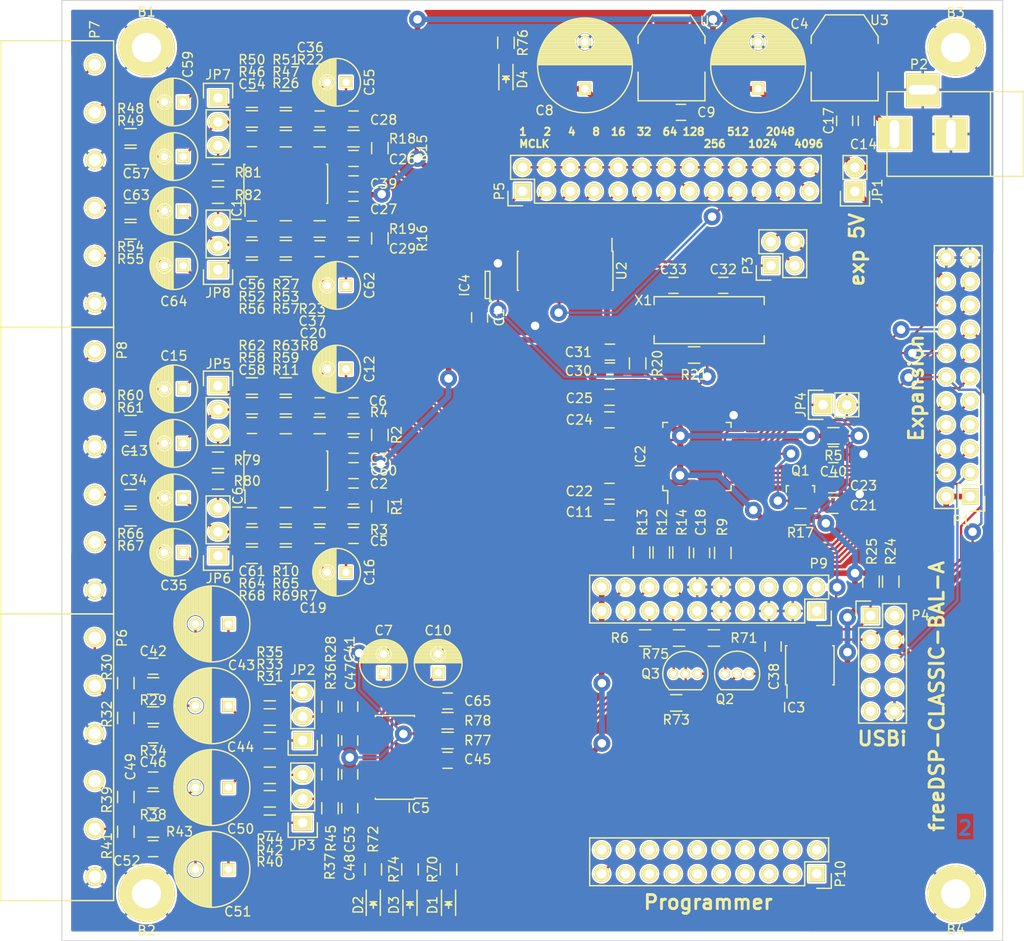
<source format=kicad_pcb>
(kicad_pcb (version 4) (host pcbnew 4.0.2-stable)
  (layers (0 F.Cu signal) (31 B.Cu signal) (34 B.Paste user) (35 F.Paste user) (36 B.SilkS user) (37 F.SilkS user) (38 B.Mask user) (39 F.Mask user) (44 Edge.Cuts user))
  (net 0 "")
  (net 1 GND)
  (net 2 "Net-(C2-Pad2)")
  (net 3 "Net-(C3-Pad2)")
  (net 4 "Net-(C5-Pad2)")
  (net 5 "Net-(C6-Pad2)")
  (net 6 3V3)
  (net 7 "Net-(C21-Pad1)")
  (net 8 "Net-(C22-Pad1)")
  (net 9 "Net-(C24-Pad1)")
  (net 10 "Net-(C25-Pad1)")
  (net 11 "Net-(C26-Pad2)")
  (net 12 "Net-(C27-Pad2)")
  (net 13 "Net-(C28-Pad1)")
  (net 14 "Net-(C28-Pad2)")
  (net 15 "Net-(C29-Pad1)")
  (net 16 "Net-(C29-Pad2)")
  (net 17 "Net-(C32-Pad1)")
  (net 18 "Net-(C33-Pad1)")
  (net 19 "Net-(IC2-Pad2)")
  (net 20 "Net-(IC2-Pad3)")
  (net 21 "Net-(IC2-Pad4)")
  (net 22 "Net-(IC2-Pad17)")
  (net 23 /WP)
  (net 24 "Net-(IC2-Pad31)")
  (net 25 "Net-(IC2-Pad32)")
  (net 26 /DAC3)
  (net 27 /DAC2)
  (net 28 /DAC1)
  (net 29 "Net-(JP1-Pad1)")
  (net 30 "Net-(P3-Pad2)")
  (net 31 "Net-(P5-Pad25)")
  (net 32 "Net-(P5-Pad13)")
  (net 33 "Net-(P5-Pad11)")
  (net 34 "Net-(P5-Pad15)")
  (net 35 "Net-(P5-Pad9)")
  (net 36 "Net-(P5-Pad7)")
  (net 37 "Net-(P5-Pad5)")
  (net 38 "Net-(P5-Pad3)")
  (net 39 "Net-(P5-Pad19)")
  (net 40 "Net-(P5-Pad17)")
  (net 41 "Net-(P5-Pad21)")
  (net 42 "Net-(P5-Pad23)")
  (net 43 +5V)
  (net 44 "Net-(C14-Pad1)")
  (net 45 "Net-(IC4-Pad4)")
  (net 46 /DAC0)
  (net 47 _RESET)
  (net 48 "Net-(C30-Pad2)")
  (net 49 "Net-(C31-Pad2)")
  (net 50 MP4)
  (net 51 MP5)
  (net 52 MP1)
  (net 53 MP0)
  (net 54 MP7)
  (net 55 MP6)
  (net 56 MP10)
  (net 57 MP11)
  (net 58 WB)
  (net 59 SDA)
  (net 60 SCL)
  (net 61 MP9)
  (net 62 MP8)
  (net 63 MP3)
  (net 64 MP2)
  (net 65 MCLK)
  (net 66 /OUT4)
  (net 67 /OUT3)
  (net 68 /OUT1)
  (net 69 /OUT2)
  (net 70 /IN1)
  (net 71 "Net-(C41-Pad2)")
  (net 72 "Net-(C42-Pad2)")
  (net 73 "Net-(C43-Pad1)")
  (net 74 "Net-(C44-Pad2)")
  (net 75 "Net-(C44-Pad1)")
  (net 76 /IN2)
  (net 77 "Net-(C48-Pad2)")
  (net 78 "Net-(C49-Pad2)")
  (net 79 "Net-(C50-Pad1)")
  (net 80 "Net-(C51-Pad2)")
  (net 81 "Net-(C51-Pad1)")
  (net 82 "Net-(C54-Pad1)")
  (net 83 "Net-(C54-Pad2)")
  (net 84 "Net-(C56-Pad1)")
  (net 85 "Net-(C56-Pad2)")
  (net 86 "Net-(C58-Pad2)")
  (net 87 "Net-(C59-Pad1)")
  (net 88 "Net-(C61-Pad2)")
  (net 89 "Net-(IC6-Pad3)")
  (net 90 "Net-(IC6-Pad12)")
  (net 91 "Net-(JP2-Pad1)")
  (net 92 "Net-(JP2-Pad3)")
  (net 93 "Net-(JP3-Pad1)")
  (net 94 "Net-(JP3-Pad3)")
  (net 95 /IN1+)
  (net 96 /IN1-)
  (net 97 /IN2+)
  (net 98 /IN2-)
  (net 99 /OUT1+)
  (net 100 /OUT1-)
  (net 101 /OUT2+)
  (net 102 /OUT2-)
  (net 103 /OUT3+)
  (net 104 /OUT3-)
  (net 105 /OUT4+)
  (net 106 /OUT4-)
  (net 107 "Net-(IC1-Pad3)")
  (net 108 "Net-(IC1-Pad12)")
  (net 109 "Net-(IC5-Pad1)")
  (net 110 "Net-(D1-Pad1)")
  (net 111 "Net-(D2-Pad1)")
  (net 112 "Net-(D3-Pad1)")
  (net 113 "Net-(D4-Pad1)")
  (net 114 /USB_SCL)
  (net 115 /USB_SDA)
  (net 116 /USB_LED1)
  (net 117 /USB_LED2)
  (net 118 /USB_LED3)
  (net 119 /USB_PWR_ON)
  (net 120 "Net-(P9-Pad16)")
  (net 121 "Net-(C41-Pad1)")
  (net 122 "Net-(C10-Pad1)")
  (net 123 "Net-(C47-Pad1)")
  (net 124 /Vcom)
  (net 125 "Net-(C53-Pad1)")
  (net 126 "Net-(C16-Pad1)")
  (net 127 "Net-(C12-Pad1)")
  (net 128 "Net-(C12-Pad2)")
  (net 129 "Net-(C13-Pad1)")
  (net 130 "Net-(C13-Pad2)")
  (net 131 "Net-(C15-Pad1)")
  (net 132 "Net-(C16-Pad2)")
  (net 133 "Net-(C34-Pad1)")
  (net 134 "Net-(C34-Pad2)")
  (net 135 "Net-(C35-Pad1)")
  (net 136 "Net-(JP5-Pad1)")
  (net 137 "Net-(JP5-Pad3)")
  (net 138 "Net-(JP6-Pad1)")
  (net 139 "Net-(JP6-Pad3)")
  (net 140 "Net-(C55-Pad2)")
  (net 141 "Net-(C57-Pad2)")
  (net 142 "Net-(C62-Pad2)")
  (net 143 "Net-(C63-Pad2)")
  (net 144 "Net-(C64-Pad1)")
  (net 145 "Net-(JP7-Pad1)")
  (net 146 "Net-(JP7-Pad3)")
  (net 147 "Net-(JP8-Pad1)")
  (net 148 "Net-(JP8-Pad3)")
  (net 149 "Net-(C65-Pad2)")
  (module Housings_SOIC:SOIC-16_3.9x9.9mm_Pitch1.27mm (layer F.Cu) (at 153.5 78.75 270)
    (fp_text reference U2 (at 0 -6 270) (layer F.SilkS))
    (fp_text value 4040)
    (pad 1 smd rect (at -2.7 -4.445 270) (size 1.5 0.6) (layers F.Cu F.Paste F.Mask) (net 31 "Net-(P5-Pad25)"))
    (pad 2 smd rect (at -2.7 -3.175 270) (size 1.5 0.6) (layers F.Cu F.Paste F.Mask) (net 32 "Net-(P5-Pad13)"))
    (pad 3 smd rect (at -2.7 -1.905 270) (size 1.5 0.6) (layers F.Cu F.Paste F.Mask) (net 33 "Net-(P5-Pad11)"))
    (pad 4 smd rect (at -2.7 -0.635 270) (size 1.5 0.6) (layers F.Cu F.Paste F.Mask) (net 34 "Net-(P5-Pad15)"))
    (pad 5 smd rect (at -2.7 0.635 270) (size 1.5 0.6) (layers F.Cu F.Paste F.Mask) (net 35 "Net-(P5-Pad9)"))
    (pad 6 smd rect (at -2.7 1.905 270) (size 1.5 0.6) (layers F.Cu F.Paste F.Mask) (net 36 "Net-(P5-Pad7)"))
    (pad 7 smd rect (at -2.7 3.175 270) (size 1.5 0.6) (layers F.Cu F.Paste F.Mask) (net 37 "Net-(P5-Pad5)"))
    (pad 8 smd rect (at -2.7 4.445 270) (size 1.5 0.6) (layers F.Cu F.Paste F.Mask) (net 1 GND))
    (pad 9 smd rect (at 2.7 4.445 270) (size 1.5 0.6) (layers F.Cu F.Paste F.Mask) (net 38 "Net-(P5-Pad3)"))
    (pad 10 smd rect (at 2.7 3.175 270) (size 1.5 0.6) (layers F.Cu F.Paste F.Mask) (net 45 "Net-(IC4-Pad4)"))
    (pad 11 smd rect (at 2.7 1.905 270) (size 1.5 0.6) (layers F.Cu F.Paste F.Mask) (net 1 GND))
    (pad 12 smd rect (at 2.7 0.635 270) (size 1.5 0.6) (layers F.Cu F.Paste F.Mask) (net 39 "Net-(P5-Pad19)"))
    (pad 13 smd rect (at 2.7 -0.635 270) (size 1.5 0.6) (layers F.Cu F.Paste F.Mask) (net 40 "Net-(P5-Pad17)"))
    (pad 14 smd rect (at 2.7 -1.905 270) (size 1.5 0.6) (layers F.Cu F.Paste F.Mask) (net 41 "Net-(P5-Pad21)"))
    (pad 15 smd rect (at 2.7 -3.175 270) (size 1.5 0.6) (layers F.Cu F.Paste F.Mask) (net 42 "Net-(P5-Pad23)"))
    (pad 16 smd rect (at 2.7 -4.445 270) (size 1.5 0.6) (layers F.Cu F.Paste F.Mask) (net 6 3V3))
  )
  (module Pin_Headers:Pin_Header_Straight_2x13 (layer F.Cu) (at 148.966 70.285732 90)
    (fp_text reference P5 (at 0 -2.466 90) (layer F.SilkS))
    (fp_text value CONN_02X13)
    (pad 1 thru_hole rect (at 0 0 90) (size 1.7272 1.7272) (drill 1.016) (layers *.Cu *.Mask F.SilkS) (net 45 "Net-(IC4-Pad4)"))
    (pad 2 thru_hole oval (at 2.54 0 90) (size 1.7272 1.7272) (drill 1.016) (layers *.Cu *.Mask F.SilkS) (net 30 "Net-(P3-Pad2)"))
    (pad 3 thru_hole oval (at 0 2.54 90) (size 1.7272 1.7272) (drill 1.016) (layers *.Cu *.Mask F.SilkS) (net 38 "Net-(P5-Pad3)"))
    (pad 4 thru_hole oval (at 2.54 2.54 90) (size 1.7272 1.7272) (drill 1.016) (layers *.Cu *.Mask F.SilkS) (net 30 "Net-(P3-Pad2)"))
    (pad 5 thru_hole oval (at 0 5.08 90) (size 1.7272 1.7272) (drill 1.016) (layers *.Cu *.Mask F.SilkS) (net 37 "Net-(P5-Pad5)"))
    (pad 6 thru_hole oval (at 2.54 5.08 90) (size 1.7272 1.7272) (drill 1.016) (layers *.Cu *.Mask F.SilkS) (net 30 "Net-(P3-Pad2)"))
    (pad 7 thru_hole oval (at 0 7.62 90) (size 1.7272 1.7272) (drill 1.016) (layers *.Cu *.Mask F.SilkS) (net 36 "Net-(P5-Pad7)"))
    (pad 8 thru_hole oval (at 2.54 7.62 90) (size 1.7272 1.7272) (drill 1.016) (layers *.Cu *.Mask F.SilkS) (net 30 "Net-(P3-Pad2)"))
    (pad 9 thru_hole oval (at 0 10.16 90) (size 1.7272 1.7272) (drill 1.016) (layers *.Cu *.Mask F.SilkS) (net 35 "Net-(P5-Pad9)"))
    (pad 10 thru_hole oval (at 2.54 10.16 90) (size 1.7272 1.7272) (drill 1.016) (layers *.Cu *.Mask F.SilkS) (net 30 "Net-(P3-Pad2)"))
    (pad 11 thru_hole oval (at 0 12.7 90) (size 1.7272 1.7272) (drill 1.016) (layers *.Cu *.Mask F.SilkS) (net 33 "Net-(P5-Pad11)"))
    (pad 12 thru_hole oval (at 2.54 12.7 90) (size 1.7272 1.7272) (drill 1.016) (layers *.Cu *.Mask F.SilkS) (net 30 "Net-(P3-Pad2)"))
    (pad 13 thru_hole oval (at 0 15.24 90) (size 1.7272 1.7272) (drill 1.016) (layers *.Cu *.Mask F.SilkS) (net 32 "Net-(P5-Pad13)"))
    (pad 14 thru_hole oval (at 2.54 15.24 90) (size 1.7272 1.7272) (drill 1.016) (layers *.Cu *.Mask F.SilkS) (net 30 "Net-(P3-Pad2)"))
    (pad 15 thru_hole oval (at 0 17.78 90) (size 1.7272 1.7272) (drill 1.016) (layers *.Cu *.Mask F.SilkS) (net 34 "Net-(P5-Pad15)"))
    (pad 16 thru_hole oval (at 2.54 17.78 90) (size 1.7272 1.7272) (drill 1.016) (layers *.Cu *.Mask F.SilkS) (net 30 "Net-(P3-Pad2)"))
    (pad 17 thru_hole oval (at 0 20.32 90) (size 1.7272 1.7272) (drill 1.016) (layers *.Cu *.Mask F.SilkS) (net 40 "Net-(P5-Pad17)"))
    (pad 18 thru_hole oval (at 2.54 20.32 90) (size 1.7272 1.7272) (drill 1.016) (layers *.Cu *.Mask F.SilkS) (net 30 "Net-(P3-Pad2)"))
    (pad 19 thru_hole oval (at 0 22.86 90) (size 1.7272 1.7272) (drill 1.016) (layers *.Cu *.Mask F.SilkS) (net 39 "Net-(P5-Pad19)"))
    (pad 20 thru_hole oval (at 2.54 22.86 90) (size 1.7272 1.7272) (drill 1.016) (layers *.Cu *.Mask F.SilkS) (net 30 "Net-(P3-Pad2)"))
    (pad 21 thru_hole oval (at 0 25.4 90) (size 1.7272 1.7272) (drill 1.016) (layers *.Cu *.Mask F.SilkS) (net 41 "Net-(P5-Pad21)"))
    (pad 22 thru_hole oval (at 2.54 25.4 90) (size 1.7272 1.7272) (drill 1.016) (layers *.Cu *.Mask F.SilkS) (net 30 "Net-(P3-Pad2)"))
    (pad 23 thru_hole oval (at 0 27.94 90) (size 1.7272 1.7272) (drill 1.016) (layers *.Cu *.Mask F.SilkS) (net 42 "Net-(P5-Pad23)"))
    (pad 24 thru_hole oval (at 2.54 27.94 90) (size 1.7272 1.7272) (drill 1.016) (layers *.Cu *.Mask F.SilkS) (net 30 "Net-(P3-Pad2)"))
    (pad 25 thru_hole oval (at 0 30.48 90) (size 1.7272 1.7272) (drill 1.016) (layers *.Cu *.Mask F.SilkS) (net 31 "Net-(P5-Pad25)"))
    (pad 26 thru_hole oval (at 2.54 30.48 90) (size 1.7272 1.7272) (drill 1.016) (layers *.Cu *.Mask F.SilkS) (net 30 "Net-(P3-Pad2)"))
  )
  (module Housings_QFP:LQFP-48_7x7mm_Pitch0.5mm (layer F.Cu) (at 167.5 98.5 90)
    (fp_text reference IC2 (at 0 -6 90) (layer F.SilkS))
    (fp_text value ADAU1701)
    (pad 1 smd rect (at -4.35 -2.75 90) (size 1.3 0.25) (layers F.Cu F.Paste F.Mask) (net 1 GND))
    (pad 2 smd rect (at -4.35 -2.25 90) (size 1.3 0.25) (layers F.Cu F.Paste F.Mask) (net 19 "Net-(IC2-Pad2)"))
    (pad 3 smd rect (at -4.35 -1.75 90) (size 1.3 0.25) (layers F.Cu F.Paste F.Mask) (net 20 "Net-(IC2-Pad3)"))
    (pad 4 smd rect (at -4.35 -1.25 90) (size 1.3 0.25) (layers F.Cu F.Paste F.Mask) (net 21 "Net-(IC2-Pad4)"))
    (pad 5 smd rect (at -4.35 -0.75 90) (size 1.3 0.25) (layers F.Cu F.Paste F.Mask) (net 47 _RESET))
    (pad 6 smd rect (at -4.35 -0.25 90) (size 1.3 0.25) (layers F.Cu F.Paste F.Mask) (net 6 3V3))
    (pad 7 smd rect (at -4.35 0.25 90) (size 1.3 0.25) (layers F.Cu F.Paste F.Mask) (net 1 GND))
    (pad 8 smd rect (at -4.35 0.75 90) (size 1.3 0.25) (layers F.Cu F.Paste F.Mask) (net 50 MP4))
    (pad 9 smd rect (at -4.35 1.25 90) (size 1.3 0.25) (layers F.Cu F.Paste F.Mask) (net 51 MP5))
    (pad 10 smd rect (at -4.35 1.75 90) (size 1.3 0.25) (layers F.Cu F.Paste F.Mask) (net 52 MP1))
    (pad 11 smd rect (at -4.35 2.25 90) (size 1.3 0.25) (layers F.Cu F.Paste F.Mask) (net 53 MP0))
    (pad 12 smd rect (at -4.35 2.75 90) (size 1.3 0.25) (layers F.Cu F.Paste F.Mask) (net 1 GND))
    (pad 13 smd rect (at -2.75 4.35 180) (size 1.3 0.25) (layers F.Cu F.Paste F.Mask) (net 7 "Net-(C21-Pad1)"))
    (pad 14 smd rect (at -2.25 4.35 180) (size 1.3 0.25) (layers F.Cu F.Paste F.Mask) (net 54 MP7))
    (pad 15 smd rect (at -1.75 4.35 180) (size 1.3 0.25) (layers F.Cu F.Paste F.Mask) (net 55 MP6))
    (pad 16 smd rect (at -1.25 4.35 180) (size 1.3 0.25) (layers F.Cu F.Paste F.Mask) (net 56 MP10))
    (pad 17 smd rect (at -0.75 4.35 180) (size 1.3 0.25) (layers F.Cu F.Paste F.Mask) (net 22 "Net-(IC2-Pad17)"))
    (pad 18 smd rect (at -0.25 4.35 180) (size 1.3 0.25) (layers F.Cu F.Paste F.Mask) (net 6 3V3))
    (pad 19 smd rect (at 0.25 4.35 180) (size 1.3 0.25) (layers F.Cu F.Paste F.Mask) (net 57 MP11))
    (pad 20 smd rect (at 0.75 4.35 180) (size 1.3 0.25) (layers F.Cu F.Paste F.Mask) (net 58 WB))
    (pad 21 smd rect (at 1.25 4.35 180) (size 1.3 0.25) (layers F.Cu F.Paste F.Mask) (net 23 /WP))
    (pad 22 smd rect (at 1.75 4.35 180) (size 1.3 0.25) (layers F.Cu F.Paste F.Mask) (net 59 SDA))
    (pad 23 smd rect (at 2.25 4.35 180) (size 1.3 0.25) (layers F.Cu F.Paste F.Mask) (net 60 SCL))
    (pad 24 smd rect (at 2.75 4.35 180) (size 1.3 0.25) (layers F.Cu F.Paste F.Mask) (net 7 "Net-(C21-Pad1)"))
    (pad 25 smd rect (at 4.35 2.75 90) (size 1.3 0.25) (layers F.Cu F.Paste F.Mask) (net 1 GND))
    (pad 26 smd rect (at 4.35 2.25 90) (size 1.3 0.25) (layers F.Cu F.Paste F.Mask) (net 61 MP9))
    (pad 27 smd rect (at 4.35 1.75 90) (size 1.3 0.25) (layers F.Cu F.Paste F.Mask) (net 62 MP8))
    (pad 28 smd rect (at 4.35 1.25 90) (size 1.3 0.25) (layers F.Cu F.Paste F.Mask) (net 63 MP3))
    (pad 29 smd rect (at 4.35 0.75 90) (size 1.3 0.25) (layers F.Cu F.Paste F.Mask) (net 64 MP2))
    (pad 30 smd rect (at 4.35 0.25 90) (size 1.3 0.25) (layers F.Cu F.Paste F.Mask) (net 1 GND))
    (pad 31 smd rect (at 4.35 -0.25 90) (size 1.3 0.25) (layers F.Cu F.Paste F.Mask) (net 24 "Net-(IC2-Pad31)"))
    (pad 32 smd rect (at 4.35 -0.75 90) (size 1.3 0.25) (layers F.Cu F.Paste F.Mask) (net 25 "Net-(IC2-Pad32)"))
    (pad 33 smd rect (at 4.35 -1.25 90) (size 1.3 0.25) (layers F.Cu F.Paste F.Mask) (net 1 GND))
    (pad 34 smd rect (at 4.35 -1.75 90) (size 1.3 0.25) (layers F.Cu F.Paste F.Mask) (net 6 3V3))
    (pad 35 smd rect (at 4.35 -2.25 90) (size 1.3 0.25) (layers F.Cu F.Paste F.Mask) (net 48 "Net-(C30-Pad2)"))
    (pad 36 smd rect (at 4.35 -2.75 90) (size 1.3 0.25) (layers F.Cu F.Paste F.Mask) (net 6 3V3))
    (pad 37 smd rect (at 2.75 -4.35 180) (size 1.3 0.25) (layers F.Cu F.Paste F.Mask) (net 1 GND))
    (pad 38 smd rect (at 2.25 -4.35 180) (size 1.3 0.25) (layers F.Cu F.Paste F.Mask) (net 1 GND))
    (pad 39 smd rect (at 1.75 -4.35 180) (size 1.3 0.25) (layers F.Cu F.Paste F.Mask) (net 6 3V3))
    (pad 40 smd rect (at 1.25 -4.35 180) (size 1.3 0.25) (layers F.Cu F.Paste F.Mask) (net 10 "Net-(C25-Pad1)"))
    (pad 41 smd rect (at 0.75 -4.35 180) (size 1.3 0.25) (layers F.Cu F.Paste F.Mask) (net 9 "Net-(C24-Pad1)"))
    (pad 42 smd rect (at 0.25 -4.35 180) (size 1.3 0.25) (layers F.Cu F.Paste F.Mask) (net 1 GND))
    (pad 43 smd rect (at -0.25 -4.35 180) (size 1.3 0.25) (layers F.Cu F.Paste F.Mask) (net 46 /DAC0))
    (pad 44 smd rect (at -0.75 -4.35 180) (size 1.3 0.25) (layers F.Cu F.Paste F.Mask) (net 28 /DAC1))
    (pad 45 smd rect (at -1.25 -4.35 180) (size 1.3 0.25) (layers F.Cu F.Paste F.Mask) (net 27 /DAC2))
    (pad 46 smd rect (at -1.75 -4.35 180) (size 1.3 0.25) (layers F.Cu F.Paste F.Mask) (net 26 /DAC3))
    (pad 47 smd rect (at -2.25 -4.35 180) (size 1.3 0.25) (layers F.Cu F.Paste F.Mask) (net 8 "Net-(C22-Pad1)"))
    (pad 48 smd rect (at -2.75 -4.35 180) (size 1.3 0.25) (layers F.Cu F.Paste F.Mask) (net 6 3V3))
  )
  (module Pin_Headers:Pin_Header_Straight_2x02 (layer F.Cu) (at 175.36 78.2 90)
    (fp_text reference P3 (at 0 -2.46 90) (layer F.SilkS))
    (fp_text value CONN_02X02)
    (pad 1 thru_hole rect (at 0 0 90) (size 1.7272 1.7272) (drill 1.016) (layers *.Cu *.Mask F.SilkS) (net 17 "Net-(C32-Pad1)"))
    (pad 2 thru_hole oval (at 2.54 0 90) (size 1.7272 1.7272) (drill 1.016) (layers *.Cu *.Mask F.SilkS) (net 30 "Net-(P3-Pad2)"))
    (pad 3 thru_hole oval (at 0 2.54 90) (size 1.7272 1.7272) (drill 1.016) (layers *.Cu *.Mask F.SilkS) (net 25 "Net-(IC2-Pad32)"))
    (pad 4 thru_hole oval (at 2.54 2.54 90) (size 1.7272 1.7272) (drill 1.016) (layers *.Cu *.Mask F.SilkS) (net 65 MCLK))
  )
  (module Pin_Headers:Pin_Header_Straight_2x05 (layer F.Cu) (at 185.96 115.42)
    (fp_text reference P4 (at 5.3 -0.02) (layer F.SilkS))
    (fp_text value USBi)
    (pad 1 thru_hole rect (at 0 0) (size 1.7272 1.7272) (drill 1.016) (layers *.Cu *.Mask F.SilkS) (net 60 SCL))
    (pad 2 thru_hole oval (at 2.54 0) (size 1.7272 1.7272) (drill 1.016) (layers *.Cu *.Mask F.SilkS))
    (pad 3 thru_hole oval (at 0 2.54) (size 1.7272 1.7272) (drill 1.016) (layers *.Cu *.Mask F.SilkS) (net 59 SDA))
    (pad 4 thru_hole oval (at 2.54 2.54) (size 1.7272 1.7272) (drill 1.016) (layers *.Cu *.Mask F.SilkS) (net 43 +5V))
    (pad 5 thru_hole oval (at 0 5.08) (size 1.7272 1.7272) (drill 1.016) (layers *.Cu *.Mask F.SilkS))
    (pad 6 thru_hole oval (at 2.54 5.08) (size 1.7272 1.7272) (drill 1.016) (layers *.Cu *.Mask F.SilkS) (net 47 _RESET))
    (pad 7 thru_hole oval (at 0 7.62) (size 1.7272 1.7272) (drill 1.016) (layers *.Cu *.Mask F.SilkS))
    (pad 8 thru_hole oval (at 2.54 7.62) (size 1.7272 1.7272) (drill 1.016) (layers *.Cu *.Mask F.SilkS))
    (pad 9 thru_hole oval (at 0 10.16) (size 1.7272 1.7272) (drill 1.016) (layers *.Cu *.Mask F.SilkS))
    (pad 10 thru_hole oval (at 2.54 10.16) (size 1.7272 1.7272) (drill 1.016) (layers *.Cu *.Mask F.SilkS) (net 1 GND))
  )
  (module Pin_Headers:Pin_Header_Straight_2x11 (layer F.Cu) (at 196.54 102.75 180)
    (fp_text reference P1 (at 0.94 -2.55 180) (layer F.SilkS))
    (fp_text value CONN_02X11)
    (pad 1 thru_hole rect (at 0 0 180) (size 1.7272 1.7272) (drill 1.016) (layers *.Cu *.Mask F.SilkS) (net 6 3V3))
    (pad 2 thru_hole oval (at 2.54 0 180) (size 1.7272 1.7272) (drill 1.016) (layers *.Cu *.Mask F.SilkS) (net 6 3V3))
    (pad 3 thru_hole oval (at 0 2.54 180) (size 1.7272 1.7272) (drill 1.016) (layers *.Cu *.Mask F.SilkS) (net 47 _RESET))
    (pad 4 thru_hole oval (at 2.54 2.54 180) (size 1.7272 1.7272) (drill 1.016) (layers *.Cu *.Mask F.SilkS) (net 50 MP4))
    (pad 5 thru_hole oval (at 0 5.08 180) (size 1.7272 1.7272) (drill 1.016) (layers *.Cu *.Mask F.SilkS) (net 51 MP5))
    (pad 6 thru_hole oval (at 2.54 5.08 180) (size 1.7272 1.7272) (drill 1.016) (layers *.Cu *.Mask F.SilkS) (net 52 MP1))
    (pad 7 thru_hole oval (at 0 7.62 180) (size 1.7272 1.7272) (drill 1.016) (layers *.Cu *.Mask F.SilkS) (net 53 MP0))
    (pad 8 thru_hole oval (at 2.54 7.62 180) (size 1.7272 1.7272) (drill 1.016) (layers *.Cu *.Mask F.SilkS) (net 54 MP7))
    (pad 9 thru_hole oval (at 0 10.16 180) (size 1.7272 1.7272) (drill 1.016) (layers *.Cu *.Mask F.SilkS) (net 55 MP6))
    (pad 10 thru_hole oval (at 2.54 10.16 180) (size 1.7272 1.7272) (drill 1.016) (layers *.Cu *.Mask F.SilkS) (net 56 MP10))
    (pad 11 thru_hole oval (at 0 12.7 180) (size 1.7272 1.7272) (drill 1.016) (layers *.Cu *.Mask F.SilkS) (net 57 MP11))
    (pad 12 thru_hole oval (at 2.54 12.7 180) (size 1.7272 1.7272) (drill 1.016) (layers *.Cu *.Mask F.SilkS) (net 59 SDA))
    (pad 13 thru_hole oval (at 0 15.24 180) (size 1.7272 1.7272) (drill 1.016) (layers *.Cu *.Mask F.SilkS) (net 58 WB))
    (pad 14 thru_hole oval (at 2.54 15.24 180) (size 1.7272 1.7272) (drill 1.016) (layers *.Cu *.Mask F.SilkS) (net 61 MP9))
    (pad 15 thru_hole oval (at 0 17.78 180) (size 1.7272 1.7272) (drill 1.016) (layers *.Cu *.Mask F.SilkS) (net 60 SCL))
    (pad 16 thru_hole oval (at 2.54 17.78 180) (size 1.7272 1.7272) (drill 1.016) (layers *.Cu *.Mask F.SilkS) (net 63 MP3))
    (pad 17 thru_hole oval (at 0 20.32 180) (size 1.7272 1.7272) (drill 1.016) (layers *.Cu *.Mask F.SilkS) (net 62 MP8))
    (pad 18 thru_hole oval (at 2.54 20.32 180) (size 1.7272 1.7272) (drill 1.016) (layers *.Cu *.Mask F.SilkS) (net 64 MP2))
    (pad 19 thru_hole oval (at 0 22.86 180) (size 1.7272 1.7272) (drill 1.016) (layers *.Cu *.Mask F.SilkS) (net 65 MCLK))
    (pad 20 thru_hole oval (at 2.54 22.86 180) (size 1.7272 1.7272) (drill 1.016) (layers *.Cu *.Mask F.SilkS) (net 29 "Net-(JP1-Pad1)"))
    (pad 21 thru_hole oval (at 0 25.4 180) (size 1.7272 1.7272) (drill 1.016) (layers *.Cu *.Mask F.SilkS) (net 1 GND))
    (pad 22 thru_hole oval (at 2.54 25.4 180) (size 1.7272 1.7272) (drill 1.016) (layers *.Cu *.Mask F.SilkS) (net 1 GND))
  )
  (module Housings_SOT-23_SOT-143_TSOT-6:SOT-23 (layer F.Cu) (at 178.5 102.24644)
    (fp_text reference Q1 (at 0 -2.25) (layer F.SilkS))
    (fp_text value ZXTP25040DFHTA)
    (pad 1 smd rect (at -0.95 1.00076) (size 0.8001 0.8001) (layers F.Cu F.Paste F.Mask) (net 22 "Net-(IC2-Pad17)"))
    (pad 2 smd rect (at 0.95 1.00076) (size 0.8001 0.8001) (layers F.Cu F.Paste F.Mask) (net 6 3V3))
    (pad 3 smd rect (at 0 -0.99822) (size 0.8001 0.8001) (layers F.Cu F.Paste F.Mask) (net 7 "Net-(C21-Pad1)"))
  )
  (module Housings_SOIC:SOIC-8_3.9x4.9mm_Pitch1.27mm (layer F.Cu) (at 179.5 120.7 90)
    (fp_text reference IC3 (at -4.5 -1.7 180) (layer F.SilkS))
    (fp_text value 24AA256)
    (pad 1 smd rect (at -2.7 -1.905 90) (size 1.55 0.6) (layers F.Cu F.Paste F.Mask) (net 1 GND))
    (pad 2 smd rect (at -2.7 -0.635 90) (size 1.55 0.6) (layers F.Cu F.Paste F.Mask) (net 1 GND))
    (pad 3 smd rect (at -2.7 0.635 90) (size 1.55 0.6) (layers F.Cu F.Paste F.Mask) (net 1 GND))
    (pad 4 smd rect (at -2.7 1.905 90) (size 1.55 0.6) (layers F.Cu F.Paste F.Mask) (net 1 GND))
    (pad 5 smd rect (at 2.7 1.905 90) (size 1.55 0.6) (layers F.Cu F.Paste F.Mask) (net 59 SDA))
    (pad 6 smd rect (at 2.7 0.635 90) (size 1.55 0.6) (layers F.Cu F.Paste F.Mask) (net 60 SCL))
    (pad 7 smd rect (at 2.7 -0.635 90) (size 1.55 0.6) (layers F.Cu F.Paste F.Mask) (net 23 /WP))
    (pad 8 smd rect (at 2.7 -1.905 90) (size 1.55 0.6) (layers F.Cu F.Paste F.Mask) (net 6 3V3))
  )
  (module Housings_SOIC:SOIC-14_3.9x8.7mm_Pitch1.27mm (layer F.Cu) (at 123.8 69.5 90)
    (fp_text reference IC1 (at -2.8 -5.2 90) (layer F.SilkS))
    (fp_text value AD8608ARZ)
    (pad 1 smd rect (at -2.7 -3.81 90) (size 1.5 0.6) (layers F.Cu F.Paste F.Mask) (net 84 "Net-(C56-Pad1)"))
    (pad 2 smd rect (at -2.7 -2.54 90) (size 1.5 0.6) (layers F.Cu F.Paste F.Mask) (net 85 "Net-(C56-Pad2)"))
    (pad 3 smd rect (at -2.7 -1.27 90) (size 1.5 0.6) (layers F.Cu F.Paste F.Mask) (net 107 "Net-(IC1-Pad3)"))
    (pad 4 smd rect (at -2.7 0 90) (size 1.5 0.6) (layers F.Cu F.Paste F.Mask) (net 43 +5V))
    (pad 5 smd rect (at -2.7 1.27 90) (size 1.5 0.6) (layers F.Cu F.Paste F.Mask) (net 12 "Net-(C27-Pad2)"))
    (pad 6 smd rect (at -2.7 2.54 90) (size 1.5 0.6) (layers F.Cu F.Paste F.Mask) (net 15 "Net-(C29-Pad1)"))
    (pad 7 smd rect (at -2.7 3.81 90) (size 1.5 0.6) (layers F.Cu F.Paste F.Mask) (net 15 "Net-(C29-Pad1)"))
    (pad 8 smd rect (at 2.7 3.81 90) (size 1.5 0.6) (layers F.Cu F.Paste F.Mask) (net 13 "Net-(C28-Pad1)"))
    (pad 9 smd rect (at 2.7 2.54 90) (size 1.5 0.6) (layers F.Cu F.Paste F.Mask) (net 13 "Net-(C28-Pad1)"))
    (pad 10 smd rect (at 2.7 1.27 90) (size 1.5 0.6) (layers F.Cu F.Paste F.Mask) (net 11 "Net-(C26-Pad2)"))
    (pad 11 smd rect (at 2.7 0 90) (size 1.5 0.6) (layers F.Cu F.Paste F.Mask) (net 1 GND))
    (pad 12 smd rect (at 2.7 -1.27 90) (size 1.5 0.6) (layers F.Cu F.Paste F.Mask) (net 108 "Net-(IC1-Pad12)"))
    (pad 13 smd rect (at 2.7 -2.54 90) (size 1.5 0.6) (layers F.Cu F.Paste F.Mask) (net 83 "Net-(C54-Pad2)"))
    (pad 14 smd rect (at 2.7 -3.81 90) (size 1.5 0.6) (layers F.Cu F.Paste F.Mask) (net 82 "Net-(C54-Pad1)"))
  )
  (module alexmod:SOT-223_Reg_MAE (layer F.Cu) (at 164.8 56.1)
    (fp_text reference U1 (at 4 -3.9) (layer F.SilkS))
    (fp_text value 78033)
    (pad VO smd rect (at 0 -3.302) (size 3.6576 2.032) (layers F.Cu F.Paste F.Mask) (net 6 3V3))
    (pad VO smd rect (at 0 3.302) (size 1.016 2.032) (layers F.Cu F.Paste F.Mask) (net 6 3V3))
    (pad VI smd rect (at 2.286 3.302) (size 1.016 2.032) (layers F.Cu F.Paste F.Mask) (net 43 +5V))
    (pad GND smd rect (at -2.286 3.302) (size 1.016 2.032) (layers F.Cu F.Paste F.Mask) (net 1 GND))
  )
  (module Pin_Headers:Pin_Header_Straight_1x02 (layer F.Cu) (at 184.3 70.3 180)
    (fp_text reference JP1 (at -2.4 0 270) (layer F.SilkS))
    (fp_text value JUMPER)
    (pad 1 thru_hole rect (at 0 0 180) (size 2.032 2.032) (drill 1.016) (layers *.Cu *.Mask F.SilkS) (net 29 "Net-(JP1-Pad1)"))
    (pad 2 thru_hole oval (at 0 2.54 180) (size 2.032 2.032) (drill 1.016) (layers *.Cu *.Mask F.SilkS) (net 43 +5V))
  )
  (module alexmod:SOT-223_Reg_MAE (layer F.Cu) (at 183.2 56.1)
    (fp_text reference U3 (at 3.7 -4) (layer F.SilkS))
    (fp_text value 7805)
    (pad VO smd rect (at 0 -3.302) (size 3.6576 2.032) (layers F.Cu F.Paste F.Mask) (net 43 +5V))
    (pad VO smd rect (at 0 3.302) (size 1.016 2.032) (layers F.Cu F.Paste F.Mask) (net 43 +5V))
    (pad VI smd rect (at 2.286 3.302) (size 1.016 2.032) (layers F.Cu F.Paste F.Mask) (net 44 "Net-(C14-Pad1)"))
    (pad GND smd rect (at -2.286 3.302) (size 1.016 2.032) (layers F.Cu F.Paste F.Mask) (net 1 GND))
  )
  (module TO_SOT_Packages_SMD:SOT-23-5 (layer F.Cu) (at 145.25 80.25 180)
    (fp_text reference IC4 (at 2.45 -0.05 270) (layer F.SilkS))
    (fp_text value TC7SZ08)
    (pad 1 smd rect (at -1.1 -0.95 180) (size 1.06 0.65) (layers F.Cu F.Paste F.Mask) (net 24 "Net-(IC2-Pad31)"))
    (pad 2 smd rect (at -1.1 0 180) (size 1.06 0.65) (layers F.Cu F.Paste F.Mask) (net 24 "Net-(IC2-Pad31)"))
    (pad 3 smd rect (at -1.1 0.95 180) (size 1.06 0.65) (layers F.Cu F.Paste F.Mask) (net 1 GND))
    (pad 4 smd rect (at 1.1 0.95 180) (size 1.06 0.65) (layers F.Cu F.Paste F.Mask) (net 45 "Net-(IC4-Pad4)"))
    (pad 5 smd rect (at 1.1 -0.95 180) (size 1.06 0.65) (layers F.Cu F.Paste F.Mask) (net 6 3V3))
  )
  (module Capacitors_ThroughHole:C_Radial_D8_L11.5_P3.5 (layer F.Cu) (at 117.7 116.3 180)
    (fp_text reference C43 (at -1.4 -4.4 180) (layer F.SilkS))
    (fp_text value 47u0./35V)
    (pad 2 thru_hole circle (at 3.5 0 180) (size 1.3 1.3) (drill 0.8) (layers *.Cu *.Mask F.SilkS) (net 72 "Net-(C42-Pad2)"))
    (pad 1 thru_hole rect (at 0 0 180) (size 1.3 1.3) (drill 0.8) (layers *.Cu *.Mask F.SilkS) (net 73 "Net-(C43-Pad1)"))
  )
  (module Capacitors_ThroughHole:C_Radial_D8_L11.5_P3.5 (layer F.Cu) (at 117.7 125 180)
    (fp_text reference C44 (at -1.3 -4.4 180) (layer F.SilkS))
    (fp_text value 47u0./35V)
    (pad 2 thru_hole circle (at 3.5 0 180) (size 1.3 1.3) (drill 0.8) (layers *.Cu *.Mask F.SilkS) (net 74 "Net-(C44-Pad2)"))
    (pad 1 thru_hole rect (at 0 0 180) (size 1.3 1.3) (drill 0.8) (layers *.Cu *.Mask F.SilkS) (net 75 "Net-(C44-Pad1)"))
  )
  (module Capacitors_ThroughHole:C_Radial_D8_L11.5_P3.5 (layer F.Cu) (at 117.7 133.7 180)
    (fp_text reference C50 (at -1.3 -4.4 180) (layer F.SilkS))
    (fp_text value 47u0./35V)
    (pad 2 thru_hole circle (at 3.5 0 180) (size 1.3 1.3) (drill 0.8) (layers *.Cu *.Mask F.SilkS) (net 78 "Net-(C49-Pad2)"))
    (pad 1 thru_hole rect (at 0 0 180) (size 1.3 1.3) (drill 0.8) (layers *.Cu *.Mask F.SilkS) (net 79 "Net-(C50-Pad1)"))
  )
  (module Capacitors_ThroughHole:C_Radial_D8_L11.5_P3.5 (layer F.Cu) (at 117.7 142.4 180)
    (fp_text reference C51 (at -1 -4.5 180) (layer F.SilkS))
    (fp_text value 47u0./35V)
    (pad 2 thru_hole circle (at 3.5 0 180) (size 1.3 1.3) (drill 0.8) (layers *.Cu *.Mask F.SilkS) (net 80 "Net-(C51-Pad2)"))
    (pad 1 thru_hole rect (at 0 0 180) (size 1.3 1.3) (drill 0.8) (layers *.Cu *.Mask F.SilkS) (net 81 "Net-(C51-Pad1)"))
  )
  (module Housings_SOIC:SOIC-14_3.9x8.7mm_Pitch1.27mm (layer F.Cu) (at 135.4 130.5 180)
    (fp_text reference IC5 (at -2.5 -5.375 180) (layer F.SilkS))
    (fp_text value AD8608ARZ)
    (pad 1 smd rect (at -2.7 -3.81 180) (size 1.5 0.6) (layers F.Cu F.Paste F.Mask) (net 109 "Net-(IC5-Pad1)"))
    (pad 2 smd rect (at -2.7 -2.54 180) (size 1.5 0.6) (layers F.Cu F.Paste F.Mask) (net 109 "Net-(IC5-Pad1)"))
    (pad 3 smd rect (at -2.7 -1.27 180) (size 1.5 0.6) (layers F.Cu F.Paste F.Mask) (net 1 GND))
    (pad 4 smd rect (at -2.7 0 180) (size 1.5 0.6) (layers F.Cu F.Paste F.Mask) (net 43 +5V))
    (pad 5 smd rect (at -2.7 1.27 180) (size 1.5 0.6) (layers F.Cu F.Paste F.Mask) (net 149 "Net-(C65-Pad2)"))
    (pad 6 smd rect (at -2.7 2.54 180) (size 1.5 0.6) (layers F.Cu F.Paste F.Mask) (net 124 /Vcom))
    (pad 7 smd rect (at -2.7 3.81 180) (size 1.5 0.6) (layers F.Cu F.Paste F.Mask) (net 124 /Vcom))
    (pad 8 smd rect (at 2.7 3.81 180) (size 1.5 0.6) (layers F.Cu F.Paste F.Mask) (net 121 "Net-(C41-Pad1)"))
    (pad 9 smd rect (at 2.7 2.54 180) (size 1.5 0.6) (layers F.Cu F.Paste F.Mask) (net 71 "Net-(C41-Pad2)"))
    (pad 10 smd rect (at 2.7 1.27 180) (size 1.5 0.6) (layers F.Cu F.Paste F.Mask) (net 123 "Net-(C47-Pad1)"))
    (pad 11 smd rect (at 2.7 0 180) (size 1.5 0.6) (layers F.Cu F.Paste F.Mask) (net 1 GND))
    (pad 12 smd rect (at 2.7 -1.27 180) (size 1.5 0.6) (layers F.Cu F.Paste F.Mask) (net 125 "Net-(C53-Pad1)"))
    (pad 13 smd rect (at 2.7 -2.54 180) (size 1.5 0.6) (layers F.Cu F.Paste F.Mask) (net 77 "Net-(C48-Pad2)"))
    (pad 14 smd rect (at 2.7 -3.81 180) (size 1.5 0.6) (layers F.Cu F.Paste F.Mask) (net 122 "Net-(C10-Pad1)"))
  )
  (module Housings_SOIC:SOIC-14_3.9x8.7mm_Pitch1.27mm (layer F.Cu) (at 123.8 100 90)
    (fp_text reference IC6 (at -2.9 -5.1 90) (layer F.SilkS))
    (fp_text value AD8608ARZ)
    (pad 1 smd rect (at -2.7 -3.81 90) (size 1.5 0.6) (layers F.Cu F.Paste F.Mask) (net 133 "Net-(C34-Pad1)"))
    (pad 2 smd rect (at -2.7 -2.54 90) (size 1.5 0.6) (layers F.Cu F.Paste F.Mask) (net 88 "Net-(C61-Pad2)"))
    (pad 3 smd rect (at -2.7 -1.27 90) (size 1.5 0.6) (layers F.Cu F.Paste F.Mask) (net 89 "Net-(IC6-Pad3)"))
    (pad 4 smd rect (at -2.7 0 90) (size 1.5 0.6) (layers F.Cu F.Paste F.Mask) (net 43 +5V))
    (pad 5 smd rect (at -2.7 1.27 90) (size 1.5 0.6) (layers F.Cu F.Paste F.Mask) (net 2 "Net-(C2-Pad2)"))
    (pad 6 smd rect (at -2.7 2.54 90) (size 1.5 0.6) (layers F.Cu F.Paste F.Mask) (net 126 "Net-(C16-Pad1)"))
    (pad 7 smd rect (at -2.7 3.81 90) (size 1.5 0.6) (layers F.Cu F.Paste F.Mask) (net 126 "Net-(C16-Pad1)"))
    (pad 8 smd rect (at 2.7 3.81 90) (size 1.5 0.6) (layers F.Cu F.Paste F.Mask) (net 127 "Net-(C12-Pad1)"))
    (pad 9 smd rect (at 2.7 2.54 90) (size 1.5 0.6) (layers F.Cu F.Paste F.Mask) (net 127 "Net-(C12-Pad1)"))
    (pad 10 smd rect (at 2.7 1.27 90) (size 1.5 0.6) (layers F.Cu F.Paste F.Mask) (net 3 "Net-(C3-Pad2)"))
    (pad 11 smd rect (at 2.7 0 90) (size 1.5 0.6) (layers F.Cu F.Paste F.Mask) (net 1 GND))
    (pad 12 smd rect (at 2.7 -1.27 90) (size 1.5 0.6) (layers F.Cu F.Paste F.Mask) (net 90 "Net-(IC6-Pad12)"))
    (pad 13 smd rect (at 2.7 -2.54 90) (size 1.5 0.6) (layers F.Cu F.Paste F.Mask) (net 86 "Net-(C58-Pad2)"))
    (pad 14 smd rect (at 2.7 -3.81 90) (size 1.5 0.6) (layers F.Cu F.Paste F.Mask) (net 129 "Net-(C13-Pad1)"))
  )
  (module Pin_Headers:Pin_Header_Straight_1x03 (layer F.Cu) (at 125.6 128.7 180)
    (fp_text reference JP2 (at 0 7.5 180) (layer F.SilkS))
    (fp_text value JUMPER3)
    (pad 1 thru_hole rect (at 0 0 180) (size 2.032 1.7272) (drill 1.016) (layers *.Cu *.Mask F.SilkS) (net 91 "Net-(JP2-Pad1)"))
    (pad 2 thru_hole oval (at 0 2.54 180) (size 2.032 1.7272) (drill 1.016) (layers *.Cu *.Mask F.SilkS) (net 71 "Net-(C41-Pad2)"))
    (pad 3 thru_hole oval (at 0 5.08 180) (size 2.032 1.7272) (drill 1.016) (layers *.Cu *.Mask F.SilkS) (net 92 "Net-(JP2-Pad3)"))
  )
  (module Pin_Headers:Pin_Header_Straight_1x03 (layer F.Cu) (at 125.6 137.44 180)
    (fp_text reference JP3 (at 0 -2.4 180) (layer F.SilkS))
    (fp_text value JUMPER3)
    (pad 1 thru_hole rect (at 0 0 180) (size 2.032 1.7272) (drill 1.016) (layers *.Cu *.Mask F.SilkS) (net 93 "Net-(JP3-Pad1)"))
    (pad 2 thru_hole oval (at 0 2.54 180) (size 2.032 1.7272) (drill 1.016) (layers *.Cu *.Mask F.SilkS) (net 77 "Net-(C48-Pad2)"))
    (pad 3 thru_hole oval (at 0 5.08 180) (size 2.032 1.7272) (drill 1.016) (layers *.Cu *.Mask F.SilkS) (net 94 "Net-(JP3-Pad3)"))
  )
  (module rklib:SL_5.08HC-06-90 (layer F.Cu) (at 103.5 130.48 270)
    (fp_text reference P6 (at -12.68 -2.9 270) (layer F.SilkS))
    (fp_text value CONN_01X06)
    (pad 1 thru_hole circle (at -12.7 0 270) (size 2 2) (drill 1.3) (layers *.Cu *.Mask F.SilkS) (net 95 /IN1+))
    (pad 2 thru_hole circle (at -7.62 0 270) (size 2 2) (drill 1.3) (layers *.Cu *.Mask F.SilkS) (net 96 /IN1-))
    (pad 3 thru_hole circle (at -2.54 0 270) (size 2 2) (drill 1.3) (layers *.Cu *.Mask F.SilkS) (net 1 GND))
    (pad 4 thru_hole circle (at 2.54 0 270) (size 2 2) (drill 1.3) (layers *.Cu *.Mask F.SilkS) (net 97 /IN2+))
    (pad 5 thru_hole circle (at 7.62 0 270) (size 2 2) (drill 1.3) (layers *.Cu *.Mask F.SilkS) (net 98 /IN2-))
    (pad 6 thru_hole circle (at 12.7 0 270) (size 2 2) (drill 1.3) (layers *.Cu *.Mask F.SilkS) (net 1 GND))
  )
  (module rklib:SL_5.08HC-06-90 (layer F.Cu) (at 103.5 69.52 270)
    (fp_text reference P7 (at -16.42 0 270) (layer F.SilkS))
    (fp_text value CONN_01X06)
    (pad 1 thru_hole circle (at -12.7 0 270) (size 2 2) (drill 1.3) (layers *.Cu *.Mask F.SilkS) (net 99 /OUT1+))
    (pad 2 thru_hole circle (at -7.62 0 270) (size 2 2) (drill 1.3) (layers *.Cu *.Mask F.SilkS) (net 100 /OUT1-))
    (pad 3 thru_hole circle (at -2.54 0 270) (size 2 2) (drill 1.3) (layers *.Cu *.Mask F.SilkS) (net 1 GND))
    (pad 4 thru_hole circle (at 2.54 0 270) (size 2 2) (drill 1.3) (layers *.Cu *.Mask F.SilkS) (net 101 /OUT2+))
    (pad 5 thru_hole circle (at 7.62 0 270) (size 2 2) (drill 1.3) (layers *.Cu *.Mask F.SilkS) (net 102 /OUT2-))
    (pad 6 thru_hole circle (at 12.7 0 270) (size 2 2) (drill 1.3) (layers *.Cu *.Mask F.SilkS) (net 1 GND))
  )
  (module rklib:SL_5.08HC-06-90 (layer F.Cu) (at 103.5 100 270)
    (fp_text reference P8 (at -12.8 -2.9 270) (layer F.SilkS))
    (fp_text value CONN_01X06)
    (pad 1 thru_hole circle (at -12.7 0 270) (size 2 2) (drill 1.3) (layers *.Cu *.Mask F.SilkS) (net 103 /OUT3+))
    (pad 2 thru_hole circle (at -7.62 0 270) (size 2 2) (drill 1.3) (layers *.Cu *.Mask F.SilkS) (net 104 /OUT3-))
    (pad 3 thru_hole circle (at -2.54 0 270) (size 2 2) (drill 1.3) (layers *.Cu *.Mask F.SilkS) (net 1 GND))
    (pad 4 thru_hole circle (at 2.54 0 270) (size 2 2) (drill 1.3) (layers *.Cu *.Mask F.SilkS) (net 105 /OUT4+))
    (pad 5 thru_hole circle (at 7.62 0 270) (size 2 2) (drill 1.3) (layers *.Cu *.Mask F.SilkS) (net 106 /OUT4-))
    (pad 6 thru_hole circle (at 12.7 0 270) (size 2 2) (drill 1.3) (layers *.Cu *.Mask F.SilkS) (net 1 GND))
  )
  (module rklib:C0805-X7R (layer F.Cu) (at 131 97.3 180)
    (fp_text reference C3 (at -2.7 -1.4 180) (layer F.SilkS))
    (fp_text value 150p)
    (pad 1 smd rect (at -0.9 0 180) (size 1 1.3) (layers F.Cu F.Paste F.Mask) (net 1 GND))
    (pad 2 smd rect (at 0.9 0 180) (size 1 1.3) (layers F.Cu F.Paste F.Mask) (net 3 "Net-(C3-Pad2)"))
  )
  (module rklib:C0805-X7R (layer F.Cu) (at 131 93.1)
    (fp_text reference C6 (at 2.6 -0.5) (layer F.SilkS))
    (fp_text value 470p)
    (pad 1 smd rect (at -0.9 0) (size 1 1.3) (layers F.Cu F.Paste F.Mask) (net 127 "Net-(C12-Pad1)"))
    (pad 2 smd rect (at 0.9 0) (size 1 1.3) (layers F.Cu F.Paste F.Mask) (net 5 "Net-(C6-Pad2)"))
  )
  (module rklib:C0805-X7R (layer F.Cu) (at 127.4 93.1)
    (fp_text reference C20 (at -0.7 -7.7) (layer F.SilkS))
    (fp_text value 3n30)
    (pad 1 smd rect (at -0.9 0) (size 1 1.3) (layers F.Cu F.Paste F.Mask) (net 67 /OUT3))
    (pad 2 smd rect (at 0.9 0) (size 1 1.3) (layers F.Cu F.Paste F.Mask) (net 1 GND))
  )
  (module rklib:C0805-X7R (layer F.Cu) (at 120.2 74.3)
    (fp_text reference C56 (at 0 5.9) (layer F.SilkS))
    (fp_text value 47p0)
    (pad 1 smd rect (at -0.9 0) (size 1 1.3) (layers F.Cu F.Paste F.Mask) (net 84 "Net-(C56-Pad1)"))
    (pad 2 smd rect (at 0.9 0) (size 1 1.3) (layers F.Cu F.Paste F.Mask) (net 85 "Net-(C56-Pad2)"))
  )
  (module rklib:C0805-X7R (layer F.Cu) (at 120.2 95.2)
    (fp_text reference C58 (at 0 -5.9) (layer F.SilkS))
    (fp_text value 47p0)
    (pad 1 smd rect (at -0.9 0) (size 1 1.3) (layers F.Cu F.Paste F.Mask) (net 129 "Net-(C13-Pad1)"))
    (pad 2 smd rect (at 0.9 0) (size 1 1.3) (layers F.Cu F.Paste F.Mask) (net 86 "Net-(C58-Pad2)"))
  )
  (module rklib:C0805-X7R (layer F.Cu) (at 120.2 104.8)
    (fp_text reference C61 (at 0 5.9) (layer F.SilkS))
    (fp_text value 47p0)
    (pad 1 smd rect (at -0.9 0) (size 1 1.3) (layers F.Cu F.Paste F.Mask) (net 133 "Net-(C34-Pad1)"))
    (pad 2 smd rect (at 0.9 0) (size 1 1.3) (layers F.Cu F.Paste F.Mask) (net 88 "Net-(C61-Pad2)"))
  )
  (module rklib:C0805-RES (layer F.Cu) (at 133.8 96.2 270)
    (fp_text reference R2 (at 0 -1.8 270) (layer F.SilkS))
    (fp_text value 4K75)
    (pad 1 smd rect (at -0.9 0 270) (size 1 1.3) (layers F.Cu F.Paste F.Mask) (net 5 "Net-(C6-Pad2)"))
    (pad 2 smd rect (at 0.9 0 270) (size 1 1.3) (layers F.Cu F.Paste F.Mask) (net 27 /DAC2))
  )
  (module rklib:C0805-RES (layer F.Cu) (at 131 95.2)
    (fp_text reference R4 (at 2.7 -1.4) (layer F.SilkS))
    (fp_text value 4K75)
    (pad 1 smd rect (at -0.9 0) (size 1 1.3) (layers F.Cu F.Paste F.Mask) (net 3 "Net-(C3-Pad2)"))
    (pad 2 smd rect (at 0.9 0) (size 1 1.3) (layers F.Cu F.Paste F.Mask) (net 5 "Net-(C6-Pad2)"))
  )
  (module rklib:C0805-RES (layer F.Cu) (at 127.4 95.2 180)
    (fp_text reference R8 (at 1.1 8.5 180) (layer F.SilkS))
    (fp_text value 604R)
    (pad 1 smd rect (at -0.9 0 180) (size 1 1.3) (layers F.Cu F.Paste F.Mask) (net 128 "Net-(C12-Pad2)"))
    (pad 2 smd rect (at 0.9 0 180) (size 1 1.3) (layers F.Cu F.Paste F.Mask) (net 67 /OUT3))
  )
  (module rklib:C0805-RES (layer F.Cu) (at 123.8 95.2 180)
    (fp_text reference R11 (at 0 5.9 180) (layer F.SilkS))
    (fp_text value 49K9)
    (pad 1 smd rect (at -0.9 0 180) (size 1 1.3) (layers F.Cu F.Paste F.Mask) (net 67 /OUT3))
    (pad 2 smd rect (at 0.9 0 180) (size 1 1.3) (layers F.Cu F.Paste F.Mask) (net 1 GND))
  )
  (module rklib:C0805-RES (layer F.Cu) (at 107.3 64.5)
    (fp_text reference R48 (at 0 -3) (layer F.SilkS))
    (fp_text value 56R0)
    (pad 1 smd rect (at -0.9 0) (size 1 1.3) (layers F.Cu F.Paste F.Mask) (net 99 /OUT1+))
    (pad 2 smd rect (at 0.9 0) (size 1 1.3) (layers F.Cu F.Paste F.Mask) (net 141 "Net-(C57-Pad2)"))
  )
  (module rklib:C0805-RES (layer F.Cu) (at 107.3 66.6 180)
    (fp_text reference R49 (at 0 3.8 180) (layer F.SilkS))
    (fp_text value 22K0)
    (pad 1 smd rect (at -0.9 0 180) (size 1 1.3) (layers F.Cu F.Paste F.Mask) (net 141 "Net-(C57-Pad2)"))
    (pad 2 smd rect (at 0.9 0 180) (size 1 1.3) (layers F.Cu F.Paste F.Mask) (net 1 GND))
  )
  (module rklib:C0805-RES (layer F.Cu) (at 120.2 60.5)
    (fp_text reference R50 (at 0 -4.2) (layer F.SilkS))
    (fp_text value 27R0)
    (pad 1 smd rect (at -0.9 0) (size 1 1.3) (layers F.Cu F.Paste F.Mask) (net 87 "Net-(C59-Pad1)"))
    (pad 2 smd rect (at 0.9 0) (size 1 1.3) (layers F.Cu F.Paste F.Mask) (net 108 "Net-(IC1-Pad12)"))
  )
  (module rklib:C0805-RES (layer F.Cu) (at 123.8 60.5)
    (fp_text reference R51 (at 0 -4.2) (layer F.SilkS))
    (fp_text value 27R0)
    (pad 1 smd rect (at -0.9 0) (size 1 1.3) (layers F.Cu F.Paste F.Mask) (net 108 "Net-(IC1-Pad12)"))
    (pad 2 smd rect (at 0.9 0) (size 1 1.3) (layers F.Cu F.Paste F.Mask) (net 124 /Vcom))
  )
  (module rklib:C0805-RES (layer F.Cu) (at 120.2 76.4)
    (fp_text reference R52 (at 0 5.1) (layer F.SilkS))
    (fp_text value 3K57)
    (pad 1 smd rect (at -0.9 0) (size 1 1.3) (layers F.Cu F.Paste F.Mask) (net 147 "Net-(JP8-Pad1)"))
    (pad 2 smd rect (at 0.9 0) (size 1 1.3) (layers F.Cu F.Paste F.Mask) (net 85 "Net-(C56-Pad2)"))
  )
  (module rklib:C0805-RES (layer F.Cu) (at 123.8 76.4)
    (fp_text reference R53 (at 0 5.1) (layer F.SilkS))
    (fp_text value 10K0)
    (pad 1 smd rect (at -0.9 0) (size 1 1.3) (layers F.Cu F.Paste F.Mask) (net 85 "Net-(C56-Pad2)"))
    (pad 2 smd rect (at 0.9 0) (size 1 1.3) (layers F.Cu F.Paste F.Mask) (net 69 /OUT2))
  )
  (module rklib:C0805-RES (layer F.Cu) (at 107.3 72.4)
    (fp_text reference R54 (at 0 3.8) (layer F.SilkS))
    (fp_text value 56R0)
    (pad 1 smd rect (at -0.9 0) (size 1 1.3) (layers F.Cu F.Paste F.Mask) (net 101 /OUT2+))
    (pad 2 smd rect (at 0.9 0) (size 1 1.3) (layers F.Cu F.Paste F.Mask) (net 143 "Net-(C63-Pad2)"))
  )
  (module rklib:C0805-RES (layer F.Cu) (at 107.3 74.5 180)
    (fp_text reference R55 (at 0 -3 180) (layer F.SilkS))
    (fp_text value 22K0)
    (pad 1 smd rect (at -0.9 0 180) (size 1 1.3) (layers F.Cu F.Paste F.Mask) (net 143 "Net-(C63-Pad2)"))
    (pad 2 smd rect (at 0.9 0 180) (size 1 1.3) (layers F.Cu F.Paste F.Mask) (net 1 GND))
  )
  (module rklib:C0805-RES (layer F.Cu) (at 120.2 78.5)
    (fp_text reference R56 (at 0 4.3) (layer F.SilkS))
    (fp_text value 27R0)
    (pad 1 smd rect (at -0.9 0) (size 1 1.3) (layers F.Cu F.Paste F.Mask) (net 144 "Net-(C64-Pad1)"))
    (pad 2 smd rect (at 0.9 0) (size 1 1.3) (layers F.Cu F.Paste F.Mask) (net 107 "Net-(IC1-Pad3)"))
  )
  (module rklib:C0805-RES (layer F.Cu) (at 123.8 78.5)
    (fp_text reference R57 (at 0 4.3) (layer F.SilkS))
    (fp_text value 27R0)
    (pad 1 smd rect (at -0.9 0) (size 1 1.3) (layers F.Cu F.Paste F.Mask) (net 107 "Net-(IC1-Pad3)"))
    (pad 2 smd rect (at 0.9 0) (size 1 1.3) (layers F.Cu F.Paste F.Mask) (net 124 /Vcom))
  )
  (module rklib:C0805-RES (layer F.Cu) (at 120.2 93.1)
    (fp_text reference R58 (at 0 -5.1) (layer F.SilkS))
    (fp_text value 3K57)
    (pad 1 smd rect (at -0.9 0) (size 1 1.3) (layers F.Cu F.Paste F.Mask) (net 136 "Net-(JP5-Pad1)"))
    (pad 2 smd rect (at 0.9 0) (size 1 1.3) (layers F.Cu F.Paste F.Mask) (net 86 "Net-(C58-Pad2)"))
  )
  (module rklib:C0805-RES (layer F.Cu) (at 123.8 93.1)
    (fp_text reference R59 (at 0 -5.1) (layer F.SilkS))
    (fp_text value 10K0)
    (pad 1 smd rect (at -0.9 0) (size 1 1.3) (layers F.Cu F.Paste F.Mask) (net 86 "Net-(C58-Pad2)"))
    (pad 2 smd rect (at 0.9 0) (size 1 1.3) (layers F.Cu F.Paste F.Mask) (net 67 /OUT3))
  )
  (module rklib:C0805-RES (layer F.Cu) (at 107.3 95)
    (fp_text reference R60 (at 0 -3) (layer F.SilkS))
    (fp_text value 56R0)
    (pad 1 smd rect (at -0.9 0) (size 1 1.3) (layers F.Cu F.Paste F.Mask) (net 103 /OUT3+))
    (pad 2 smd rect (at 0.9 0) (size 1 1.3) (layers F.Cu F.Paste F.Mask) (net 130 "Net-(C13-Pad2)"))
  )
  (module rklib:C0805-RES (layer F.Cu) (at 107.3 97.1 180)
    (fp_text reference R61 (at 0 3.8 180) (layer F.SilkS))
    (fp_text value 22K0)
    (pad 1 smd rect (at -0.9 0 180) (size 1 1.3) (layers F.Cu F.Paste F.Mask) (net 130 "Net-(C13-Pad2)"))
    (pad 2 smd rect (at 0.9 0 180) (size 1 1.3) (layers F.Cu F.Paste F.Mask) (net 1 GND))
  )
  (module rklib:C0805-RES (layer F.Cu) (at 120.2 91)
    (fp_text reference R62 (at 0 -4.3) (layer F.SilkS))
    (fp_text value 27R0)
    (pad 1 smd rect (at -0.9 0) (size 1 1.3) (layers F.Cu F.Paste F.Mask) (net 131 "Net-(C15-Pad1)"))
    (pad 2 smd rect (at 0.9 0) (size 1 1.3) (layers F.Cu F.Paste F.Mask) (net 90 "Net-(IC6-Pad12)"))
  )
  (module rklib:C0805-RES (layer F.Cu) (at 123.8 91 180)
    (fp_text reference R63 (at 0 4.3 180) (layer F.SilkS))
    (fp_text value 27R0)
    (pad 1 smd rect (at -0.9 0 180) (size 1 1.3) (layers F.Cu F.Paste F.Mask) (net 124 /Vcom))
    (pad 2 smd rect (at 0.9 0 180) (size 1 1.3) (layers F.Cu F.Paste F.Mask) (net 90 "Net-(IC6-Pad12)"))
  )
  (module rklib:C0805-RES (layer F.Cu) (at 120.2 106.9)
    (fp_text reference R64 (at 0 5.1) (layer F.SilkS))
    (fp_text value 3K57)
    (pad 1 smd rect (at -0.9 0) (size 1 1.3) (layers F.Cu F.Paste F.Mask) (net 138 "Net-(JP6-Pad1)"))
    (pad 2 smd rect (at 0.9 0) (size 1 1.3) (layers F.Cu F.Paste F.Mask) (net 88 "Net-(C61-Pad2)"))
  )
  (module rklib:C0805-RES (layer F.Cu) (at 123.8 106.9)
    (fp_text reference R65 (at 0 5.1) (layer F.SilkS))
    (fp_text value 10K0)
    (pad 1 smd rect (at -0.9 0) (size 1 1.3) (layers F.Cu F.Paste F.Mask) (net 88 "Net-(C61-Pad2)"))
    (pad 2 smd rect (at 0.9 0) (size 1 1.3) (layers F.Cu F.Paste F.Mask) (net 66 /OUT4))
  )
  (module rklib:C0805-RES (layer F.Cu) (at 107.3 102.9)
    (fp_text reference R66 (at 0 3.8) (layer F.SilkS))
    (fp_text value 56R0)
    (pad 1 smd rect (at -0.9 0) (size 1 1.3) (layers F.Cu F.Paste F.Mask) (net 105 /OUT4+))
    (pad 2 smd rect (at 0.9 0) (size 1 1.3) (layers F.Cu F.Paste F.Mask) (net 134 "Net-(C34-Pad2)"))
  )
  (module rklib:C0805-RES (layer F.Cu) (at 107.3 105 180)
    (fp_text reference R67 (at 0 -3 180) (layer F.SilkS))
    (fp_text value 22K0)
    (pad 1 smd rect (at -0.9 0 180) (size 1 1.3) (layers F.Cu F.Paste F.Mask) (net 134 "Net-(C34-Pad2)"))
    (pad 2 smd rect (at 0.9 0 180) (size 1 1.3) (layers F.Cu F.Paste F.Mask) (net 1 GND))
  )
  (module rklib:C0805-RES (layer F.Cu) (at 120.2 109)
    (fp_text reference R68 (at 0 4.3) (layer F.SilkS))
    (fp_text value 27R0)
    (pad 1 smd rect (at -0.9 0) (size 1 1.3) (layers F.Cu F.Paste F.Mask) (net 135 "Net-(C35-Pad1)"))
    (pad 2 smd rect (at 0.9 0) (size 1 1.3) (layers F.Cu F.Paste F.Mask) (net 89 "Net-(IC6-Pad3)"))
  )
  (module rklib:C0805-RES (layer F.Cu) (at 123.8 109)
    (fp_text reference R69 (at 0 4.3) (layer F.SilkS))
    (fp_text value 27R0)
    (pad 1 smd rect (at -0.9 0) (size 1 1.3) (layers F.Cu F.Paste F.Mask) (net 89 "Net-(IC6-Pad3)"))
    (pad 2 smd rect (at 0.9 0) (size 1 1.3) (layers F.Cu F.Paste F.Mask) (net 124 /Vcom))
  )
  (module rklib:C0805-X7R (layer F.Cu) (at 131 102.7 180)
    (fp_text reference C2 (at -2.7 1.3 180) (layer F.SilkS))
    (fp_text value 150p)
    (pad 1 smd rect (at -0.9 0 180) (size 1 1.3) (layers F.Cu F.Paste F.Mask) (net 1 GND))
    (pad 2 smd rect (at 0.9 0 180) (size 1 1.3) (layers F.Cu F.Paste F.Mask) (net 2 "Net-(C2-Pad2)"))
  )
  (module rklib:C0805-X7R (layer F.Cu) (at 131 106.9)
    (fp_text reference C5 (at 2.7 0.6) (layer F.SilkS))
    (fp_text value 470p)
    (pad 1 smd rect (at -0.9 0) (size 1 1.3) (layers F.Cu F.Paste F.Mask) (net 126 "Net-(C16-Pad1)"))
    (pad 2 smd rect (at 0.9 0) (size 1 1.3) (layers F.Cu F.Paste F.Mask) (net 4 "Net-(C5-Pad2)"))
  )
  (module rklib:C0805-X7R (layer F.Cu) (at 127.4 106.9)
    (fp_text reference C19 (at -0.7 7.7) (layer F.SilkS))
    (fp_text value 3n30)
    (pad 1 smd rect (at -0.9 0) (size 1 1.3) (layers F.Cu F.Paste F.Mask) (net 66 /OUT4))
    (pad 2 smd rect (at 0.9 0) (size 1 1.3) (layers F.Cu F.Paste F.Mask) (net 1 GND))
  )
  (module rklib:C0805-RES (layer F.Cu) (at 133.8 103.8 90)
    (fp_text reference R1 (at 0 1.8 90) (layer F.SilkS))
    (fp_text value 4K75)
    (pad 1 smd rect (at -0.9 0 90) (size 1 1.3) (layers F.Cu F.Paste F.Mask) (net 4 "Net-(C5-Pad2)"))
    (pad 2 smd rect (at 0.9 0 90) (size 1 1.3) (layers F.Cu F.Paste F.Mask) (net 26 /DAC3))
  )
  (module rklib:C0805-RES (layer F.Cu) (at 131 104.8)
    (fp_text reference R3 (at 2.7 1.5) (layer F.SilkS))
    (fp_text value 4K75)
    (pad 1 smd rect (at -0.9 0) (size 1 1.3) (layers F.Cu F.Paste F.Mask) (net 2 "Net-(C2-Pad2)"))
    (pad 2 smd rect (at 0.9 0) (size 1 1.3) (layers F.Cu F.Paste F.Mask) (net 4 "Net-(C5-Pad2)"))
  )
  (module rklib:C0805-RES (layer F.Cu) (at 127.4 104.8 180)
    (fp_text reference R7 (at 1.2 -8.5 180) (layer F.SilkS))
    (fp_text value 604R)
    (pad 1 smd rect (at -0.9 0 180) (size 1 1.3) (layers F.Cu F.Paste F.Mask) (net 132 "Net-(C16-Pad2)"))
    (pad 2 smd rect (at 0.9 0 180) (size 1 1.3) (layers F.Cu F.Paste F.Mask) (net 66 /OUT4))
  )
  (module rklib:C0805-RES (layer F.Cu) (at 170.25 108.75 90)
    (fp_text reference R9 (at 2.75 -0.05 90) (layer F.SilkS))
    (fp_text value 18K0)
    (pad 1 smd rect (at -0.9 0 90) (size 1 1.3) (layers F.Cu F.Paste F.Mask) (net 47 _RESET))
    (pad 2 smd rect (at 0.9 0 90) (size 1 1.3) (layers F.Cu F.Paste F.Mask) (net 6 3V3))
  )
  (module rklib:C0805-RES (layer F.Cu) (at 123.8 104.8 180)
    (fp_text reference R10 (at 0 -5.9 180) (layer F.SilkS))
    (fp_text value 49K9)
    (pad 1 smd rect (at -0.9 0 180) (size 1 1.3) (layers F.Cu F.Paste F.Mask) (net 66 /OUT4))
    (pad 2 smd rect (at 0.9 0 180) (size 1 1.3) (layers F.Cu F.Paste F.Mask) (net 1 GND))
  )
  (module rklib:C0805-X7R (layer F.Cu) (at 131 100 180)
    (fp_text reference C60 (at -3.2 0 180) (layer F.SilkS))
    (fp_text value 100n)
    (pad 1 smd rect (at -0.9 0 180) (size 1 1.3) (layers F.Cu F.Paste F.Mask) (net 1 GND))
    (pad 2 smd rect (at 0.9 0 180) (size 1 1.3) (layers F.Cu F.Paste F.Mask) (net 43 +5V))
  )
  (module rklib:C0805-X7R (layer F.Cu) (at 120.2 64.7)
    (fp_text reference C54 (at 0 -5.8) (layer F.SilkS))
    (fp_text value 47p0)
    (pad 1 smd rect (at -0.9 0) (size 1 1.3) (layers F.Cu F.Paste F.Mask) (net 82 "Net-(C54-Pad1)"))
    (pad 2 smd rect (at 0.9 0) (size 1 1.3) (layers F.Cu F.Paste F.Mask) (net 83 "Net-(C54-Pad2)"))
  )
  (module rklib:C0805-RES (layer F.Cu) (at 120.2 62.6)
    (fp_text reference R46 (at 0 -5) (layer F.SilkS))
    (fp_text value 3K57)
    (pad 1 smd rect (at -0.9 0) (size 1 1.3) (layers F.Cu F.Paste F.Mask) (net 145 "Net-(JP7-Pad1)"))
    (pad 2 smd rect (at 0.9 0) (size 1 1.3) (layers F.Cu F.Paste F.Mask) (net 83 "Net-(C54-Pad2)"))
  )
  (module rklib:C0805-RES (layer F.Cu) (at 123.8 62.6)
    (fp_text reference R47 (at 0 -5) (layer F.SilkS))
    (fp_text value 10K0)
    (pad 1 smd rect (at -0.9 0) (size 1 1.3) (layers F.Cu F.Paste F.Mask) (net 83 "Net-(C54-Pad2)"))
    (pad 2 smd rect (at 0.9 0) (size 1 1.3) (layers F.Cu F.Paste F.Mask) (net 68 /OUT1))
  )
  (module rklib:C0805-X7R (layer F.Cu) (at 131 66.8 180)
    (fp_text reference C26 (at -5.2 -0.1 180) (layer F.SilkS))
    (fp_text value 150p)
    (pad 1 smd rect (at -0.9 0 180) (size 1 1.3) (layers F.Cu F.Paste F.Mask) (net 1 GND))
    (pad 2 smd rect (at 0.9 0 180) (size 1 1.3) (layers F.Cu F.Paste F.Mask) (net 11 "Net-(C26-Pad2)"))
  )
  (module rklib:C0805-X7R (layer F.Cu) (at 131 72.2 180)
    (fp_text reference C27 (at -3.2 0 180) (layer F.SilkS))
    (fp_text value 150p)
    (pad 1 smd rect (at -0.9 0 180) (size 1 1.3) (layers F.Cu F.Paste F.Mask) (net 1 GND))
    (pad 2 smd rect (at 0.9 0 180) (size 1 1.3) (layers F.Cu F.Paste F.Mask) (net 12 "Net-(C27-Pad2)"))
  )
  (module rklib:C0805-X7R (layer F.Cu) (at 131 62.6)
    (fp_text reference C28 (at 3.2 0.1) (layer F.SilkS))
    (fp_text value 470p)
    (pad 1 smd rect (at -0.9 0) (size 1 1.3) (layers F.Cu F.Paste F.Mask) (net 13 "Net-(C28-Pad1)"))
    (pad 2 smd rect (at 0.9 0) (size 1 1.3) (layers F.Cu F.Paste F.Mask) (net 14 "Net-(C28-Pad2)"))
  )
  (module rklib:C0805-X7R (layer F.Cu) (at 131 76.4)
    (fp_text reference C29 (at 5.2 0) (layer F.SilkS))
    (fp_text value 470p)
    (pad 1 smd rect (at -0.9 0) (size 1 1.3) (layers F.Cu F.Paste F.Mask) (net 15 "Net-(C29-Pad1)"))
    (pad 2 smd rect (at 0.9 0) (size 1 1.3) (layers F.Cu F.Paste F.Mask) (net 16 "Net-(C29-Pad2)"))
  )
  (module rklib:C0805-RES (layer F.Cu) (at 133.8 65.7 270)
    (fp_text reference R15 (at 0 -4.5 270) (layer F.SilkS))
    (fp_text value 4K75)
    (pad 1 smd rect (at -0.9 0 270) (size 1 1.3) (layers F.Cu F.Paste F.Mask) (net 14 "Net-(C28-Pad2)"))
    (pad 2 smd rect (at 0.9 0 270) (size 1 1.3) (layers F.Cu F.Paste F.Mask) (net 46 /DAC0))
  )
  (module rklib:C0805-RES (layer F.Cu) (at 133.8 75.3 270)
    (fp_text reference R16 (at 0 -4.5 270) (layer F.SilkS))
    (fp_text value 4K75)
    (pad 1 smd rect (at -0.9 0 270) (size 1 1.3) (layers F.Cu F.Paste F.Mask) (net 16 "Net-(C29-Pad2)"))
    (pad 2 smd rect (at 0.9 0 270) (size 1 1.3) (layers F.Cu F.Paste F.Mask) (net 28 /DAC1))
  )
  (module rklib:C0805-RES (layer F.Cu) (at 131 64.7)
    (fp_text reference R18 (at 5.2 0) (layer F.SilkS))
    (fp_text value 4K75)
    (pad 1 smd rect (at -0.9 0) (size 1 1.3) (layers F.Cu F.Paste F.Mask) (net 11 "Net-(C26-Pad2)"))
    (pad 2 smd rect (at 0.9 0) (size 1 1.3) (layers F.Cu F.Paste F.Mask) (net 14 "Net-(C28-Pad2)"))
  )
  (module rklib:C0805-RES (layer F.Cu) (at 131 74.3)
    (fp_text reference R19 (at 5.2 0) (layer F.SilkS))
    (fp_text value 4K75)
    (pad 1 smd rect (at -0.9 0) (size 1 1.3) (layers F.Cu F.Paste F.Mask) (net 12 "Net-(C27-Pad2)"))
    (pad 2 smd rect (at 0.9 0) (size 1 1.3) (layers F.Cu F.Paste F.Mask) (net 16 "Net-(C29-Pad2)"))
  )
  (module rklib:C0805-RES (layer F.Cu) (at 127.4 64.7 180)
    (fp_text reference R22 (at 1 8.4 180) (layer F.SilkS))
    (fp_text value 680R)
    (pad 1 smd rect (at -0.9 0 180) (size 1 1.3) (layers F.Cu F.Paste F.Mask) (net 140 "Net-(C55-Pad2)"))
    (pad 2 smd rect (at 0.9 0 180) (size 1 1.3) (layers F.Cu F.Paste F.Mask) (net 68 /OUT1))
  )
  (module rklib:C0805-RES (layer F.Cu) (at 127.4 74.3 180)
    (fp_text reference R23 (at 0.8 -8.5 180) (layer F.SilkS))
    (fp_text value 680R)
    (pad 1 smd rect (at -0.9 0 180) (size 1 1.3) (layers F.Cu F.Paste F.Mask) (net 142 "Net-(C62-Pad2)"))
    (pad 2 smd rect (at 0.9 0 180) (size 1 1.3) (layers F.Cu F.Paste F.Mask) (net 69 /OUT2))
  )
  (module rklib:C0805-RES (layer F.Cu) (at 123.8 64.7 180)
    (fp_text reference R26 (at 0 5.9 180) (layer F.SilkS))
    (fp_text value 47K0)
    (pad 1 smd rect (at -0.9 0 180) (size 1 1.3) (layers F.Cu F.Paste F.Mask) (net 68 /OUT1))
    (pad 2 smd rect (at 0.9 0 180) (size 1 1.3) (layers F.Cu F.Paste F.Mask) (net 1 GND))
  )
  (module rklib:C0805-RES (layer F.Cu) (at 123.8 74.3 180)
    (fp_text reference R27 (at 0 -5.9 180) (layer F.SilkS))
    (fp_text value 47K0)
    (pad 1 smd rect (at -0.9 0 180) (size 1 1.3) (layers F.Cu F.Paste F.Mask) (net 69 /OUT2))
    (pad 2 smd rect (at 0.9 0 180) (size 1 1.3) (layers F.Cu F.Paste F.Mask) (net 1 GND))
  )
  (module rklib:C0805-X7R (layer F.Cu) (at 127.4 62.6)
    (fp_text reference C36 (at -1 -7.6) (layer F.SilkS))
    (fp_text value 3n30)
    (pad 1 smd rect (at -0.9 0) (size 1 1.3) (layers F.Cu F.Paste F.Mask) (net 68 /OUT1))
    (pad 2 smd rect (at 0.9 0) (size 1 1.3) (layers F.Cu F.Paste F.Mask) (net 1 GND))
  )
  (module rklib:C0805-X7R (layer F.Cu) (at 127.4 76.4)
    (fp_text reference C37 (at -0.8 7.7) (layer F.SilkS))
    (fp_text value 3n30)
    (pad 1 smd rect (at -0.9 0) (size 1 1.3) (layers F.Cu F.Paste F.Mask) (net 69 /OUT2))
    (pad 2 smd rect (at 0.9 0) (size 1 1.3) (layers F.Cu F.Paste F.Mask) (net 1 GND))
  )
  (module rklib:C0805-X7R (layer F.Cu) (at 131 69.5 180)
    (fp_text reference C39 (at -3.2 0 180) (layer F.SilkS))
    (fp_text value 100n)
    (pad 1 smd rect (at -0.9 0 180) (size 1 1.3) (layers F.Cu F.Paste F.Mask) (net 1 GND))
    (pad 2 smd rect (at 0.9 0 180) (size 1 1.3) (layers F.Cu F.Paste F.Mask) (net 43 +5V))
  )
  (module Connect:1pin (layer F.Cu) (at 109 55)
    (fp_text reference B1 (at 0 -3.8) (layer F.SilkS))
    (fp_text value TEST_1P)
    (pad 1 thru_hole circle (at 0 0) (size 6 6) (drill 3.1) (layers *.Cu *.Mask F.SilkS) (net 1 GND))
  )
  (module Connect:1pin (layer F.Cu) (at 109 145)
    (fp_text reference B2 (at 0 3.9) (layer F.SilkS))
    (fp_text value TEST_1P)
    (pad 1 thru_hole circle (at 0 0) (size 6 6) (drill 3.1) (layers *.Cu *.Mask F.SilkS) (net 1 GND))
  )
  (module Connect:1pin (layer F.Cu) (at 195 55)
    (fp_text reference B3 (at 0 -3.7) (layer F.SilkS))
    (fp_text value TEST_1P)
    (pad 1 thru_hole circle (at 0 0) (size 6 6) (drill 3.1) (layers *.Cu *.Mask F.SilkS) (net 1 GND))
  )
  (module Connect:1pin (layer F.Cu) (at 195 145)
    (fp_text reference B4 (at 0 3.8) (layer F.SilkS))
    (fp_text value TEST_1P)
    (pad 1 thru_hole circle (at 0 0) (size 6 6) (drill 3.1) (layers *.Cu *.Mask F.SilkS) (net 1 GND))
  )
  (module rklib:C0805-RES (layer F.Cu) (at 163.714635 108.701055 90)
    (fp_text reference R12 (at 3.201055 0.085365 90) (layer F.SilkS))
    (fp_text value 18K0)
    (pad 1 smd rect (at -0.9 0 90) (size 1 1.3) (layers F.Cu F.Paste F.Mask) (net 1 GND))
    (pad 2 smd rect (at 0.9 0 90) (size 1 1.3) (layers F.Cu F.Paste F.Mask) (net 20 "Net-(IC2-Pad3)"))
  )
  (module rklib:C0805-RES (layer F.Cu) (at 161.614635 108.701055 90)
    (fp_text reference R13 (at 3.201055 0.085365 90) (layer F.SilkS))
    (fp_text value 7K15)
    (pad 1 smd rect (at -0.9 0 90) (size 1 1.3) (layers F.Cu F.Paste F.Mask) (net 70 /IN1))
    (pad 2 smd rect (at 0.9 0 90) (size 1 1.3) (layers F.Cu F.Paste F.Mask) (net 19 "Net-(IC2-Pad2)"))
  )
  (module rklib:C0805-RES (layer F.Cu) (at 165.814635 108.701055 90)
    (fp_text reference R14 (at 3.201055 0.085365 90) (layer F.SilkS))
    (fp_text value 7K15)
    (pad 1 smd rect (at -0.9 0 90) (size 1 1.3) (layers F.Cu F.Paste F.Mask) (net 76 /IN2))
    (pad 2 smd rect (at 0.9 0 90) (size 1 1.3) (layers F.Cu F.Paste F.Mask) (net 21 "Net-(IC2-Pad4)"))
  )
  (module rklib:C0805-X7R (layer F.Cu) (at 175.6 118.7 270)
    (fp_text reference C38 (at 3.2 -0.1 270) (layer F.SilkS))
    (fp_text value 100n)
    (pad 1 smd rect (at -0.9 0 270) (size 1 1.3) (layers F.Cu F.Paste F.Mask) (net 6 3V3))
    (pad 2 smd rect (at 0.9 0 270) (size 1 1.3) (layers F.Cu F.Paste F.Mask) (net 1 GND))
  )
  (module rklib:C0805-X7R (layer F.Cu) (at 182 98.3)
    (fp_text reference C40 (at 0 1.8) (layer F.SilkS))
    (fp_text value 100n)
    (pad 1 smd rect (at -0.9 0) (size 1 1.3) (layers F.Cu F.Paste F.Mask) (net 6 3V3))
    (pad 2 smd rect (at 0.9 0) (size 1 1.3) (layers F.Cu F.Paste F.Mask) (net 1 GND))
  )
  (module rklib:C0805-X7R (layer F.Cu) (at 130.6 125.1 270)
    (fp_text reference C41 (at -6.1 0 450) (layer F.SilkS))
    (fp_text value 27p0)
    (pad 1 smd rect (at -0.9 0 270) (size 1 1.3) (layers F.Cu F.Paste F.Mask) (net 121 "Net-(C41-Pad1)"))
    (pad 2 smd rect (at 0.9 0 270) (size 1 1.3) (layers F.Cu F.Paste F.Mask) (net 71 "Net-(C41-Pad2)"))
  )
  (module rklib:C0805-X7R (layer F.Cu) (at 109.7 120.8 180)
    (fp_text reference C42 (at 0 1.6 180) (layer F.SilkS))
    (fp_text value 100p)
    (pad 1 smd rect (at -0.9 0 180) (size 1 1.3) (layers F.Cu F.Paste F.Mask) (net 1 GND))
    (pad 2 smd rect (at 0.9 0 180) (size 1 1.3) (layers F.Cu F.Paste F.Mask) (net 72 "Net-(C42-Pad2)"))
  )
  (module rklib:C0805-RES (layer F.Cu) (at 128.5 125.1 270)
    (fp_text reference R28 (at -6.1 -0.1 450) (layer F.SilkS))
    (fp_text value 10K0)
    (pad 1 smd rect (at -0.9 0 270) (size 1 1.3) (layers F.Cu F.Paste F.Mask) (net 121 "Net-(C41-Pad1)"))
    (pad 2 smd rect (at 0.9 0 270) (size 1 1.3) (layers F.Cu F.Paste F.Mask) (net 71 "Net-(C41-Pad2)"))
  )
  (module rklib:C0805-RES (layer F.Cu) (at 109.7 122.9 180)
    (fp_text reference R29 (at 0 -1.5 180) (layer F.SilkS))
    (fp_text value 100K)
    (pad 1 smd rect (at -0.9 0 180) (size 1 1.3) (layers F.Cu F.Paste F.Mask) (net 1 GND))
    (pad 2 smd rect (at 0.9 0 180) (size 1 1.3) (layers F.Cu F.Paste F.Mask) (net 72 "Net-(C42-Pad2)"))
  )
  (module rklib:C0805-RES (layer F.Cu) (at 106.8 122.6 270)
    (fp_text reference R30 (at -1.7 2 270) (layer F.SilkS))
    (fp_text value 100R)
    (pad 1 smd rect (at -0.9 0 270) (size 1 1.3) (layers F.Cu F.Paste F.Mask) (net 72 "Net-(C42-Pad2)"))
    (pad 2 smd rect (at 0.9 0 270) (size 1 1.3) (layers F.Cu F.Paste F.Mask) (net 95 /IN1+))
  )
  (module rklib:C0805-RES (layer F.Cu) (at 122.1 128.7 180)
    (fp_text reference R31 (at 0 6.8 180) (layer F.SilkS))
    (fp_text value 17K4)
    (pad 1 smd rect (at -0.9 0 180) (size 1 1.3) (layers F.Cu F.Paste F.Mask) (net 91 "Net-(JP2-Pad1)"))
    (pad 2 smd rect (at 0.9 0 180) (size 1 1.3) (layers F.Cu F.Paste F.Mask) (net 73 "Net-(C43-Pad1)"))
  )
  (module rklib:C0805-RES (layer F.Cu) (at 106.8 126.3 90)
    (fp_text reference R32 (at 0.4 -2 90) (layer F.SilkS))
    (fp_text value 100R)
    (pad 1 smd rect (at -0.9 0 90) (size 1 1.3) (layers F.Cu F.Paste F.Mask) (net 74 "Net-(C44-Pad2)"))
    (pad 2 smd rect (at 0.9 0 90) (size 1 1.3) (layers F.Cu F.Paste F.Mask) (net 96 /IN1-))
  )
  (module rklib:C0805-RES (layer F.Cu) (at 122.1 126.2 180)
    (fp_text reference R33 (at 0 5.6 180) (layer F.SilkS))
    (fp_text value 17K4)
    (pad 1 smd rect (at -0.9 0 180) (size 1 1.3) (layers F.Cu F.Paste F.Mask) (net 123 "Net-(C47-Pad1)"))
    (pad 2 smd rect (at 0.9 0 180) (size 1 1.3) (layers F.Cu F.Paste F.Mask) (net 75 "Net-(C44-Pad1)"))
  )
  (module rklib:C0805-RES (layer F.Cu) (at 109.7 126 180)
    (fp_text reference R34 (at 0 -3.8 180) (layer F.SilkS))
    (fp_text value 100K)
    (pad 1 smd rect (at -0.9 0 180) (size 1 1.3) (layers F.Cu F.Paste F.Mask) (net 1 GND))
    (pad 2 smd rect (at 0.9 0 180) (size 1 1.3) (layers F.Cu F.Paste F.Mask) (net 74 "Net-(C44-Pad2)"))
  )
  (module rklib:C0805-RES (layer F.Cu) (at 122.1 123.6 180)
    (fp_text reference R35 (at 0 4.3 180) (layer F.SilkS))
    (fp_text value 3K57)
    (pad 1 smd rect (at -0.9 0 180) (size 1 1.3) (layers F.Cu F.Paste F.Mask) (net 92 "Net-(JP2-Pad3)"))
    (pad 2 smd rect (at 0.9 0 180) (size 1 1.3) (layers F.Cu F.Paste F.Mask) (net 73 "Net-(C43-Pad1)"))
  )
  (module rklib:C0805-RES (layer F.Cu) (at 128.5 128.7 270)
    (fp_text reference R36 (at -6.8 -0.1 450) (layer F.SilkS))
    (fp_text value 10K0)
    (pad 1 smd rect (at -0.9 0 270) (size 1 1.3) (layers F.Cu F.Paste F.Mask) (net 123 "Net-(C47-Pad1)"))
    (pad 2 smd rect (at 0.9 0 270) (size 1 1.3) (layers F.Cu F.Paste F.Mask) (net 124 /Vcom))
  )
  (module rklib:C0805-RES (layer F.Cu) (at 128.5 135.9 90)
    (fp_text reference R37 (at -6.2 0 270) (layer F.SilkS))
    (fp_text value 10K0)
    (pad 1 smd rect (at -0.9 0 90) (size 1 1.3) (layers F.Cu F.Paste F.Mask) (net 122 "Net-(C10-Pad1)"))
    (pad 2 smd rect (at 0.9 0 90) (size 1 1.3) (layers F.Cu F.Paste F.Mask) (net 77 "Net-(C48-Pad2)"))
  )
  (module rklib:C0805-RES (layer F.Cu) (at 109.7 135 180)
    (fp_text reference R38 (at 0 -1.6 180) (layer F.SilkS))
    (fp_text value 100K)
    (pad 1 smd rect (at -0.9 0 180) (size 1 1.3) (layers F.Cu F.Paste F.Mask) (net 1 GND))
    (pad 2 smd rect (at 0.9 0 180) (size 1 1.3) (layers F.Cu F.Paste F.Mask) (net 78 "Net-(C49-Pad2)"))
  )
  (module rklib:C0805-RES (layer F.Cu) (at 106.8 134.7 270)
    (fp_text reference R39 (at 0.3 2 270) (layer F.SilkS))
    (fp_text value 100R)
    (pad 1 smd rect (at -0.9 0 270) (size 1 1.3) (layers F.Cu F.Paste F.Mask) (net 78 "Net-(C49-Pad2)"))
    (pad 2 smd rect (at 0.9 0 270) (size 1 1.3) (layers F.Cu F.Paste F.Mask) (net 97 /IN2+))
  )
  (module rklib:C0805-RES (layer F.Cu) (at 122.1 137.5 180)
    (fp_text reference R40 (at 0 -4.1 180) (layer F.SilkS))
    (fp_text value 17K4)
    (pad 1 smd rect (at -0.9 0 180) (size 1 1.3) (layers F.Cu F.Paste F.Mask) (net 93 "Net-(JP3-Pad1)"))
    (pad 2 smd rect (at 0.9 0 180) (size 1 1.3) (layers F.Cu F.Paste F.Mask) (net 79 "Net-(C50-Pad1)"))
  )
  (module rklib:C0805-RES (layer F.Cu) (at 106.8 138.4 90)
    (fp_text reference R41 (at -1.5 -2 270) (layer F.SilkS))
    (fp_text value 100R)
    (pad 1 smd rect (at -0.9 0 90) (size 1 1.3) (layers F.Cu F.Paste F.Mask) (net 80 "Net-(C51-Pad2)"))
    (pad 2 smd rect (at 0.9 0 90) (size 1 1.3) (layers F.Cu F.Paste F.Mask) (net 98 /IN2-))
  )
  (module rklib:C0805-RES (layer F.Cu) (at 122.1 134.9 180)
    (fp_text reference R42 (at 0 -5.5 180) (layer F.SilkS))
    (fp_text value 17K4)
    (pad 1 smd rect (at -0.9 0 180) (size 1 1.3) (layers F.Cu F.Paste F.Mask) (net 125 "Net-(C53-Pad1)"))
    (pad 2 smd rect (at 0.9 0 180) (size 1 1.3) (layers F.Cu F.Paste F.Mask) (net 81 "Net-(C51-Pad1)"))
  )
  (module rklib:C0805-RES (layer F.Cu) (at 109.7 138.1 180)
    (fp_text reference R43 (at -2.8 -0.3 180) (layer F.SilkS))
    (fp_text value 100K)
    (pad 1 smd rect (at -0.9 0 180) (size 1 1.3) (layers F.Cu F.Paste F.Mask) (net 1 GND))
    (pad 2 smd rect (at 0.9 0 180) (size 1 1.3) (layers F.Cu F.Paste F.Mask) (net 80 "Net-(C51-Pad2)"))
  )
  (module rklib:C0805-RES (layer F.Cu) (at 122.1 132.4 180)
    (fp_text reference R44 (at 0 -6.8 180) (layer F.SilkS))
    (fp_text value 3K57)
    (pad 1 smd rect (at -0.9 0 180) (size 1 1.3) (layers F.Cu F.Paste F.Mask) (net 94 "Net-(JP3-Pad3)"))
    (pad 2 smd rect (at 0.9 0 180) (size 1 1.3) (layers F.Cu F.Paste F.Mask) (net 79 "Net-(C50-Pad1)"))
  )
  (module rklib:C0805-RES (layer F.Cu) (at 128.5 132.3 90)
    (fp_text reference R45 (at -6.8 0.1 270) (layer F.SilkS))
    (fp_text value 10K0)
    (pad 1 smd rect (at -0.9 0 90) (size 1 1.3) (layers F.Cu F.Paste F.Mask) (net 125 "Net-(C53-Pad1)"))
    (pad 2 smd rect (at 0.9 0 90) (size 1 1.3) (layers F.Cu F.Paste F.Mask) (net 124 /Vcom))
  )
  (module rklib:C0805-X7R (layer F.Cu) (at 141 130.8 180)
    (fp_text reference C45 (at -3.2 0.1 180) (layer F.SilkS))
    (fp_text value 100n)
    (pad 1 smd rect (at -0.9 0 180) (size 1 1.3) (layers F.Cu F.Paste F.Mask) (net 1 GND))
    (pad 2 smd rect (at 0.9 0 180) (size 1 1.3) (layers F.Cu F.Paste F.Mask) (net 43 +5V))
  )
  (module rklib:C0805-X7R (layer F.Cu) (at 109.7 128.1 180)
    (fp_text reference C46 (at 0 -2.9 180) (layer F.SilkS))
    (fp_text value 100p)
    (pad 1 smd rect (at -0.9 0 180) (size 1 1.3) (layers F.Cu F.Paste F.Mask) (net 1 GND))
    (pad 2 smd rect (at 0.9 0 180) (size 1 1.3) (layers F.Cu F.Paste F.Mask) (net 74 "Net-(C44-Pad2)"))
  )
  (module rklib:C0805-X7R (layer F.Cu) (at 130.6 128.7 270)
    (fp_text reference C47 (at -6.8 -0.1 270) (layer F.SilkS))
    (fp_text value 27p0)
    (pad 1 smd rect (at -0.9 0 270) (size 1 1.3) (layers F.Cu F.Paste F.Mask) (net 123 "Net-(C47-Pad1)"))
    (pad 2 smd rect (at 0.9 0 270) (size 1 1.3) (layers F.Cu F.Paste F.Mask) (net 124 /Vcom))
  )
  (module rklib:C0805-X7R (layer F.Cu) (at 130.6 135.9 90)
    (fp_text reference C48 (at -6.3 0 90) (layer F.SilkS))
    (fp_text value 27p0)
    (pad 1 smd rect (at -0.9 0 90) (size 1 1.3) (layers F.Cu F.Paste F.Mask) (net 122 "Net-(C10-Pad1)"))
    (pad 2 smd rect (at 0.9 0 90) (size 1 1.3) (layers F.Cu F.Paste F.Mask) (net 77 "Net-(C48-Pad2)"))
  )
  (module rklib:C0805-X7R (layer F.Cu) (at 109.7 132.9 180)
    (fp_text reference C49 (at 2.4 1.4 270) (layer F.SilkS))
    (fp_text value 100p)
    (pad 1 smd rect (at -0.9 0 180) (size 1 1.3) (layers F.Cu F.Paste F.Mask) (net 1 GND))
    (pad 2 smd rect (at 0.9 0 180) (size 1 1.3) (layers F.Cu F.Paste F.Mask) (net 78 "Net-(C49-Pad2)"))
  )
  (module rklib:C0805-X7R (layer F.Cu) (at 109.7 140.2 180)
    (fp_text reference C52 (at 2.8 -1.3 180) (layer F.SilkS))
    (fp_text value 100p)
    (pad 1 smd rect (at -0.9 0 180) (size 1 1.3) (layers F.Cu F.Paste F.Mask) (net 1 GND))
    (pad 2 smd rect (at 0.9 0 180) (size 1 1.3) (layers F.Cu F.Paste F.Mask) (net 80 "Net-(C51-Pad2)"))
  )
  (module rklib:C0805-X7R (layer F.Cu) (at 130.6 132.3 90)
    (fp_text reference C53 (at -6.9 0 90) (layer F.SilkS))
    (fp_text value 27p0)
    (pad 1 smd rect (at -0.9 0 90) (size 1 1.3) (layers F.Cu F.Paste F.Mask) (net 125 "Net-(C53-Pad1)"))
    (pad 2 smd rect (at 0.9 0 90) (size 1 1.3) (layers F.Cu F.Paste F.Mask) (net 124 /Vcom))
  )
  (module Crystals:Crystal_HC49-SD_SMD (layer F.Cu) (at 168.8 84)
    (fp_text reference X1 (at -7 -2.1) (layer F.SilkS))
    (fp_text value 12M288Hz)
    (pad 1 smd rect (at -4.84886 0) (size 5.6007 2.10058) (layers F.Cu F.Paste F.Mask) (net 18 "Net-(C33-Pad1)"))
    (pad 2 smd rect (at 4.84886 0) (size 5.6007 2.10058) (layers F.Cu F.Paste F.Mask) (net 17 "Net-(C32-Pad1)"))
  )
  (module Capacitors_ThroughHole:C_Radial_D10_L13_P5 (layer F.Cu) (at 174 59.4 90)
    (fp_text reference C4 (at 6.9 4.4 180) (layer F.SilkS))
    (fp_text value 220u./35V)
    (pad 1 thru_hole rect (at 0 0 90) (size 1.3 1.3) (drill 0.8) (layers *.Cu *.Mask F.SilkS) (net 43 +5V))
    (pad 2 thru_hole circle (at 5 0 90) (size 1.3 1.3) (drill 0.8) (layers *.Cu *.Mask F.SilkS) (net 1 GND))
  )
  (module Capacitors_ThroughHole:C_Radial_D10_L13_P5 (layer F.Cu) (at 155.6 59.4 90)
    (fp_text reference C8 (at -2.3 -4.3 180) (layer F.SilkS))
    (fp_text value 220u./35V)
    (pad 1 thru_hole rect (at 0 0 90) (size 1.3 1.3) (drill 0.8) (layers *.Cu *.Mask F.SilkS) (net 6 3V3))
    (pad 2 thru_hole circle (at 5 0 90) (size 1.3 1.3) (drill 0.8) (layers *.Cu *.Mask F.SilkS) (net 1 GND))
  )
  (module LEDs:LED_0805 (layer F.Cu) (at 141.1 146.2 270)
    (fp_text reference D1 (at 0 1.7 270) (layer F.SilkS))
    (fp_text value GREEN)
    (pad 2 smd rect (at 1.04902 0 90) (size 1.19888 1.19888) (layers F.Cu F.Paste F.Mask) (net 6 3V3))
    (pad 1 smd rect (at -1.04902 0 90) (size 1.19888 1.19888) (layers F.Cu F.Paste F.Mask) (net 110 "Net-(D1-Pad1)"))
  )
  (module LEDs:LED_0805 (layer F.Cu) (at 133.1 146.2 270)
    (fp_text reference D2 (at 0 1.6 270) (layer F.SilkS))
    (fp_text value RED)
    (pad 2 smd rect (at 1.04902 0 90) (size 1.19888 1.19888) (layers F.Cu F.Paste F.Mask) (net 6 3V3))
    (pad 1 smd rect (at -1.04902 0 90) (size 1.19888 1.19888) (layers F.Cu F.Paste F.Mask) (net 111 "Net-(D2-Pad1)"))
  )
  (module LEDs:LED_0805 (layer F.Cu) (at 137 146.2 270)
    (fp_text reference D3 (at 0 1.7 270) (layer F.SilkS))
    (fp_text value RED)
    (pad 2 smd rect (at 1.04902 0 90) (size 1.19888 1.19888) (layers F.Cu F.Paste F.Mask) (net 6 3V3))
    (pad 1 smd rect (at -1.04902 0 90) (size 1.19888 1.19888) (layers F.Cu F.Paste F.Mask) (net 112 "Net-(D3-Pad1)"))
  )
  (module LEDs:LED_0805 (layer F.Cu) (at 147.2 58.4 270)
    (fp_text reference D4 (at 0 -1.75 270) (layer F.SilkS))
    (fp_text value GREEN)
    (pad 2 smd rect (at 1.04902 0 90) (size 1.19888 1.19888) (layers F.Cu F.Paste F.Mask) (net 6 3V3))
    (pad 1 smd rect (at -1.04902 0 90) (size 1.19888 1.19888) (layers F.Cu F.Paste F.Mask) (net 113 "Net-(D4-Pad1)"))
  )
  (module Socket_Strips:Socket_Strip_Straight_2x10 (layer F.Cu) (at 180.23 114.93 180)
    (fp_text reference P9 (at -0.216321 5.051537 180) (layer F.SilkS))
    (fp_text value CONN_02X10)
    (pad 1 thru_hole rect (at 0 0 180) (size 1.7272 1.7272) (drill 1.016) (layers *.Cu *.Mask F.SilkS))
    (pad 2 thru_hole oval (at 0 2.54 180) (size 1.7272 1.7272) (drill 1.016) (layers *.Cu *.Mask F.SilkS))
    (pad 3 thru_hole oval (at 2.54 0 180) (size 1.7272 1.7272) (drill 1.016) (layers *.Cu *.Mask F.SilkS) (net 1 GND))
    (pad 4 thru_hole oval (at 2.54 2.54 180) (size 1.7272 1.7272) (drill 1.016) (layers *.Cu *.Mask F.SilkS))
    (pad 5 thru_hole oval (at 5.08 0 180) (size 1.7272 1.7272) (drill 1.016) (layers *.Cu *.Mask F.SilkS) (net 1 GND))
    (pad 6 thru_hole oval (at 5.08 2.54 180) (size 1.7272 1.7272) (drill 1.016) (layers *.Cu *.Mask F.SilkS))
    (pad 7 thru_hole oval (at 7.62 0 180) (size 1.7272 1.7272) (drill 1.016) (layers *.Cu *.Mask F.SilkS))
    (pad 8 thru_hole oval (at 7.62 2.54 180) (size 1.7272 1.7272) (drill 1.016) (layers *.Cu *.Mask F.SilkS))
    (pad 9 thru_hole oval (at 10.16 0 180) (size 1.7272 1.7272) (drill 1.016) (layers *.Cu *.Mask F.SilkS) (net 1 GND))
    (pad 10 thru_hole oval (at 10.16 2.54 180) (size 1.7272 1.7272) (drill 1.016) (layers *.Cu *.Mask F.SilkS) (net 1 GND))
    (pad 11 thru_hole oval (at 12.7 0 180) (size 1.7272 1.7272) (drill 1.016) (layers *.Cu *.Mask F.SilkS))
    (pad 12 thru_hole oval (at 12.7 2.54 180) (size 1.7272 1.7272) (drill 1.016) (layers *.Cu *.Mask F.SilkS) (net 1 GND))
    (pad 13 thru_hole oval (at 15.24 0 180) (size 1.7272 1.7272) (drill 1.016) (layers *.Cu *.Mask F.SilkS) (net 115 /USB_SDA))
    (pad 14 thru_hole oval (at 15.24 2.54 180) (size 1.7272 1.7272) (drill 1.016) (layers *.Cu *.Mask F.SilkS) (net 114 /USB_SCL))
    (pad 15 thru_hole oval (at 17.78 0 180) (size 1.7272 1.7272) (drill 1.016) (layers *.Cu *.Mask F.SilkS) (net 116 /USB_LED1))
    (pad 16 thru_hole oval (at 17.78 2.54 180) (size 1.7272 1.7272) (drill 1.016) (layers *.Cu *.Mask F.SilkS) (net 120 "Net-(P9-Pad16)"))
    (pad 17 thru_hole oval (at 20.32 0 180) (size 1.7272 1.7272) (drill 1.016) (layers *.Cu *.Mask F.SilkS) (net 118 /USB_LED3))
    (pad 18 thru_hole oval (at 20.32 2.54 180) (size 1.7272 1.7272) (drill 1.016) (layers *.Cu *.Mask F.SilkS) (net 117 /USB_LED2))
    (pad 19 thru_hole oval (at 22.86 0 180) (size 1.7272 1.7272) (drill 1.016) (layers *.Cu *.Mask F.SilkS) (net 6 3V3))
    (pad 20 thru_hole oval (at 22.86 2.54 180) (size 1.7272 1.7272) (drill 1.016) (layers *.Cu *.Mask F.SilkS) (net 6 3V3))
  )
  (module Socket_Strips:Socket_Strip_Straight_2x10 (layer F.Cu) (at 180.23 142.87 180)
    (fp_text reference P10 (at -2.516321 -0.008463 270) (layer F.SilkS))
    (fp_text value CONN_02X10)
    (pad 1 thru_hole rect (at 0 0 180) (size 1.7272 1.7272) (drill 1.016) (layers *.Cu *.Mask F.SilkS))
    (pad 2 thru_hole oval (at 0 2.54 180) (size 1.7272 1.7272) (drill 1.016) (layers *.Cu *.Mask F.SilkS))
    (pad 3 thru_hole oval (at 2.54 0 180) (size 1.7272 1.7272) (drill 1.016) (layers *.Cu *.Mask F.SilkS))
    (pad 4 thru_hole oval (at 2.54 2.54 180) (size 1.7272 1.7272) (drill 1.016) (layers *.Cu *.Mask F.SilkS))
    (pad 5 thru_hole oval (at 5.08 0 180) (size 1.7272 1.7272) (drill 1.016) (layers *.Cu *.Mask F.SilkS))
    (pad 6 thru_hole oval (at 5.08 2.54 180) (size 1.7272 1.7272) (drill 1.016) (layers *.Cu *.Mask F.SilkS))
    (pad 7 thru_hole oval (at 7.62 0 180) (size 1.7272 1.7272) (drill 1.016) (layers *.Cu *.Mask F.SilkS))
    (pad 8 thru_hole oval (at 7.62 2.54 180) (size 1.7272 1.7272) (drill 1.016) (layers *.Cu *.Mask F.SilkS))
    (pad 9 thru_hole oval (at 10.16 0 180) (size 1.7272 1.7272) (drill 1.016) (layers *.Cu *.Mask F.SilkS))
    (pad 10 thru_hole oval (at 10.16 2.54 180) (size 1.7272 1.7272) (drill 1.016) (layers *.Cu *.Mask F.SilkS))
    (pad 11 thru_hole oval (at 12.7 0 180) (size 1.7272 1.7272) (drill 1.016) (layers *.Cu *.Mask F.SilkS))
    (pad 12 thru_hole oval (at 12.7 2.54 180) (size 1.7272 1.7272) (drill 1.016) (layers *.Cu *.Mask F.SilkS))
    (pad 13 thru_hole oval (at 15.24 0 180) (size 1.7272 1.7272) (drill 1.016) (layers *.Cu *.Mask F.SilkS))
    (pad 14 thru_hole oval (at 15.24 2.54 180) (size 1.7272 1.7272) (drill 1.016) (layers *.Cu *.Mask F.SilkS))
    (pad 15 thru_hole oval (at 17.78 0 180) (size 1.7272 1.7272) (drill 1.016) (layers *.Cu *.Mask F.SilkS))
    (pad 16 thru_hole oval (at 17.78 2.54 180) (size 1.7272 1.7272) (drill 1.016) (layers *.Cu *.Mask F.SilkS))
    (pad 17 thru_hole oval (at 20.32 0 180) (size 1.7272 1.7272) (drill 1.016) (layers *.Cu *.Mask F.SilkS))
    (pad 18 thru_hole oval (at 20.32 2.54 180) (size 1.7272 1.7272) (drill 1.016) (layers *.Cu *.Mask F.SilkS))
    (pad 19 thru_hole oval (at 22.86 0 180) (size 1.7272 1.7272) (drill 1.016) (layers *.Cu *.Mask F.SilkS) (net 119 /USB_PWR_ON))
    (pad 20 thru_hole oval (at 22.86 2.54 180) (size 1.7272 1.7272) (drill 1.016) (layers *.Cu *.Mask F.SilkS))
  )
  (module TO_SOT_Packages_THT:TO-92_Inline_Narrow_Oval (layer F.Cu) (at 170.5 121.6)
    (fp_text reference Q2 (at -0.03 2.7) (layer F.SilkS))
    (fp_text value 2N7000)
    (pad 2 thru_hole circle (at 1.27 0 180) (size 1 1) (drill 0.6) (layers *.Cu *.Mask F.SilkS) (net 119 /USB_PWR_ON))
    (pad 3 thru_hole circle (at 2.54 0 180) (size 1 1) (drill 0.6) (layers *.Cu *.Mask F.SilkS) (net 60 SCL))
    (pad 1 thru_hole circle (at 0 0 180) (size 1 1) (drill 0.6) (layers *.Cu *.Mask F.SilkS) (net 114 /USB_SCL))
  )
  (module TO_SOT_Packages_THT:TO-92_Inline_Narrow_Oval (layer F.Cu) (at 165 121.6)
    (fp_text reference Q3 (at -2.43 0) (layer F.SilkS))
    (fp_text value 2N7000)
    (pad 2 thru_hole circle (at 1.27 0 180) (size 1 1) (drill 0.6) (layers *.Cu *.Mask F.SilkS) (net 119 /USB_PWR_ON))
    (pad 3 thru_hole circle (at 2.54 0 180) (size 1 1) (drill 0.6) (layers *.Cu *.Mask F.SilkS) (net 59 SDA))
    (pad 1 thru_hole circle (at 0 0 180) (size 1 1) (drill 0.6) (layers *.Cu *.Mask F.SilkS) (net 115 /USB_SDA))
  )
  (module rklib:C0805-RES (layer F.Cu) (at 162 117.8)
    (fp_text reference R6 (at -2.7 0) (layer F.SilkS))
    (fp_text value 470R)
    (pad 1 smd rect (at -0.9 0) (size 1 1.3) (layers F.Cu F.Paste F.Mask) (net 120 "Net-(P9-Pad16)"))
    (pad 2 smd rect (at 0.9 0) (size 1 1.3) (layers F.Cu F.Paste F.Mask) (net 47 _RESET))
  )
  (module rklib:C0805-RES (layer F.Cu) (at 141.1 142.4 90)
    (fp_text reference R70 (at 0 -1.7 90) (layer F.SilkS))
    (fp_text value 470R)
    (pad 1 smd rect (at -0.9 0 90) (size 1 1.3) (layers F.Cu F.Paste F.Mask) (net 110 "Net-(D1-Pad1)"))
    (pad 2 smd rect (at 0.9 0 90) (size 1 1.3) (layers F.Cu F.Paste F.Mask) (net 116 /USB_LED1))
  )
  (module rklib:C0805-RES (layer F.Cu) (at 169.3 117.8 180)
    (fp_text reference R71 (at -3.2 0 180) (layer F.SilkS))
    (fp_text value 10K0)
    (pad 1 smd rect (at -0.9 0 180) (size 1 1.3) (layers F.Cu F.Paste F.Mask) (net 114 /USB_SCL))
    (pad 2 smd rect (at 0.9 0 180) (size 1 1.3) (layers F.Cu F.Paste F.Mask) (net 119 /USB_PWR_ON))
  )
  (module rklib:C0805-RES (layer F.Cu) (at 133.1 142.4 90)
    (fp_text reference R72 (at 3.2 0 90) (layer F.SilkS))
    (fp_text value 470R)
    (pad 1 smd rect (at -0.9 0 90) (size 1 1.3) (layers F.Cu F.Paste F.Mask) (net 111 "Net-(D2-Pad1)"))
    (pad 2 smd rect (at 0.9 0 90) (size 1 1.3) (layers F.Cu F.Paste F.Mask) (net 117 /USB_LED2))
  )
  (module rklib:C0805-RES (layer F.Cu) (at 165.3 124.7)
    (fp_text reference R73 (at 0 1.8) (layer F.SilkS))
    (fp_text value 1M00)
    (pad 1 smd rect (at -0.9 0) (size 1 1.3) (layers F.Cu F.Paste F.Mask) (net 1 GND))
    (pad 2 smd rect (at 0.9 0) (size 1 1.3) (layers F.Cu F.Paste F.Mask) (net 119 /USB_PWR_ON))
  )
  (module rklib:C0805-RES (layer F.Cu) (at 137 142.4 90)
    (fp_text reference R74 (at 0 -1.7 90) (layer F.SilkS))
    (fp_text value 470R)
    (pad 1 smd rect (at -0.9 0 90) (size 1 1.3) (layers F.Cu F.Paste F.Mask) (net 112 "Net-(D3-Pad1)"))
    (pad 2 smd rect (at 0.9 0 90) (size 1 1.3) (layers F.Cu F.Paste F.Mask) (net 118 /USB_LED3))
  )
  (module rklib:C0805-RES (layer F.Cu) (at 165.6 117.8 180)
    (fp_text reference R75 (at 2.5 -1.7 180) (layer F.SilkS))
    (fp_text value 10K0)
    (pad 1 smd rect (at -0.9 0 180) (size 1 1.3) (layers F.Cu F.Paste F.Mask) (net 119 /USB_PWR_ON))
    (pad 2 smd rect (at 0.9 0 180) (size 1 1.3) (layers F.Cu F.Paste F.Mask) (net 115 /USB_SDA))
  )
  (module rklib:C0805-RES (layer F.Cu) (at 147.2 54.5 90)
    (fp_text reference R76 (at 0 1.8 90) (layer F.SilkS))
    (fp_text value 470R)
    (pad 1 smd rect (at -0.9 0 90) (size 1 1.3) (layers F.Cu F.Paste F.Mask) (net 113 "Net-(D4-Pad1)"))
    (pad 2 smd rect (at 0.9 0 90) (size 1 1.3) (layers F.Cu F.Paste F.Mask) (net 1 GND))
  )
  (module rklib:C0805-X7R (layer F.Cu) (at 144.4 83.7 270)
    (fp_text reference C1 (at 0 -2.1 270) (layer F.SilkS))
    (fp_text value 100n)
    (pad 1 smd rect (at -0.9 0 270) (size 1 1.3) (layers F.Cu F.Paste F.Mask) (net 6 3V3))
    (pad 2 smd rect (at 0.9 0 270) (size 1 1.3) (layers F.Cu F.Paste F.Mask) (net 1 GND))
  )
  (module rklib:C0805-X7R (layer F.Cu) (at 165.8 61.9)
    (fp_text reference C9 (at 2.7 0) (layer F.SilkS))
    (fp_text value 10u0)
    (pad 1 smd rect (at -0.9 0) (size 1 1.3) (layers F.Cu F.Paste F.Mask) (net 6 3V3))
    (pad 2 smd rect (at 0.9 0) (size 1 1.3) (layers F.Cu F.Paste F.Mask) (net 1 GND))
  )
  (module rklib:C0805-X7R (layer F.Cu) (at 158.2 104.4 180)
    (fp_text reference C11 (at 3.2 0 180) (layer F.SilkS))
    (fp_text value 10u0)
    (pad 1 smd rect (at -0.9 0 180) (size 1 1.3) (layers F.Cu F.Paste F.Mask) (net 6 3V3))
    (pad 2 smd rect (at 0.9 0 180) (size 1 1.3) (layers F.Cu F.Paste F.Mask) (net 1 GND))
  )
  (module rklib:C0805-X7R (layer F.Cu) (at 185.5 62.8 270)
    (fp_text reference C14 (at 2.5 0.3 360) (layer F.SilkS))
    (fp_text value 10u0)
    (pad 1 smd rect (at -0.9 0 270) (size 1 1.3) (layers F.Cu F.Paste F.Mask) (net 44 "Net-(C14-Pad1)"))
    (pad 2 smd rect (at 0.9 0 270) (size 1 1.3) (layers F.Cu F.Paste F.Mask) (net 1 GND))
  )
  (module rklib:C0805-X7R (layer F.Cu) (at 183.2 62.8 270)
    (fp_text reference C17 (at 0 1.7 270) (layer F.SilkS))
    (fp_text value 100n)
    (pad 1 smd rect (at -0.9 0 270) (size 1 1.3) (layers F.Cu F.Paste F.Mask) (net 43 +5V))
    (pad 2 smd rect (at 0.9 0 270) (size 1 1.3) (layers F.Cu F.Paste F.Mask) (net 1 GND))
  )
  (module rklib:C0805-X7R (layer F.Cu) (at 168 108.75 270)
    (fp_text reference C18 (at -3.25 0.1 270) (layer F.SilkS))
    (fp_text value 10n0)
    (pad 1 smd rect (at -0.9 0 270) (size 1 1.3) (layers F.Cu F.Paste F.Mask) (net 47 _RESET))
    (pad 2 smd rect (at 0.9 0 270) (size 1 1.3) (layers F.Cu F.Paste F.Mask) (net 1 GND))
  )
  (module rklib:C0805-X7R (layer F.Cu) (at 182 103.7)
    (fp_text reference C21 (at 3.2 0) (layer F.SilkS))
    (fp_text value 10u0)
    (pad 1 smd rect (at -0.9 0) (size 1 1.3) (layers F.Cu F.Paste F.Mask) (net 7 "Net-(C21-Pad1)"))
    (pad 2 smd rect (at 0.9 0) (size 1 1.3) (layers F.Cu F.Paste F.Mask) (net 1 GND))
  )
  (module rklib:C0805-X7R (layer F.Cu) (at 158.2 102.2 180)
    (fp_text reference C22 (at 3.2 0 180) (layer F.SilkS))
    (fp_text value 10u0)
    (pad 1 smd rect (at -0.9 0 180) (size 1 1.3) (layers F.Cu F.Paste F.Mask) (net 8 "Net-(C22-Pad1)"))
    (pad 2 smd rect (at 0.9 0 180) (size 1 1.3) (layers F.Cu F.Paste F.Mask) (net 1 GND))
  )
  (module rklib:C0805-X7R (layer F.Cu) (at 182 101.5)
    (fp_text reference C23 (at 3.2 0.1) (layer F.SilkS))
    (fp_text value 100n)
    (pad 1 smd rect (at -0.9 0) (size 1 1.3) (layers F.Cu F.Paste F.Mask) (net 7 "Net-(C21-Pad1)"))
    (pad 2 smd rect (at 0.9 0) (size 1 1.3) (layers F.Cu F.Paste F.Mask) (net 1 GND))
  )
  (module rklib:C0805-X7R (layer F.Cu) (at 158.2 94.6 180)
    (fp_text reference C24 (at 3.2 0 180) (layer F.SilkS))
    (fp_text value 10u0)
    (pad 1 smd rect (at -0.9 0 180) (size 1 1.3) (layers F.Cu F.Paste F.Mask) (net 9 "Net-(C24-Pad1)"))
    (pad 2 smd rect (at 0.9 0 180) (size 1 1.3) (layers F.Cu F.Paste F.Mask) (net 1 GND))
  )
  (module rklib:C0805-X7R (layer F.Cu) (at 158.2 92.2 180)
    (fp_text reference C25 (at 3.2 -0.1 180) (layer F.SilkS))
    (fp_text value 10u0)
    (pad 1 smd rect (at -0.9 0 180) (size 1 1.3) (layers F.Cu F.Paste F.Mask) (net 10 "Net-(C25-Pad1)"))
    (pad 2 smd rect (at 0.9 0 180) (size 1 1.3) (layers F.Cu F.Paste F.Mask) (net 1 GND))
  )
  (module rklib:C0805-X7R (layer F.Cu) (at 158.25 89.4)
    (fp_text reference C30 (at -3.35 0) (layer F.SilkS))
    (fp_text value 3n30)
    (pad 1 smd rect (at -0.9 0) (size 1 1.3) (layers F.Cu F.Paste F.Mask) (net 6 3V3))
    (pad 2 smd rect (at 0.9 0) (size 1 1.3) (layers F.Cu F.Paste F.Mask) (net 48 "Net-(C30-Pad2)"))
  )
  (module rklib:C0805-X7R (layer F.Cu) (at 158.25 87.4)
    (fp_text reference C31 (at -3.35 0) (layer F.SilkS))
    (fp_text value 56n0)
    (pad 1 smd rect (at -0.9 0) (size 1 1.3) (layers F.Cu F.Paste F.Mask) (net 6 3V3))
    (pad 2 smd rect (at 0.9 0) (size 1 1.3) (layers F.Cu F.Paste F.Mask) (net 49 "Net-(C31-Pad2)"))
  )
  (module rklib:C0805-X7R (layer F.Cu) (at 170.3 80.3 180)
    (fp_text reference C32 (at 0 1.7 180) (layer F.SilkS))
    (fp_text value 22p0)
    (pad 1 smd rect (at -0.9 0 180) (size 1 1.3) (layers F.Cu F.Paste F.Mask) (net 17 "Net-(C32-Pad1)"))
    (pad 2 smd rect (at 0.9 0 180) (size 1 1.3) (layers F.Cu F.Paste F.Mask) (net 1 GND))
  )
  (module rklib:C0805-X7R (layer F.Cu) (at 165 80.3)
    (fp_text reference C33 (at 0 -1.7) (layer F.SilkS))
    (fp_text value 22p0)
    (pad 1 smd rect (at -0.9 0) (size 1 1.3) (layers F.Cu F.Paste F.Mask) (net 18 "Net-(C33-Pad1)"))
    (pad 2 smd rect (at 0.9 0) (size 1 1.3) (layers F.Cu F.Paste F.Mask) (net 1 GND))
  )
  (module rklib:C0805-RES (layer F.Cu) (at 178.5 104.9)
    (fp_text reference R17 (at 0 1.7) (layer F.SilkS))
    (fp_text value 1K00)
    (pad 1 smd rect (at -0.9 0) (size 1 1.3) (layers F.Cu F.Paste F.Mask) (net 22 "Net-(IC2-Pad17)"))
    (pad 2 smd rect (at 0.9 0) (size 1 1.3) (layers F.Cu F.Paste F.Mask) (net 6 3V3))
  )
  (module rklib:C0805-RES (layer F.Cu) (at 161.2 88.6 270)
    (fp_text reference R20 (at 0 -2.1 270) (layer F.SilkS))
    (fp_text value 470R)
    (pad 1 smd rect (at -0.9 0 270) (size 1 1.3) (layers F.Cu F.Paste F.Mask) (net 49 "Net-(C31-Pad2)"))
    (pad 2 smd rect (at 0.9 0 270) (size 1 1.3) (layers F.Cu F.Paste F.Mask) (net 48 "Net-(C30-Pad2)"))
  )
  (module rklib:C0805-RES (layer F.Cu) (at 167.2 87.7 180)
    (fp_text reference R21 (at 0 -2.1 180) (layer F.SilkS))
    (fp_text value 100R)
    (pad 1 smd rect (at -0.9 0 180) (size 1 1.3) (layers F.Cu F.Paste F.Mask) (net 24 "Net-(IC2-Pad31)"))
    (pad 2 smd rect (at 0.9 0 180) (size 1 1.3) (layers F.Cu F.Paste F.Mask) (net 18 "Net-(C33-Pad1)"))
  )
  (module rklib:C0805-RES (layer F.Cu) (at 188.1 111.8 90)
    (fp_text reference R24 (at 3.2 0 90) (layer F.SilkS))
    (fp_text value 10K0)
    (pad 1 smd rect (at -0.9 0 90) (size 1 1.3) (layers F.Cu F.Paste F.Mask) (net 59 SDA))
    (pad 2 smd rect (at 0.9 0 90) (size 1 1.3) (layers F.Cu F.Paste F.Mask) (net 6 3V3))
  )
  (module rklib:C0805-RES (layer F.Cu) (at 186 111.8 90)
    (fp_text reference R25 (at 3.2 0.1 90) (layer F.SilkS))
    (fp_text value 10K0)
    (pad 1 smd rect (at -0.9 0 90) (size 1 1.3) (layers F.Cu F.Paste F.Mask) (net 60 SCL))
    (pad 2 smd rect (at 0.9 0 90) (size 1 1.3) (layers F.Cu F.Paste F.Mask) (net 6 3V3))
  )
  (module Pin_Headers:Pin_Header_Straight_1x02 (layer F.Cu) (at 180.9 93 90)
    (fp_text reference JP4 (at 0 -2.36 90) (layer F.SilkS))
    (fp_text value JUMPER)
    (pad 1 thru_hole rect (at 0 0 90) (size 2.032 2.032) (drill 1.016) (layers *.Cu *.Mask F.SilkS) (net 23 /WP))
    (pad 2 thru_hole oval (at 0 2.54 90) (size 2.032 2.032) (drill 1.016) (layers *.Cu *.Mask F.SilkS) (net 1 GND))
  )
  (module rklib:C0805-RES (layer F.Cu) (at 182 96.3 180)
    (fp_text reference R5 (at 0 -2.1 180) (layer F.SilkS))
    (fp_text value 10K0)
    (pad 1 smd rect (at -0.9 0 180) (size 1 1.3) (layers F.Cu F.Paste F.Mask) (net 23 /WP))
    (pad 2 smd rect (at 0.9 0 180) (size 1 1.3) (layers F.Cu F.Paste F.Mask) (net 6 3V3))
  )
  (module Capacitors_ThroughHole:C_Radial_D5_L11_P2 (layer F.Cu) (at 134.2 121.5 90)
    (fp_text reference C7 (at 4.5 0 180) (layer F.SilkS))
    (fp_text value 47u0./16V)
    (pad 1 thru_hole rect (at 0 0 90) (size 1.3 1.3) (drill 0.8) (layers *.Cu *.Mask F.SilkS) (net 121 "Net-(C41-Pad1)"))
    (pad 2 thru_hole circle (at 2 0 90) (size 1.3 1.3) (drill 0.8) (layers *.Cu *.Mask F.SilkS) (net 70 /IN1))
  )
  (module Capacitors_ThroughHole:C_Radial_D5_L11_P2 (layer F.Cu) (at 140 121.5 90)
    (fp_text reference C10 (at 4.5 0 180) (layer F.SilkS))
    (fp_text value 47u0./16V)
    (pad 1 thru_hole rect (at 0 0 90) (size 1.3 1.3) (drill 0.8) (layers *.Cu *.Mask F.SilkS) (net 122 "Net-(C10-Pad1)"))
    (pad 2 thru_hole circle (at 2 0 90) (size 1.3 1.3) (drill 0.8) (layers *.Cu *.Mask F.SilkS) (net 76 /IN2))
  )
  (module rklib:C0805-RES (layer F.Cu) (at 141 128.7)
    (fp_text reference R77 (at 3.2 0) (layer F.SilkS))
    (fp_text value 47K0)
    (pad 1 smd rect (at -0.9 0) (size 1 1.3) (layers F.Cu F.Paste F.Mask) (net 43 +5V))
    (pad 2 smd rect (at 0.9 0) (size 1 1.3) (layers F.Cu F.Paste F.Mask) (net 149 "Net-(C65-Pad2)"))
  )
  (module rklib:C0805-RES (layer F.Cu) (at 141 126.6)
    (fp_text reference R78 (at 3.2 0) (layer F.SilkS))
    (fp_text value 47K0)
    (pad 1 smd rect (at -0.9 0) (size 1 1.3) (layers F.Cu F.Paste F.Mask) (net 149 "Net-(C65-Pad2)"))
    (pad 2 smd rect (at 0.9 0) (size 1 1.3) (layers F.Cu F.Paste F.Mask) (net 1 GND))
  )
  (module Capacitors_ThroughHole:C_Radial_D5_L11_P2 (layer F.Cu) (at 130.2 89.2 180)
    (fp_text reference C12 (at -2.5 0 270) (layer F.SilkS))
    (fp_text value 47u0./16V)
    (pad 1 thru_hole rect (at 0 0 180) (size 1.3 1.3) (drill 0.8) (layers *.Cu *.Mask F.SilkS) (net 127 "Net-(C12-Pad1)"))
    (pad 2 thru_hole circle (at 2 0 180) (size 1.3 1.3) (drill 0.8) (layers *.Cu *.Mask F.SilkS) (net 128 "Net-(C12-Pad2)"))
  )
  (module Capacitors_ThroughHole:C_Radial_D5_L11_P2 (layer F.Cu) (at 112.9 97.1 180)
    (fp_text reference C13 (at 5.2 -0.8 180) (layer F.SilkS))
    (fp_text value 47u0./16V)
    (pad 1 thru_hole rect (at 0 0 180) (size 1.3 1.3) (drill 0.8) (layers *.Cu *.Mask F.SilkS) (net 129 "Net-(C13-Pad1)"))
    (pad 2 thru_hole circle (at 2 0 180) (size 1.3 1.3) (drill 0.8) (layers *.Cu *.Mask F.SilkS) (net 130 "Net-(C13-Pad2)"))
  )
  (module Capacitors_ThroughHole:C_Radial_D5_L11_P2 (layer F.Cu) (at 112.9 91.3 180)
    (fp_text reference C15 (at 1 3.5 180) (layer F.SilkS))
    (fp_text value 47u0./16V)
    (pad 1 thru_hole rect (at 0 0 180) (size 1.3 1.3) (drill 0.8) (layers *.Cu *.Mask F.SilkS) (net 131 "Net-(C15-Pad1)"))
    (pad 2 thru_hole circle (at 2 0 180) (size 1.3 1.3) (drill 0.8) (layers *.Cu *.Mask F.SilkS) (net 104 /OUT3-))
  )
  (module Capacitors_ThroughHole:C_Radial_D5_L11_P2 (layer F.Cu) (at 130.2 110.8 180)
    (fp_text reference C16 (at -2.5 0 270) (layer F.SilkS))
    (fp_text value 47u0./16V)
    (pad 1 thru_hole rect (at 0 0 180) (size 1.3 1.3) (drill 0.8) (layers *.Cu *.Mask F.SilkS) (net 126 "Net-(C16-Pad1)"))
    (pad 2 thru_hole circle (at 2 0 180) (size 1.3 1.3) (drill 0.8) (layers *.Cu *.Mask F.SilkS) (net 132 "Net-(C16-Pad2)"))
  )
  (module Capacitors_ThroughHole:C_Radial_D5_L11_P2 (layer F.Cu) (at 112.9 102.9 180)
    (fp_text reference C34 (at 5.3 1.9 180) (layer F.SilkS))
    (fp_text value 47u0./16V)
    (pad 1 thru_hole rect (at 0 0 180) (size 1.3 1.3) (drill 0.8) (layers *.Cu *.Mask F.SilkS) (net 133 "Net-(C34-Pad1)"))
    (pad 2 thru_hole circle (at 2 0 180) (size 1.3 1.3) (drill 0.8) (layers *.Cu *.Mask F.SilkS) (net 134 "Net-(C34-Pad2)"))
  )
  (module Capacitors_ThroughHole:C_Radial_D5_L11_P2 (layer F.Cu) (at 112.9 108.7 180)
    (fp_text reference C35 (at 1 -3.5 180) (layer F.SilkS))
    (fp_text value 47u0./16V)
    (pad 1 thru_hole rect (at 0 0 180) (size 1.3 1.3) (drill 0.8) (layers *.Cu *.Mask F.SilkS) (net 135 "Net-(C35-Pad1)"))
    (pad 2 thru_hole circle (at 2 0 180) (size 1.3 1.3) (drill 0.8) (layers *.Cu *.Mask F.SilkS) (net 106 /OUT4-))
  )
  (module Pin_Headers:Pin_Header_Straight_1x03 (layer F.Cu) (at 116.6 90.96)
    (fp_text reference JP5 (at 0.05 -2.31) (layer F.SilkS))
    (fp_text value JUMPER3)
    (pad 1 thru_hole rect (at 0 0) (size 2.032 1.7272) (drill 1.016) (layers *.Cu *.Mask F.SilkS) (net 136 "Net-(JP5-Pad1)"))
    (pad 2 thru_hole oval (at 0 2.54) (size 2.032 1.7272) (drill 1.016) (layers *.Cu *.Mask F.SilkS) (net 129 "Net-(C13-Pad1)"))
    (pad 3 thru_hole oval (at 0 5.08) (size 2.032 1.7272) (drill 1.016) (layers *.Cu *.Mask F.SilkS) (net 137 "Net-(JP5-Pad3)"))
  )
  (module Pin_Headers:Pin_Header_Straight_1x03 (layer F.Cu) (at 116.6 109.04 180)
    (fp_text reference JP6 (at -0.05 -2.42 180) (layer F.SilkS))
    (fp_text value JUMPER3)
    (pad 1 thru_hole rect (at 0 0 180) (size 2.032 1.7272) (drill 1.016) (layers *.Cu *.Mask F.SilkS) (net 138 "Net-(JP6-Pad1)"))
    (pad 2 thru_hole oval (at 0 2.54 180) (size 2.032 1.7272) (drill 1.016) (layers *.Cu *.Mask F.SilkS) (net 133 "Net-(C34-Pad1)"))
    (pad 3 thru_hole oval (at 0 5.08 180) (size 2.032 1.7272) (drill 1.016) (layers *.Cu *.Mask F.SilkS) (net 139 "Net-(JP6-Pad3)"))
  )
  (module rklib:C0805-RES (layer F.Cu) (at 116.6 98.9)
    (fp_text reference R79 (at 3.1 0) (layer F.SilkS))
    (fp_text value 17K4)
    (pad 1 smd rect (at -0.9 0) (size 1 1.3) (layers F.Cu F.Paste F.Mask) (net 137 "Net-(JP5-Pad3)"))
    (pad 2 smd rect (at 0.9 0) (size 1 1.3) (layers F.Cu F.Paste F.Mask) (net 86 "Net-(C58-Pad2)"))
  )
  (module rklib:C0805-RES (layer F.Cu) (at 116.6 101.1)
    (fp_text reference R80 (at 3.1 0) (layer F.SilkS))
    (fp_text value 17K4)
    (pad 1 smd rect (at -0.9 0) (size 1 1.3) (layers F.Cu F.Paste F.Mask) (net 139 "Net-(JP6-Pad3)"))
    (pad 2 smd rect (at 0.9 0) (size 1 1.3) (layers F.Cu F.Paste F.Mask) (net 88 "Net-(C61-Pad2)"))
  )
  (module Capacitors_ThroughHole:C_Radial_D5_L11_P2 (layer F.Cu) (at 130.2 58.7 180)
    (fp_text reference C55 (at -2.5 0 270) (layer F.SilkS))
    (fp_text value 47u0./16V)
    (pad 1 thru_hole rect (at 0 0 180) (size 1.3 1.3) (drill 0.8) (layers *.Cu *.Mask F.SilkS) (net 13 "Net-(C28-Pad1)"))
    (pad 2 thru_hole circle (at 2 0 180) (size 1.3 1.3) (drill 0.8) (layers *.Cu *.Mask F.SilkS) (net 140 "Net-(C55-Pad2)"))
  )
  (module Capacitors_ThroughHole:C_Radial_D5_L11_P2 (layer F.Cu) (at 112.9 66.6 180)
    (fp_text reference C57 (at 5 -1.8 180) (layer F.SilkS))
    (fp_text value 47u0./16V)
    (pad 1 thru_hole rect (at 0 0 180) (size 1.3 1.3) (drill 0.8) (layers *.Cu *.Mask F.SilkS) (net 82 "Net-(C54-Pad1)"))
    (pad 2 thru_hole circle (at 2 0 180) (size 1.3 1.3) (drill 0.8) (layers *.Cu *.Mask F.SilkS) (net 141 "Net-(C57-Pad2)"))
  )
  (module Capacitors_ThroughHole:C_Radial_D5_L11_P2 (layer F.Cu) (at 112.9 60.8 180)
    (fp_text reference C59 (at -0.5 4 270) (layer F.SilkS))
    (fp_text value 47u0./16V)
    (pad 1 thru_hole rect (at 0 0 180) (size 1.3 1.3) (drill 0.8) (layers *.Cu *.Mask F.SilkS) (net 87 "Net-(C59-Pad1)"))
    (pad 2 thru_hole circle (at 2 0 180) (size 1.3 1.3) (drill 0.8) (layers *.Cu *.Mask F.SilkS) (net 100 /OUT1-))
  )
  (module Capacitors_ThroughHole:C_Radial_D5_L11_P2 (layer F.Cu) (at 130.2 80.3 180)
    (fp_text reference C62 (at -2.5 0 270) (layer F.SilkS))
    (fp_text value 47u0./16V)
    (pad 1 thru_hole rect (at 0 0 180) (size 1.3 1.3) (drill 0.8) (layers *.Cu *.Mask F.SilkS) (net 15 "Net-(C29-Pad1)"))
    (pad 2 thru_hole circle (at 2 0 180) (size 1.3 1.3) (drill 0.8) (layers *.Cu *.Mask F.SilkS) (net 142 "Net-(C62-Pad2)"))
  )
  (module Capacitors_ThroughHole:C_Radial_D5_L11_P2 (layer F.Cu) (at 112.9 72.4 180)
    (fp_text reference C63 (at 5 1.7 180) (layer F.SilkS))
    (fp_text value 47u0./16V)
    (pad 1 thru_hole rect (at 0 0 180) (size 1.3 1.3) (drill 0.8) (layers *.Cu *.Mask F.SilkS) (net 84 "Net-(C56-Pad1)"))
    (pad 2 thru_hole circle (at 2 0 180) (size 1.3 1.3) (drill 0.8) (layers *.Cu *.Mask F.SilkS) (net 143 "Net-(C63-Pad2)"))
  )
  (module Capacitors_ThroughHole:C_Radial_D5_L11_P2 (layer F.Cu) (at 112.9 78.2 180)
    (fp_text reference C64 (at 1 -3.8 180) (layer F.SilkS))
    (fp_text value 47u0./16V)
    (pad 1 thru_hole rect (at 0 0 180) (size 1.3 1.3) (drill 0.8) (layers *.Cu *.Mask F.SilkS) (net 144 "Net-(C64-Pad1)"))
    (pad 2 thru_hole circle (at 2 0 180) (size 1.3 1.3) (drill 0.8) (layers *.Cu *.Mask F.SilkS) (net 102 /OUT2-))
  )
  (module Pin_Headers:Pin_Header_Straight_1x03 (layer F.Cu) (at 116.6 60.36)
    (fp_text reference JP7 (at 0 -2.46) (layer F.SilkS))
    (fp_text value JUMPER3)
    (pad 1 thru_hole rect (at 0 0) (size 2.032 1.7272) (drill 1.016) (layers *.Cu *.Mask F.SilkS) (net 145 "Net-(JP7-Pad1)"))
    (pad 2 thru_hole oval (at 0 2.54) (size 2.032 1.7272) (drill 1.016) (layers *.Cu *.Mask F.SilkS) (net 82 "Net-(C54-Pad1)"))
    (pad 3 thru_hole oval (at 0 5.08) (size 2.032 1.7272) (drill 1.016) (layers *.Cu *.Mask F.SilkS) (net 146 "Net-(JP7-Pad3)"))
  )
  (module Pin_Headers:Pin_Header_Straight_1x03 (layer F.Cu) (at 116.6 78.64 180)
    (fp_text reference JP8 (at 0 -2.46 180) (layer F.SilkS))
    (fp_text value JUMPER3)
    (pad 1 thru_hole rect (at 0 0 180) (size 2.032 1.7272) (drill 1.016) (layers *.Cu *.Mask F.SilkS) (net 147 "Net-(JP8-Pad1)"))
    (pad 2 thru_hole oval (at 0 2.54 180) (size 2.032 1.7272) (drill 1.016) (layers *.Cu *.Mask F.SilkS) (net 84 "Net-(C56-Pad1)"))
    (pad 3 thru_hole oval (at 0 5.08 180) (size 2.032 1.7272) (drill 1.016) (layers *.Cu *.Mask F.SilkS) (net 148 "Net-(JP8-Pad3)"))
  )
  (module rklib:C0805-RES (layer F.Cu) (at 116.6 68.3)
    (fp_text reference R81 (at 3.2 0) (layer F.SilkS))
    (fp_text value 17K4)
    (pad 1 smd rect (at -0.9 0) (size 1 1.3) (layers F.Cu F.Paste F.Mask) (net 146 "Net-(JP7-Pad3)"))
    (pad 2 smd rect (at 0.9 0) (size 1 1.3) (layers F.Cu F.Paste F.Mask) (net 83 "Net-(C54-Pad2)"))
  )
  (module rklib:C0805-RES (layer F.Cu) (at 116.6 70.7)
    (fp_text reference R82 (at 3.2 0) (layer F.SilkS))
    (fp_text value 17K4)
    (pad 1 smd rect (at -0.9 0) (size 1 1.3) (layers F.Cu F.Paste F.Mask) (net 148 "Net-(JP8-Pad3)"))
    (pad 2 smd rect (at 0.9 0) (size 1 1.3) (layers F.Cu F.Paste F.Mask) (net 85 "Net-(C56-Pad2)"))
  )
  (module rklib:C0805-X7R (layer F.Cu) (at 141 124.5 180)
    (fp_text reference C65 (at -3.2 0 180) (layer F.SilkS))
    (fp_text value 100n)
    (pad 1 smd rect (at -0.9 0 180) (size 1 1.3) (layers F.Cu F.Paste F.Mask) (net 1 GND))
    (pad 2 smd rect (at 0.9 0 180) (size 1 1.3) (layers F.Cu F.Paste F.Mask) (net 149 "Net-(C65-Pad2)"))
  )
  (module Connect:BARREL_JACK (layer F.Cu) (at 194.7 64.2 180)
    (fp_text reference P2 (at 3.6 7.4 360) (layer F.SilkS))
    (fp_text value BARREL_JACK)
    (pad 1 thru_hole rect (at 6.20014 0 180) (size 3.50012 3.50012) (drill oval 1.00076 2.99974) (layers *.Cu *.Mask F.SilkS) (net 44 "Net-(C14-Pad1)"))
    (pad 2 thru_hole rect (at 0.20066 0 180) (size 3.50012 3.50012) (drill oval 1.00076 2.99974) (layers *.Cu *.Mask F.SilkS) (net 1 GND))
    (pad 3 thru_hole rect (at 3.2004 4.699 180) (size 3.50012 3.50012) (drill oval 2.99974 1.00076) (layers *.Cu *.Mask F.SilkS) (net 1 GND))
  )
  (gr_text freeDSP-CLASSIC-BAL-A (at 193 124 90) (layer F.SilkS) (effects (font (size 1.5 1.5) (thickness 0.3))))
  (gr_text 2 (at 196 138) (layer B.Cu) (effects (font (size 1.5 1.5) (thickness 0.3))))
  (gr_text 1 (at 196 135) (layer F.Cu) (effects (font (size 1.5 1.5) (thickness 0.3))))
  (gr_text Programmer (at 168.7 145.9) (layer F.SilkS) (effects (font (size 1.5 1.5) (thickness 0.3))))
  (gr_line (start 200 150) (end 200 50) (layer Edge.Cuts) (width 0.1))
  (gr_line (start 100 150) (end 200 150) (layer Edge.Cuts) (width 0.1))
  (gr_line (start 100 50) (end 200 50) (layer Edge.Cuts) (width 0.1))
  (gr_line (start 100 150) (end 100 50) (layer Edge.Cuts) (width 0.1))
  (gr_text "exp 5V" (at 184.5 76.5 90) (layer F.SilkS) (effects (font (size 1.5 1.5) (thickness 0.3))))
  (gr_text USBi (at 187.2 128.5 360) (layer F.SilkS) (effects (font (size 1.5 1.5) (thickness 0.3))))
  (gr_text Expansion (at 190.8 91.2 90) (layer F.SilkS) (effects (font (size 1.5 1.5) (thickness 0.3))))
  (gr_text "1   2   4   8  16  32  64 128    512   2048\nMCLK                           256    1024   4096" (at 148.5 64.6) (layer F.SilkS) (effects (font (size 0.8 0.8) (thickness 0.2)) (justify left)))
  (segment (start 182.9 98.3) (end 185.143138 98.3) (width 0.25) (layer F.Cu) (net 1))
  (segment (start 185.143138 98.3) (end 185.208987 98.234151) (width 0.25) (layer F.Cu) (net 1))
  (via (at 185.208987 98.234151) (size 1.8) (drill 0.9) (layers F.Cu B.Cu) (net 1))
  (segment (start 146.35 79.3) (end 146.35 77.959566) (width 0.25) (layer F.Cu) (net 1))
  (segment (start 146.35 77.959566) (end 146.345217 77.954783) (width 0.25) (layer F.Cu) (net 1))
  (via (at 146.345217 77.954783) (size 1.8) (drill 0.9) (layers F.Cu B.Cu) (net 1))
  (segment (start 151.595 81.45) (end 151.595 82.45) (width 0.25) (layer F.Cu) (net 1))
  (segment (start 151.595 82.45) (end 151.199999 82.845001) (width 0.25) (layer F.Cu) (net 1))
  (segment (start 151.199999 82.845001) (end 151.199999 83.700001) (width 0.25) (layer F.Cu) (net 1))
  (segment (start 151.199999 83.700001) (end 150.3 84.6) (width 0.25) (layer F.Cu) (net 1))
  (segment (start 144.4 84.6) (end 150.3 84.6) (width 0.25) (layer F.Cu) (net 1))
  (via (at 150.3 84.6) (size 1.8) (drill 0.9) (layers F.Cu B.Cu) (net 1))
  (segment (start 182.9 101.5) (end 183.8 101.5) (width 0.25) (layer F.Cu) (net 1))
  (segment (start 183.8 101.5) (end 184.8 102.5) (width 0.25) (layer F.Cu) (net 1))
  (via (at 184.8 102.5) (size 1.8) (drill 0.9) (layers F.Cu B.Cu) (net 1))
  (segment (start 170.25 94.15) (end 171.35 94.15) (width 0.25) (layer F.Cu) (net 1))
  (segment (start 171.35 94.15) (end 171.4 94.1) (width 0.25) (layer F.Cu) (net 1))
  (via (at 171.4 94.1) (size 1.8) (drill 0.9) (layers F.Cu B.Cu) (net 1))
  (segment (start 130.1 102.7) (end 130.1 104.8) (width 0.25) (layer F.Cu) (net 2))
  (segment (start 125.07 102.7) (end 125.07 102.25) (width 0.25) (layer F.Cu) (net 2))
  (segment (start 125.695001 101.624999) (end 129.174999 101.624999) (width 0.25) (layer F.Cu) (net 2))
  (segment (start 125.07 102.25) (end 125.695001 101.624999) (width 0.25) (layer F.Cu) (net 2))
  (segment (start 129.174999 101.624999) (end 130.1 102.55) (width 0.25) (layer F.Cu) (net 2))
  (segment (start 130.1 102.55) (end 130.1 102.7) (width 0.25) (layer F.Cu) (net 2))
  (segment (start 130.1 95.2) (end 130.1 97.3) (width 0.25) (layer F.Cu) (net 3))
  (segment (start 125.07 97.3) (end 125.07 97.75) (width 0.25) (layer F.Cu) (net 3))
  (segment (start 125.07 97.75) (end 125.695001 98.375001) (width 0.25) (layer F.Cu) (net 3))
  (segment (start 130.1 97.45) (end 130.1 97.3) (width 0.25) (layer F.Cu) (net 3))
  (segment (start 125.695001 98.375001) (end 129.174999 98.375001) (width 0.25) (layer F.Cu) (net 3))
  (segment (start 129.174999 98.375001) (end 130.1 97.45) (width 0.25) (layer F.Cu) (net 3))
  (segment (start 133.8 104.7) (end 132 104.7) (width 0.25) (layer F.Cu) (net 4))
  (segment (start 132 104.7) (end 131.9 104.8) (width 0.25) (layer F.Cu) (net 4))
  (segment (start 131.9 104.8) (end 131.9 106.9) (width 0.25) (layer F.Cu) (net 4))
  (segment (start 132.1 106.7) (end 131.9 106.9) (width 0.25) (layer F.Cu) (net 4))
  (segment (start 131.9 104.95) (end 131.9 104.8) (width 0.25) (layer F.Cu) (net 4))
  (segment (start 133.8 95.3) (end 132 95.3) (width 0.25) (layer F.Cu) (net 5))
  (segment (start 132 95.3) (end 131.9 95.2) (width 0.25) (layer F.Cu) (net 5))
  (segment (start 131.9 93.1) (end 131.9 95.2) (width 0.25) (layer F.Cu) (net 5))
  (segment (start 131.9 95.05) (end 131.9 95.2) (width 0.25) (layer F.Cu) (net 5))
  (segment (start 157.4 126.9) (end 157.4 127.8) (width 0.6) (layer B.Cu) (net 6))
  (segment (start 157.4 122.6) (end 157.4 126.9) (width 0.6) (layer B.Cu) (net 6))
  (segment (start 157.4 126.9) (end 157.4 129) (width 0.6) (layer B.Cu) (net 6))
  (segment (start 156 134.8) (end 156 147.7) (width 0.6) (layer F.Cu) (net 6))
  (segment (start 156 134.166104) (end 156 134.8) (width 0.6) (layer F.Cu) (net 6))
  (segment (start 156 134.8) (end 156 130.4) (width 0.6) (layer F.Cu) (net 6))
  (segment (start 156 130.4) (end 157.4 129) (width 0.6) (layer F.Cu) (net 6))
  (segment (start 194 110.055798) (end 193.155798 110.9) (width 0.6) (layer F.Cu) (net 6))
  (segment (start 193.155798 110.9) (end 188.1 110.9) (width 0.6) (layer F.Cu) (net 6))
  (segment (start 194 102.75) (end 194 110.055798) (width 0.6) (layer F.Cu) (net 6))
  (segment (start 178.671034 147.7) (end 156 147.7) (width 0.6) (layer F.Cu) (net 6))
  (segment (start 156 147.7) (end 141.55098 147.7) (width 0.6) (layer F.Cu) (net 6))
  (via (at 157.4 129) (size 1.8) (drill 0.9) (layers F.Cu B.Cu) (net 6))
  (segment (start 157.37 114.93) (end 157.37 122.57) (width 0.6) (layer F.Cu) (net 6))
  (segment (start 157.37 122.57) (end 157.4 122.6) (width 0.6) (layer F.Cu) (net 6))
  (via (at 157.4 122.6) (size 1.8) (drill 0.9) (layers F.Cu B.Cu) (net 6))
  (segment (start 183.5 119.3) (end 183.5 142.871034) (width 0.6) (layer F.Cu) (net 6))
  (segment (start 183.5 142.871034) (end 178.671034 147.7) (width 0.6) (layer F.Cu) (net 6))
  (segment (start 141.55098 147.7) (end 141.1 147.24902) (width 0.6) (layer F.Cu) (net 6))
  (segment (start 183.5 115.6) (end 183.5 119.3) (width 0.6) (layer B.Cu) (net 6))
  (via (at 183.5 119.3) (size 1.8) (drill 0.9) (layers F.Cu B.Cu) (net 6))
  (segment (start 184.3 110.9) (end 184.3 114.8) (width 0.6) (layer F.Cu) (net 6))
  (segment (start 184.3 114.8) (end 183.5 115.6) (width 0.6) (layer F.Cu) (net 6))
  (via (at 183.5 115.6) (size 1.8) (drill 0.9) (layers F.Cu B.Cu) (net 6))
  (segment (start 157.37 112.39) (end 157.37 114.93) (width 0.6) (layer F.Cu) (net 6))
  (segment (start 173.870078 117.060078) (end 173.88 111.64187) (width 0.4) (layer F.Cu) (net 6))
  (segment (start 184.3 110.9) (end 174.62187 110.9) (width 0.6) (layer F.Cu) (net 6))
  (segment (start 174.62187 110.9) (end 173.88 111.64187) (width 0.6) (layer F.Cu) (net 6))
  (segment (start 184.3 110.9) (end 184.3 108.7) (width 0.6) (layer B.Cu) (net 6))
  (segment (start 184.3 108.7) (end 181.2 105.6) (width 0.6) (layer B.Cu) (net 6))
  (segment (start 186 110.9) (end 184.3 110.9) (width 0.6) (layer F.Cu) (net 6))
  (via (at 184.3 110.9) (size 1.8) (drill 0.9) (layers F.Cu B.Cu) (net 6))
  (segment (start 186 110.9) (end 188.1 110.9) (width 0.6) (layer F.Cu) (net 6))
  (segment (start 155.6 59.4) (end 147.24902 59.4) (width 0.6) (layer F.Cu) (net 6))
  (segment (start 147.24902 59.4) (end 147.2 59.44902) (width 0.6) (layer F.Cu) (net 6))
  (segment (start 165.7 100.5) (end 165.7 96.35) (width 0.6) (layer F.Cu) (net 6))
  (segment (start 165.7 96.35) (end 165.75 96.3) (width 0.6) (layer F.Cu) (net 6))
  (segment (start 165.75 98.5) (end 165.75 95.470002) (width 0.6) (layer F.Cu) (net 6))
  (segment (start 165.75 100.174998) (end 165.75 98.5) (width 0.6) (layer F.Cu) (net 6))
  (segment (start 165.75 98.5) (end 165.7 98.55) (width 0.6) (layer F.Cu) (net 6))
  (segment (start 165.7 98.55) (end 165.7 100.5) (width 0.6) (layer F.Cu) (net 6))
  (segment (start 165.7 100.5) (end 169.8 100.5) (width 0.6) (layer B.Cu) (net 6))
  (segment (start 169.8 100.5) (end 173.5 104.2) (width 0.6) (layer B.Cu) (net 6))
  (via (at 165.7 100.5) (size 1.8) (drill 0.9) (layers F.Cu B.Cu) (net 6))
  (segment (start 175.350001 106.050001) (end 173.5 104.2) (width 0.6) (layer F.Cu) (net 6))
  (via (at 173.5 104.2) (size 1.8) (drill 0.9) (layers F.Cu B.Cu) (net 6))
  (segment (start 158.9 86.1) (end 157.9 86.1) (width 0.6) (layer F.Cu) (net 6))
  (segment (start 157.9 86.1) (end 156.9 86.1) (width 0.6) (layer F.Cu) (net 6))
  (segment (start 157.945 81.45) (end 157.945 86.055) (width 0.6) (layer F.Cu) (net 6))
  (segment (start 157.945 86.055) (end 157.9 86.1) (width 0.6) (layer F.Cu) (net 6))
  (segment (start 179.4 104.9) (end 179.4 105.05) (width 0.6) (layer F.Cu) (net 6))
  (segment (start 179.4 105.05) (end 178.399999 106.050001) (width 0.6) (layer F.Cu) (net 6))
  (segment (start 178.399999 106.050001) (end 175.350001 106.050001) (width 0.6) (layer F.Cu) (net 6))
  (segment (start 164.5 95.05) (end 164.5 93.4) (width 0.6) (layer F.Cu) (net 6))
  (segment (start 164.5 93.4) (end 164.5 93) (width 0.6) (layer F.Cu) (net 6))
  (segment (start 165.75 96.3) (end 164.5 95.05) (width 0.6) (layer F.Cu) (net 6))
  (segment (start 157.35 89.4) (end 156.4 89.4) (width 0.6) (layer F.Cu) (net 6))
  (segment (start 156.4 89.4) (end 156.25 89.25) (width 0.6) (layer F.Cu) (net 6))
  (segment (start 157.35 87.4) (end 156.35 87.4) (width 0.6) (layer F.Cu) (net 6))
  (segment (start 156.35 87.4) (end 156.25 87.5) (width 0.6) (layer F.Cu) (net 6))
  (segment (start 158.9 86.1) (end 156.1 86.1) (width 0.6) (layer F.Cu) (net 6))
  (segment (start 156.1 86.1) (end 143.849998 86.1) (width 0.6) (layer F.Cu) (net 6))
  (segment (start 156.25 87.5) (end 156.25 86.25) (width 0.6) (layer F.Cu) (net 6))
  (segment (start 156.25 86.25) (end 156.1 86.1) (width 0.6) (layer F.Cu) (net 6))
  (segment (start 161.650002 86.1) (end 158.9 86.1) (width 0.6) (layer F.Cu) (net 6))
  (segment (start 142.9 85.150002) (end 143.1 85.350002) (width 0.6) (layer F.Cu) (net 6))
  (segment (start 143.849998 86.1) (end 143.1 85.350002) (width 0.6) (layer F.Cu) (net 6))
  (segment (start 142.9 82.8) (end 142.9 85.150002) (width 0.6) (layer F.Cu) (net 6))
  (segment (start 142.9 63.6) (end 142.9 62.84958) (width 0.6) (layer F.Cu) (net 6))
  (segment (start 142.9 82.8) (end 142.9 63.6) (width 0.6) (layer F.Cu) (net 6))
  (segment (start 143.64958 61.8) (end 143.94958 61.5) (width 0.6) (layer F.Cu) (net 6))
  (segment (start 143.94958 61.5) (end 146.00056 59.44902) (width 0.6) (layer F.Cu) (net 6))
  (segment (start 142.9 63.6) (end 142.9 62.54958) (width 0.6) (layer F.Cu) (net 6))
  (segment (start 142.9 62.54958) (end 143.94958 61.5) (width 0.6) (layer F.Cu) (net 6))
  (segment (start 144.4 82.8) (end 142.9 82.8) (width 0.6) (layer F.Cu) (net 6))
  (segment (start 144.3 82.75) (end 144.3 81.4) (width 0.6) (layer F.Cu) (net 6))
  (segment (start 146.00056 59.44902) (end 147.2 59.44902) (width 0.6) (layer F.Cu) (net 6))
  (segment (start 137 147.24902) (end 141.1 147.24902) (width 0.6) (layer F.Cu) (net 6))
  (segment (start 133.1 147.24902) (end 137 147.24902) (width 0.6) (layer F.Cu) (net 6))
  (segment (start 165.75 96.735545) (end 165.75 96.3) (width 0.25) (layer F.Cu) (net 6))
  (segment (start 165.75 96.3) (end 165.75 95.470002) (width 0.25) (layer F.Cu) (net 6))
  (segment (start 179.6 96.3) (end 165.75 96.3) (width 0.6) (layer B.Cu) (net 6))
  (via (at 165.75 96.3) (size 1.8) (drill 0.9) (layers F.Cu B.Cu) (net 6))
  (segment (start 181.1 96.3) (end 179.6 96.3) (width 0.5) (layer F.Cu) (net 6))
  (segment (start 181.1 98.3) (end 181.1 96.3) (width 0.5) (layer F.Cu) (net 6))
  (segment (start 180.3 104.9) (end 180.5 104.9) (width 0.5) (layer F.Cu) (net 6))
  (segment (start 180.5 104.9) (end 181.2 105.6) (width 0.5) (layer F.Cu) (net 6))
  (via (at 181.2 105.6) (size 1.8) (drill 0.9) (layers F.Cu B.Cu) (net 6))
  (segment (start 179.4 104.9) (end 180.3 104.9) (width 0.5) (layer F.Cu) (net 6))
  (segment (start 174.1 98.75) (end 174.55 98.75) (width 0.25) (layer F.Cu) (net 6))
  (segment (start 172.9 98.75) (end 174.1 98.75) (width 0.25) (layer F.Cu) (net 6))
  (segment (start 174.1 98.75) (end 174.864022 98.75) (width 0.25) (layer F.Cu) (net 6))
  (segment (start 174.864022 98.75) (end 175.014022 98.6) (width 0.25) (layer F.Cu) (net 6))
  (segment (start 176.764023 96.849999) (end 175.014022 98.6) (width 0.5) (layer F.Cu) (net 6))
  (segment (start 181.1 98.3) (end 179.598002 98.3) (width 0.5) (layer F.Cu) (net 6))
  (segment (start 179.598002 98.3) (end 178.148001 96.849999) (width 0.5) (layer F.Cu) (net 6))
  (segment (start 178.148001 96.849999) (end 176.764023 96.849999) (width 0.5) (layer F.Cu) (net 6))
  (segment (start 172.9 98.75) (end 173.670062 98.75) (width 0.25) (layer F.Cu) (net 6))
  (segment (start 171.85 98.75) (end 172.9 98.75) (width 0.25) (layer F.Cu) (net 6))
  (segment (start 179.45 103.2472) (end 179.45 104.85) (width 0.6) (layer F.Cu) (net 6))
  (segment (start 179.45 104.85) (end 179.4 104.9) (width 0.6) (layer F.Cu) (net 6))
  (segment (start 164.5 93) (end 163.5 92) (width 0.6) (layer F.Cu) (net 6))
  (segment (start 163.5 92) (end 162.4 90.9) (width 0.6) (layer F.Cu) (net 6))
  (segment (start 160.7 90.550001) (end 162.050001 90.550001) (width 0.6) (layer F.Cu) (net 6))
  (segment (start 162.050001 90.550001) (end 163.5 92) (width 0.6) (layer F.Cu) (net 6))
  (segment (start 162.085725 90.585725) (end 162.4 90.9) (width 0.6) (layer F.Cu) (net 6))
  (segment (start 156.750001 90.550001) (end 160.7 90.550001) (width 0.6) (layer F.Cu) (net 6))
  (segment (start 160.7 90.550001) (end 161.049999 90.550001) (width 0.6) (layer F.Cu) (net 6))
  (segment (start 156.25 90.05) (end 156.750001 90.550001) (width 0.6) (layer F.Cu) (net 6))
  (segment (start 156.25 89.25) (end 156.25 90.05) (width 0.6) (layer F.Cu) (net 6))
  (segment (start 165.566948 92.183052) (end 162.5 89.116103) (width 0.6) (layer F.Cu) (net 6))
  (segment (start 162.5 89.116103) (end 162.5 86.949998) (width 0.6) (layer F.Cu) (net 6))
  (segment (start 162.5 86.949998) (end 161.650002 86.1) (width 0.6) (layer F.Cu) (net 6))
  (segment (start 133.1 147.24902) (end 133.099158 147.24902) (width 0.6) (layer F.Cu) (net 6))
  (segment (start 155.6 59.4) (end 158.1 61.9) (width 0.6) (layer F.Cu) (net 6))
  (segment (start 158.1 61.9) (end 164.8 61.9) (width 0.6) (layer F.Cu) (net 6))
  (segment (start 164.8 59.402) (end 164.8 61.9) (width 0.6) (layer F.Cu) (net 6))
  (segment (start 164.8 59.402) (end 164.8 52.798) (width 0.6) (layer F.Cu) (net 6))
  (segment (start 177.595 118) (end 175.8 118) (width 0.4) (layer F.Cu) (net 6))
  (segment (start 175.8 118) (end 175.6 117.8) (width 0.4) (layer F.Cu) (net 6))
  (segment (start 175.6 117.8) (end 174.55 117.8) (width 0.4) (layer F.Cu) (net 6))
  (segment (start 174.55 117.8) (end 173.840078 117.090078) (width 0.4) (layer F.Cu) (net 6))
  (via (at 179.6 96.3) (size 1.8) (drill 0.9) (layers F.Cu B.Cu) (net 6))
  (segment (start 164.8 101.25) (end 164.674998 101.25) (width 0.6) (layer F.Cu) (net 6))
  (segment (start 164.674998 101.25) (end 161.524998 104.4) (width 0.6) (layer F.Cu) (net 6))
  (segment (start 164.8 101.25) (end 165.8 101.25) (width 0.6) (layer F.Cu) (net 6))
  (segment (start 165.8 101.25) (end 167.251555 101.25) (width 0.6) (layer F.Cu) (net 6))
  (segment (start 165.75 100.174998) (end 165.75 101.2) (width 0.6) (layer F.Cu) (net 6))
  (segment (start 165.75 101.2) (end 165.8 101.25) (width 0.6) (layer F.Cu) (net 6))
  (segment (start 163.15 101.25) (end 164.8 101.25) (width 0.25) (layer F.Cu) (net 6))
  (segment (start 159.2 104.4) (end 161.524998 104.4) (width 0.6) (layer F.Cu) (net 6))
  (segment (start 165.75 94.15) (end 165.75 92.366104) (width 0.25) (layer F.Cu) (net 6))
  (segment (start 165.75 92.366104) (end 165.566948 92.183052) (width 0.25) (layer F.Cu) (net 6))
  (segment (start 164.5 93) (end 164.75 93.25) (width 0.25) (layer F.Cu) (net 6))
  (segment (start 164.75 93.25) (end 164.75 94.15) (width 0.25) (layer F.Cu) (net 6))
  (segment (start 156.25 87.5) (end 156.25 89.25) (width 0.6) (layer F.Cu) (net 6))
  (segment (start 157.25 89.25) (end 156.25 89.25) (width 0.25) (layer F.Cu) (net 6))
  (segment (start 157.25 87.5) (end 156.25 87.5) (width 0.25) (layer F.Cu) (net 6))
  (segment (start 143.942591 81.2) (end 144.15 81.2) (width 0.25) (layer F.Cu) (net 6))
  (segment (start 194 102.75) (end 196.54 102.75) (width 0.6) (layer F.Cu) (net 6))
  (segment (start 193.95 102.8) (end 194 102.75) (width 0.6) (layer F.Cu) (net 6))
  (segment (start 167.25 102.85) (end 167.25 101.251555) (width 0.25) (layer F.Cu) (net 6))
  (segment (start 167.25 101.251555) (end 167.251555 101.25) (width 0.25) (layer F.Cu) (net 6))
  (segment (start 165.75 95.470002) (end 165.75 94.15) (width 0.25) (layer F.Cu) (net 6))
  (segment (start 164.75 94.15) (end 164.75 95.05) (width 0.25) (layer F.Cu) (net 6))
  (segment (start 164.75 95.05) (end 165.170002 95.470002) (width 0.25) (layer F.Cu) (net 6))
  (segment (start 165.170002 95.470002) (end 165.75 95.470002) (width 0.25) (layer F.Cu) (net 6))
  (segment (start 165.735545 96.75) (end 165.75 96.735545) (width 0.25) (layer F.Cu) (net 6))
  (segment (start 163.15 96.75) (end 165.735545 96.75) (width 0.25) (layer F.Cu) (net 6))
  (segment (start 170.25 107.8) (end 170.038223 107.8) (width 0.25) (layer F.Cu) (net 6))
  (segment (start 170.038223 107.8) (end 167.25 105.011777) (width 0.25) (layer F.Cu) (net 6))
  (segment (start 167.25 105.011777) (end 167.25 103.75) (width 0.25) (layer F.Cu) (net 6))
  (segment (start 167.25 103.75) (end 167.25 102.85) (width 0.25) (layer F.Cu) (net 6))
  (segment (start 171.85 101.25) (end 170.95 101.25) (width 0.25) (layer F.Cu) (net 7))
  (segment (start 170.867503 95.75) (end 171.85 95.75) (width 0.25) (layer F.Cu) (net 7))
  (segment (start 170.95 101.25) (end 170.481737 100.781737) (width 0.25) (layer F.Cu) (net 7))
  (segment (start 170.481737 100.781737) (end 170.481737 96.135766) (width 0.25) (layer F.Cu) (net 7))
  (segment (start 170.481737 96.135766) (end 170.867503 95.75) (width 0.25) (layer F.Cu) (net 7))
  (segment (start 178.25 101.24822) (end 180.99822 101.24822) (width 0.25) (layer F.Cu) (net 7))
  (segment (start 180.99822 101.24822) (end 181 101.25) (width 0.25) (layer F.Cu) (net 7))
  (segment (start 171.85 101.25) (end 178.24822 101.25) (width 0.25) (layer F.Cu) (net 7))
  (segment (start 178.24822 101.25) (end 178.25 101.24822) (width 0.25) (layer F.Cu) (net 7))
  (segment (start 181 103.5) (end 181 101.25) (width 0.25) (layer F.Cu) (net 7))
  (segment (start 171.85178 101.24822) (end 171.85 101.25) (width 0.25) (layer F.Cu) (net 7))
  (segment (start 160.8 102.2) (end 159.2 102.2) (width 0.25) (layer F.Cu) (net 8))
  (segment (start 163.15 100.75) (end 162.25 100.75) (width 0.25) (layer F.Cu) (net 8))
  (segment (start 162.25 100.75) (end 160.8 102.2) (width 0.25) (layer F.Cu) (net 8))
  (segment (start 163.15 97.75) (end 162.056855 97.75) (width 0.25) (layer F.Cu) (net 9))
  (segment (start 162.056855 97.75) (end 159.2 94.893145) (width 0.25) (layer F.Cu) (net 9))
  (segment (start 159.2 94.893145) (end 159.2 94.6) (width 0.25) (layer F.Cu) (net 9))
  (segment (start 160.4 93.525) (end 160.4 95.4) (width 0.25) (layer F.Cu) (net 10))
  (segment (start 160.4 95.4) (end 162.25 97.25) (width 0.25) (layer F.Cu) (net 10))
  (segment (start 162.25 97.25) (end 163.15 97.25) (width 0.25) (layer F.Cu) (net 10))
  (segment (start 159.2 92.2) (end 159.2 92.325) (width 0.25) (layer F.Cu) (net 10))
  (segment (start 159.2 92.325) (end 160.4 93.525) (width 0.25) (layer F.Cu) (net 10))
  (segment (start 130.1 66.8) (end 130.1 66.95) (width 0.25) (layer F.Cu) (net 11))
  (segment (start 130.1 66.95) (end 129.174999 67.875001) (width 0.25) (layer F.Cu) (net 11))
  (segment (start 129.174999 67.875001) (end 125.695001 67.875001) (width 0.25) (layer F.Cu) (net 11))
  (segment (start 125.695001 67.875001) (end 125.07 67.25) (width 0.25) (layer F.Cu) (net 11))
  (segment (start 125.07 67.25) (end 125.07 66.8) (width 0.25) (layer F.Cu) (net 11))
  (segment (start 130.1 64.7) (end 130.1 66.8) (width 0.25) (layer F.Cu) (net 11))
  (segment (start 125.07 72.2) (end 125.07 71.75) (width 0.25) (layer F.Cu) (net 12))
  (segment (start 130.1 72.05) (end 130.1 72.2) (width 0.25) (layer F.Cu) (net 12))
  (segment (start 125.07 71.75) (end 125.695001 71.124999) (width 0.25) (layer F.Cu) (net 12))
  (segment (start 125.695001 71.124999) (end 129.174999 71.124999) (width 0.25) (layer F.Cu) (net 12))
  (segment (start 129.174999 71.124999) (end 130.1 72.05) (width 0.25) (layer F.Cu) (net 12))
  (segment (start 130.1 72.2) (end 130.1 74.3) (width 0.25) (layer F.Cu) (net 12))
  (segment (start 130.2 58.7) (end 130.2 62.5) (width 0.25) (layer F.Cu) (net 13))
  (segment (start 130.2 62.5) (end 130.1 62.6) (width 0.25) (layer F.Cu) (net 13))
  (segment (start 129.2 63.65) (end 129.2 65.76) (width 0.25) (layer F.Cu) (net 13))
  (segment (start 129.2 65.76) (end 128.16 66.8) (width 0.25) (layer F.Cu) (net 13))
  (segment (start 128.16 66.8) (end 127.61 66.8) (width 0.25) (layer F.Cu) (net 13))
  (segment (start 130.1 62.6) (end 130.1 62.75) (width 0.25) (layer F.Cu) (net 13))
  (segment (start 130.1 62.75) (end 129.2 63.65) (width 0.25) (layer F.Cu) (net 13))
  (segment (start 126.34 66.8) (end 127.61 66.8) (width 0.25) (layer F.Cu) (net 13))
  (segment (start 131.9 62.6) (end 131.9 64.7) (width 0.25) (layer F.Cu) (net 14))
  (segment (start 133.8 64.8) (end 132 64.8) (width 0.25) (layer F.Cu) (net 14))
  (segment (start 132 64.8) (end 131.9 64.7) (width 0.25) (layer F.Cu) (net 14))
  (segment (start 131.9 64.55) (end 131.9 64.7) (width 0.25) (layer F.Cu) (net 14))
  (segment (start 130.2 80.3) (end 130.2 76.5) (width 0.25) (layer F.Cu) (net 15))
  (segment (start 130.2 76.5) (end 130.1 76.4) (width 0.25) (layer F.Cu) (net 15))
  (segment (start 129.2 75.35) (end 129.2 73.24) (width 0.25) (layer F.Cu) (net 15))
  (segment (start 129.2 73.24) (end 128.16 72.2) (width 0.25) (layer F.Cu) (net 15))
  (segment (start 128.16 72.2) (end 127.61 72.2) (width 0.25) (layer F.Cu) (net 15))
  (segment (start 130.1 76.4) (end 130.1 76.25) (width 0.25) (layer F.Cu) (net 15))
  (segment (start 130.1 76.25) (end 129.2 75.35) (width 0.25) (layer F.Cu) (net 15))
  (segment (start 126.34 72.2) (end 127.61 72.2) (width 0.25) (layer F.Cu) (net 15))
  (segment (start 133.8 74.4) (end 132 74.4) (width 0.25) (layer F.Cu) (net 16))
  (segment (start 132 74.4) (end 131.9 74.3) (width 0.25) (layer F.Cu) (net 16))
  (segment (start 131.9 76.4) (end 131.9 74.3) (width 0.25) (layer F.Cu) (net 16))
  (segment (start 131.9 74.45) (end 131.9 74.3) (width 0.25) (layer F.Cu) (net 16))
  (segment (start 175.36 78.2) (end 173.275 78.2) (width 0.25) (layer F.Cu) (net 17))
  (segment (start 173.275 78.2) (end 171.3 80.175) (width 0.25) (layer F.Cu) (net 17))
  (segment (start 171.3 80.175) (end 171.3 80.3) (width 0.25) (layer F.Cu) (net 17))
  (segment (start 171.3 80.475) (end 171.3 80.6) (width 0.25) (layer F.Cu) (net 17))
  (segment (start 171.3 80.3) (end 171.3 83.3) (width 0.25) (layer F.Cu) (net 17))
  (segment (start 171.3 83.6) (end 172 84.3) (width 0.25) (layer F.Cu) (net 17))
  (segment (start 172 84.3) (end 173.64886 84.3) (width 0.25) (layer F.Cu) (net 17))
  (segment (start 164 80.3) (end 164 83.95114) (width 0.25) (layer F.Cu) (net 18))
  (segment (start 164 84.25114) (end 163.95114 84.3) (width 0.25) (layer F.Cu) (net 18))
  (segment (start 166.25 87.7) (end 166.25 84.55) (width 0.25) (layer F.Cu) (net 18))
  (segment (start 165.7 84.3) (end 163.95114 84.3) (width 0.25) (layer F.Cu) (net 18))
  (segment (start 166.25 84.85) (end 165.7 84.3) (width 0.25) (layer F.Cu) (net 18))
  (segment (start 166.25 88) (end 166.25 87.7) (width 0.25) (layer F.Cu) (net 18))
  (segment (start 165.25 102.85) (end 165.25 104.31569) (width 0.25) (layer F.Cu) (net 19))
  (segment (start 165.25 104.31569) (end 161.764635 107.801055) (width 0.25) (layer F.Cu) (net 19))
  (segment (start 161.764635 107.801055) (end 161.614635 107.801055) (width 0.25) (layer F.Cu) (net 19))
  (segment (start 165.75 102.85) (end 165.75 105.91569) (width 0.25) (layer F.Cu) (net 20))
  (segment (start 165.75 105.91569) (end 163.864635 107.801055) (width 0.25) (layer F.Cu) (net 20))
  (segment (start 163.864635 107.801055) (end 163.714635 107.801055) (width 0.25) (layer F.Cu) (net 20))
  (segment (start 166.25 102.85) (end 166.25 107.36569) (width 0.25) (layer F.Cu) (net 21))
  (segment (start 166.25 107.36569) (end 165.814635 107.801055) (width 0.25) (layer F.Cu) (net 21))
  (segment (start 171.85 99.25) (end 175.177208 99.25) (width 0.25) (layer F.Cu) (net 22))
  (segment (start 175.177208 99.25) (end 176.227208 98.2) (width 0.25) (layer F.Cu) (net 22))
  (segment (start 176.227208 98.2) (end 177.5 98.2) (width 0.25) (layer F.Cu) (net 22))
  (segment (start 176.1 103.2) (end 177.5028 103.2) (width 0.25) (layer F.Cu) (net 22))
  (segment (start 177.5028 103.2) (end 177.55 103.2472) (width 0.25) (layer F.Cu) (net 22))
  (segment (start 177.5 98.2) (end 176.1 99.6) (width 0.25) (layer B.Cu) (net 22))
  (segment (start 176.1 99.6) (end 176.1 103.2) (width 0.25) (layer B.Cu) (net 22))
  (via (at 176.1 103.2) (size 1.8) (drill 0.9) (layers F.Cu B.Cu) (net 22))
  (via (at 177.5 98.2) (size 1.8) (drill 0.9) (layers F.Cu B.Cu) (net 22))
  (segment (start 177.6 104.9) (end 177.6 103.2972) (width 0.25) (layer F.Cu) (net 22))
  (segment (start 177.6 103.2972) (end 177.55 103.2472) (width 0.25) (layer F.Cu) (net 22))
  (segment (start 182.299997 108.512999) (end 182.4 108.613002) (width 0.25) (layer B.Cu) (net 23))
  (segment (start 182.4 108.613002) (end 182.4 112.4) (width 0.25) (layer B.Cu) (net 23))
  (segment (start 178.895 117.495) (end 179.970011 116.419989) (width 0.25) (layer F.Cu) (net 23))
  (segment (start 179.970011 116.419989) (end 181.052213 116.419989) (width 0.25) (layer F.Cu) (net 23))
  (segment (start 182.3 112.5) (end 182.4 112.4) (width 0.25) (layer F.Cu) (net 23))
  (segment (start 181.052213 116.419989) (end 182.299997 115.172205) (width 0.25) (layer F.Cu) (net 23))
  (segment (start 182.299997 115.172205) (end 182.299997 113.700003) (width 0.25) (layer F.Cu) (net 23))
  (segment (start 182.299997 113.700003) (end 182.3 113.7) (width 0.25) (layer F.Cu) (net 23))
  (segment (start 182.3 113.7) (end 182.3 112.5) (width 0.25) (layer F.Cu) (net 23))
  (segment (start 178.865 117.525) (end 178.865 118) (width 0.25) (layer F.Cu) (net 23))
  (segment (start 182.299997 112.299997) (end 182.3 112.3) (width 0.25) (layer B.Cu) (net 23))
  (via (at 182.4 112.4) (size 1.8) (drill 0.9) (layers F.Cu B.Cu) (net 23))
  (segment (start 182.299997 108.512999) (end 179.9 106.113002) (width 0.25) (layer B.Cu) (net 23))
  (segment (start 179.9 106.113002) (end 179.9 105.086998) (width 0.25) (layer B.Cu) (net 23))
  (segment (start 184.7 96.3) (end 183.474999 97.525001) (width 0.25) (layer B.Cu) (net 23))
  (segment (start 183.474999 97.525001) (end 183.474999 101.511999) (width 0.25) (layer B.Cu) (net 23))
  (segment (start 183.474999 101.511999) (end 179.9 105.086998) (width 0.25) (layer B.Cu) (net 23))
  (segment (start 179.9 105.086998) (end 179.9 106.086814) (width 0.25) (layer B.Cu) (net 23))
  (segment (start 182.4 94.5) (end 180.9 93) (width 0.25) (layer B.Cu) (net 23))
  (segment (start 182.9 94.5) (end 182.4 94.5) (width 0.25) (layer B.Cu) (net 23))
  (segment (start 184.7 96.3) (end 182.9 94.5) (width 0.25) (layer B.Cu) (net 23))
  (segment (start 176.928016 94.6) (end 178.528016 93) (width 0.25) (layer F.Cu) (net 23))
  (segment (start 178.528016 93) (end 180.9 93) (width 0.25) (layer F.Cu) (net 23))
  (segment (start 182.9 96.3) (end 184.7 96.3) (width 0.25) (layer F.Cu) (net 23))
  (via (at 184.7 96.3) (size 1.8) (drill 0.9) (layers F.Cu B.Cu) (net 23))
  (segment (start 174.278016 97.25) (end 176.928016 94.6) (width 0.25) (layer F.Cu) (net 23))
  (segment (start 176.928016 94.6) (end 177.828027 93.699989) (width 0.25) (layer F.Cu) (net 23))
  (segment (start 172.8 97.25) (end 171.85 97.25) (width 0.25) (layer F.Cu) (net 23))
  (segment (start 173.145519 97.25) (end 172.8 97.25) (width 0.25) (layer F.Cu) (net 23))
  (segment (start 172.8 97.25) (end 174.278016 97.25) (width 0.25) (layer F.Cu) (net 23))
  (segment (start 168.15 87.95) (end 168.6 88.4) (width 0.25) (layer F.Cu) (net 24))
  (segment (start 168.6 88.4) (end 168.6 88.9) (width 0.25) (layer F.Cu) (net 24))
  (segment (start 168.15 87.7) (end 168.15 87.95) (width 0.25) (layer F.Cu) (net 24))
  (segment (start 146.367787 82.915251) (end 152.5 89.047464) (width 0.25) (layer B.Cu) (net 24))
  (segment (start 152.5 89.047464) (end 153.002051 89.549515) (width 0.25) (layer B.Cu) (net 24))
  (segment (start 168.6 90) (end 153.452536 90) (width 0.25) (layer B.Cu) (net 24))
  (segment (start 153.452536 90) (end 152.5 89.047464) (width 0.25) (layer B.Cu) (net 24))
  (segment (start 168.6 88.9) (end 168.6 88.727208) (width 0.25) (layer F.Cu) (net 24))
  (segment (start 168.6 90) (end 168.6 88.9) (width 0.25) (layer F.Cu) (net 24))
  (segment (start 168.6 88.9) (end 168.6 88.7) (width 0.25) (layer F.Cu) (net 24))
  (segment (start 167.25 92.3) (end 167.25 91.911493) (width 0.25) (layer F.Cu) (net 24))
  (segment (start 167.25 94.15) (end 167.25 92.3) (width 0.25) (layer F.Cu) (net 24))
  (segment (start 167.25 92.3) (end 167.25 91.35) (width 0.25) (layer F.Cu) (net 24))
  (segment (start 167.25 91.35) (end 168.6 90) (width 0.25) (layer F.Cu) (net 24))
  (via (at 168.6 90) (size 1.8) (drill 0.9) (layers F.Cu B.Cu) (net 24))
  (via (at 146.367787 82.915251) (size 1.8) (drill 0.9) (layers F.Cu B.Cu) (net 24))
  (segment (start 146.367787 82.915251) (end 146.367787 82.367787) (width 0.25) (layer F.Cu) (net 24))
  (segment (start 146.367787 82.367787) (end 146.35 82.35) (width 0.25) (layer F.Cu) (net 24))
  (segment (start 146.35 82.35) (end 146.35 81.2) (width 0.25) (layer F.Cu) (net 24))
  (segment (start 146.35 80.25) (end 146.35 81.2) (width 0.25) (layer F.Cu) (net 24))
  (segment (start 166.75 94.15) (end 166.75 89.55) (width 0.25) (layer F.Cu) (net 25))
  (segment (start 166.75 89.55) (end 167.2 89.1) (width 0.25) (layer F.Cu) (net 25))
  (segment (start 167.2 80) (end 170.351399 76.848601) (width 0.25) (layer F.Cu) (net 25))
  (segment (start 167.2 89.1) (end 167.2 80) (width 0.25) (layer F.Cu) (net 25))
  (segment (start 170.351399 76.848601) (end 176.548601 76.848601) (width 0.25) (layer F.Cu) (net 25))
  (segment (start 176.548601 76.848601) (end 177.9 78.2) (width 0.25) (layer F.Cu) (net 25))
  (segment (start 133.8 102.9) (end 133.95 102.9) (width 0.25) (layer F.Cu) (net 26))
  (segment (start 133.95 102.9) (end 136.6 100.25) (width 0.25) (layer F.Cu) (net 26))
  (segment (start 136.6 100.25) (end 137.8 100.25) (width 0.25) (layer F.Cu) (net 26))
  (segment (start 163.15 100.25) (end 137.8 100.25) (width 0.25) (layer F.Cu) (net 26))
  (segment (start 133.8 97.1) (end 133.95 97.1) (width 0.25) (layer F.Cu) (net 27))
  (segment (start 133.95 97.1) (end 136.6 99.75) (width 0.25) (layer F.Cu) (net 27))
  (segment (start 136.6 99.75) (end 137.8 99.75) (width 0.25) (layer F.Cu) (net 27))
  (segment (start 163.15 99.75) (end 137.8 99.75) (width 0.25) (layer F.Cu) (net 27))
  (segment (start 133.8 76.2) (end 133.95 76.2) (width 0.25) (layer F.Cu) (net 28))
  (segment (start 133.95 76.2) (end 136.1 78.35) (width 0.25) (layer F.Cu) (net 28))
  (segment (start 136.1 78.35) (end 136.1 93.7) (width 0.25) (layer F.Cu) (net 28))
  (segment (start 136.1 93.7) (end 141.65 99.25) (width 0.25) (layer F.Cu) (net 28))
  (segment (start 141.65 99.25) (end 163.15 99.25) (width 0.25) (layer F.Cu) (net 28))
  (segment (start 194 79.89) (end 184.41 70.3) (width 0.6) (layer F.Cu) (net 29))
  (segment (start 184.41 70.3) (end 184.3 70.3) (width 0.6) (layer F.Cu) (net 29))
  (segment (start 177.22 73.8) (end 179.95 73.8) (width 0.25) (layer F.Cu) (net 30))
  (segment (start 179.95 73.8) (end 181.083696 72.666304) (width 0.25) (layer F.Cu) (net 30))
  (segment (start 175.36 75.66) (end 177.22 73.8) (width 0.25) (layer F.Cu) (net 30))
  (segment (start 159.126 67.745732) (end 161.666 67.745732) (width 0.25) (layer F.Cu) (net 30))
  (segment (start 156.586 67.745732) (end 157.807314 67.745732) (width 0.25) (layer F.Cu) (net 30))
  (segment (start 157.807314 67.745732) (end 159.126 67.745732) (width 0.25) (layer F.Cu) (net 30))
  (segment (start 154.046 67.745732) (end 155.267314 67.745732) (width 0.25) (layer F.Cu) (net 30))
  (segment (start 155.267314 67.745732) (end 156.586 67.745732) (width 0.25) (layer F.Cu) (net 30))
  (segment (start 151.506 67.745732) (end 152.727314 67.745732) (width 0.25) (layer F.Cu) (net 30))
  (segment (start 152.727314 67.745732) (end 154.046 67.745732) (width 0.25) (layer F.Cu) (net 30))
  (segment (start 148.966 67.745732) (end 150.187314 67.745732) (width 0.25) (layer F.Cu) (net 30))
  (segment (start 150.187314 67.745732) (end 151.506 67.745732) (width 0.25) (layer F.Cu) (net 30))
  (segment (start 164.206 67.745732) (end 161.666 67.745732) (width 0.25) (layer F.Cu) (net 30))
  (segment (start 166.746 67.745732) (end 164.206 67.745732) (width 0.25) (layer F.Cu) (net 30))
  (segment (start 169.286 67.745732) (end 166.746 67.745732) (width 0.25) (layer F.Cu) (net 30))
  (segment (start 171.826 67.745732) (end 170.604686 67.745732) (width 0.25) (layer F.Cu) (net 30))
  (segment (start 170.604686 67.745732) (end 169.286 67.745732) (width 0.25) (layer F.Cu) (net 30))
  (segment (start 174.366 67.745732) (end 171.826 67.745732) (width 0.25) (layer F.Cu) (net 30))
  (segment (start 176.906 67.745732) (end 174.366 67.745732) (width 0.25) (layer F.Cu) (net 30))
  (segment (start 179.446 67.745732) (end 176.906 67.745732) (width 0.25) (layer F.Cu) (net 30))
  (segment (start 181.083696 69.375003) (end 181.075271 69.375003) (width 0.25) (layer F.Cu) (net 30))
  (segment (start 181.075271 69.375003) (end 179.446 67.745732) (width 0.25) (layer F.Cu) (net 30))
  (segment (start 181.083696 72.666304) (end 181.083696 69.375003) (width 0.25) (layer F.Cu) (net 30))
  (segment (start 176.912 67.739732) (end 176.906 67.745732) (width 0.25) (layer F.Cu) (net 30))
  (segment (start 174.106 67.739732) (end 174.112 67.745732) (width 0.25) (layer F.Cu) (net 30))
  (segment (start 168.6 69) (end 178.160268 69) (width 0.25) (layer F.Cu) (net 31))
  (segment (start 178.160268 69) (end 179.446 70.285732) (width 0.25) (layer F.Cu) (net 31))
  (segment (start 168 69.6) (end 168.6 69) (width 0.25) (layer F.Cu) (net 31))
  (segment (start 168 70.8) (end 168 69.6) (width 0.25) (layer F.Cu) (net 31))
  (segment (start 162.75 76.05) (end 168 70.8) (width 0.25) (layer F.Cu) (net 31))
  (segment (start 157.945 76.05) (end 162.75 76.05) (width 0.25) (layer F.Cu) (net 31))
  (segment (start 156.675 76.05) (end 156.675 75.005) (width 0.25) (layer F.Cu) (net 32))
  (segment (start 156.675 75.005) (end 157.1663 74.5137) (width 0.25) (layer F.Cu) (net 32))
  (segment (start 157.1663 74.5137) (end 159.978032 74.5137) (width 0.25) (layer F.Cu) (net 32))
  (segment (start 159.978032 74.5137) (end 164.206 70.285732) (width 0.25) (layer F.Cu) (net 32))
  (segment (start 155.405 76.05) (end 155.405 75.005) (width 0.25) (layer F.Cu) (net 33))
  (segment (start 155.405 75.005) (end 156.718839 73.691161) (width 0.25) (layer F.Cu) (net 33))
  (segment (start 156.718839 73.691161) (end 158.260571 73.691161) (width 0.25) (layer F.Cu) (net 33))
  (segment (start 158.260571 73.691161) (end 161.666 70.285732) (width 0.25) (layer F.Cu) (net 33))
  (segment (start 161 69) (end 165.460268 69) (width 0.25) (layer F.Cu) (net 34))
  (segment (start 165.460268 69) (end 166.746 70.285732) (width 0.25) (layer F.Cu) (net 34))
  (segment (start 160.4 69.6) (end 161 69) (width 0.25) (layer F.Cu) (net 34))
  (segment (start 160.4 70.85) (end 160.4 69.6) (width 0.25) (layer F.Cu) (net 34))
  (segment (start 158.25 73) (end 160.4 70.85) (width 0.25) (layer F.Cu) (net 34))
  (segment (start 155.75 73) (end 158.25 73) (width 0.25) (layer F.Cu) (net 34))
  (segment (start 154.135 74.615) (end 155.75 73) (width 0.25) (layer F.Cu) (net 34))
  (segment (start 154.135 76.05) (end 154.135 74.615) (width 0.25) (layer F.Cu) (net 34))
  (segment (start 152.865 76.05) (end 152.865 73.189045) (width 0.25) (layer F.Cu) (net 35))
  (segment (start 152.865 73.189045) (end 153.73377 72.320275) (width 0.25) (layer F.Cu) (net 35))
  (segment (start 153.73377 72.320275) (end 157.091457 72.320275) (width 0.25) (layer F.Cu) (net 35))
  (segment (start 157.091457 72.320275) (end 159.126 70.285732) (width 0.25) (layer F.Cu) (net 35))
  (segment (start 151.595 76.05) (end 151.595 73.622982) (width 0.25) (layer F.Cu) (net 36))
  (segment (start 151.595 73.622982) (end 153.519738 71.698244) (width 0.25) (layer F.Cu) (net 36))
  (segment (start 153.519738 71.698244) (end 155.173488 71.698244) (width 0.25) (layer F.Cu) (net 36))
  (segment (start 155.173488 71.698244) (end 156.586 70.285732) (width 0.25) (layer F.Cu) (net 36))
  (segment (start 150.325 76.05) (end 150.325 74.006732) (width 0.25) (layer F.Cu) (net 37))
  (segment (start 150.325 74.006732) (end 154.046 70.285732) (width 0.25) (layer F.Cu) (net 37))
  (segment (start 149.055 81.45) (end 149.055 78.226722) (width 0.25) (layer F.Cu) (net 38))
  (segment (start 149.055 78.226722) (end 147.672 76.843722) (width 0.25) (layer F.Cu) (net 38))
  (segment (start 147.672 76.843722) (end 147.672 74.119732) (width 0.25) (layer F.Cu) (net 38))
  (segment (start 147.672 74.119732) (end 151.506 70.285732) (width 0.25) (layer F.Cu) (net 38))
  (segment (start 158.911732 83.2) (end 169.111732 73) (width 0.25) (layer B.Cu) (net 39))
  (via (at 169.111732 73) (size 1.8) (drill 0.9) (layers F.Cu B.Cu) (net 39))
  (segment (start 152.8 83.2) (end 158.911732 83.2) (width 0.25) (layer B.Cu) (net 39))
  (segment (start 152.865 81.45) (end 152.865 83.135) (width 0.25) (layer F.Cu) (net 39))
  (segment (start 152.865 83.135) (end 152.8 83.2) (width 0.25) (layer F.Cu) (net 39))
  (via (at 152.8 83.2) (size 1.8) (drill 0.9) (layers F.Cu B.Cu) (net 39))
  (segment (start 171.826 70.285732) (end 169.111732 73) (width 0.25) (layer F.Cu) (net 39))
  (segment (start 155.546 77.277) (end 154.135 78.688) (width 0.25) (layer F.Cu) (net 40))
  (segment (start 154.135 78.688) (end 154.135 81.45) (width 0.25) (layer F.Cu) (net 40))
  (segment (start 162.294732 77.277) (end 155.546 77.277) (width 0.25) (layer F.Cu) (net 40))
  (segment (start 169.286 70.285732) (end 162.294732 77.277) (width 0.25) (layer F.Cu) (net 40))
  (segment (start 174.366 70.285732) (end 166.884557 77.767175) (width 0.25) (layer F.Cu) (net 41))
  (segment (start 166.884557 77.767175) (end 156.579825 77.767175) (width 0.25) (layer F.Cu) (net 41))
  (segment (start 156.579825 77.767175) (end 155.405 78.942) (width 0.25) (layer F.Cu) (net 41))
  (segment (start 155.405 78.942) (end 155.405 81.45) (width 0.25) (layer F.Cu) (net 41))
  (segment (start 156.675 81.45) (end 156.675 79.577) (width 0.25) (layer F.Cu) (net 42))
  (segment (start 156.675 79.577) (end 157.946129 78.305871) (width 0.25) (layer F.Cu) (net 42))
  (segment (start 175.717399 71.474333) (end 175.9 71.291732) (width 0.25) (layer F.Cu) (net 42))
  (segment (start 157.946129 78.305871) (end 166.982271 78.305871) (width 0.25) (layer F.Cu) (net 42))
  (segment (start 166.982271 78.305871) (end 173.813809 71.474333) (width 0.25) (layer F.Cu) (net 42))
  (segment (start 173.813809 71.474333) (end 175.717399 71.474333) (width 0.25) (layer F.Cu) (net 42))
  (segment (start 175.9 71.291732) (end 176.906 70.285732) (width 0.25) (layer F.Cu) (net 42))
  (segment (start 188.5 117.96) (end 189.863601 119.323601) (width 0.6) (layer F.Cu) (net 43))
  (segment (start 130.8 140.618614) (end 132.668615 138.749999) (width 0.6) (layer F.Cu) (net 43))
  (segment (start 189.863601 119.323601) (end 189.863601 137.638817) (width 0.6) (layer F.Cu) (net 43))
  (segment (start 189.863601 137.638817) (end 178.902418 148.6) (width 0.6) (layer F.Cu) (net 43))
  (segment (start 130.8 147.047902) (end 130.8 140.618614) (width 0.6) (layer F.Cu) (net 43))
  (segment (start 178.902418 148.6) (end 132.352098 148.6) (width 0.6) (layer F.Cu) (net 43))
  (segment (start 132.668615 138.749999) (end 135.610003 138.749999) (width 0.6) (layer F.Cu) (net 43))
  (segment (start 140.1 134.260002) (end 140.1 132.05) (width 0.6) (layer F.Cu) (net 43))
  (segment (start 132.352098 148.6) (end 130.8 147.047902) (width 0.6) (layer F.Cu) (net 43))
  (segment (start 135.610003 138.749999) (end 140.1 134.260002) (width 0.6) (layer F.Cu) (net 43))
  (segment (start 140.1 132.05) (end 140.1 130.8) (width 0.6) (layer F.Cu) (net 43))
  (segment (start 198.353611 107.018391) (end 198.353611 106.5) (width 0.6) (layer F.Cu) (net 43))
  (segment (start 198.353611 106.5) (end 198.353611 78.6) (width 0.6) (layer F.Cu) (net 43))
  (segment (start 188.5 117.96) (end 198.353611 108.106389) (width 0.6) (layer F.Cu) (net 43))
  (segment (start 198.353611 108.106389) (end 198.353611 106.5) (width 0.6) (layer F.Cu) (net 43))
  (segment (start 176.5 61.9) (end 182.2 61.9) (width 0.6) (layer F.Cu) (net 43))
  (segment (start 182.2 61.9) (end 183.2 61.9) (width 0.6) (layer F.Cu) (net 43))
  (segment (start 184.3 67.76) (end 182.049999 65.509999) (width 0.6) (layer F.Cu) (net 43))
  (segment (start 182.049999 65.509999) (end 182.049999 62.050001) (width 0.6) (layer F.Cu) (net 43))
  (segment (start 182.049999 62.050001) (end 182.2 61.9) (width 0.6) (layer F.Cu) (net 43))
  (segment (start 198.353611 78.6) (end 198.353611 77.145481) (width 0.6) (layer F.Cu) (net 43))
  (segment (start 198.353611 77.145481) (end 188.96813 67.76) (width 0.6) (layer F.Cu) (net 43))
  (segment (start 188.96813 67.76) (end 185.73684 67.76) (width 0.6) (layer F.Cu) (net 43))
  (segment (start 185.73684 67.76) (end 184.3 67.76) (width 0.6) (layer F.Cu) (net 43))
  (segment (start 133.9 99.3) (end 141.1 92.1) (width 0.6) (layer B.Cu) (net 43))
  (segment (start 141.1 92.1) (end 141.1 90.2) (width 0.6) (layer B.Cu) (net 43))
  (segment (start 130.1 100) (end 130.1 99.85) (width 0.6) (layer F.Cu) (net 43))
  (segment (start 131.2 98.75) (end 133.35 98.75) (width 0.6) (layer F.Cu) (net 43))
  (segment (start 130.1 99.85) (end 131.2 98.75) (width 0.6) (layer F.Cu) (net 43))
  (segment (start 133.35 98.75) (end 133.9 99.3) (width 0.6) (layer F.Cu) (net 43))
  (via (at 133.9 99.3) (size 1.8) (drill 0.9) (layers F.Cu B.Cu) (net 43))
  (via (at 141.1 90.2) (size 1.8) (drill 0.9) (layers F.Cu B.Cu) (net 43))
  (segment (start 141.1 70.1) (end 141.1 90.2) (width 0.6) (layer F.Cu) (net 43))
  (segment (start 137.8 66.8) (end 141.1 70.1) (width 0.6) (layer F.Cu) (net 43))
  (segment (start 174 59.4) (end 169.2 59.4) (width 0.6) (layer F.Cu) (net 43))
  (segment (start 169.2 59.4) (end 167.088 59.4) (width 0.6) (layer F.Cu) (net 43))
  (segment (start 169.2 52) (end 169.2 59.4) (width 0.6) (layer F.Cu) (net 43))
  (segment (start 139.072792 52) (end 170.2 52) (width 0.6) (layer B.Cu) (net 43))
  (via (at 169.2 52) (size 1.8) (drill 0.9) (layers F.Cu B.Cu) (net 43))
  (segment (start 137.8 52) (end 139.072792 52) (width 0.6) (layer B.Cu) (net 43))
  (segment (start 137.8 66.8) (end 137.8 52) (width 0.6) (layer F.Cu) (net 43))
  (via (at 137.8 52) (size 1.8) (drill 0.9) (layers F.Cu B.Cu) (net 43))
  (segment (start 134 70.6) (end 137.8 66.8) (width 0.6) (layer B.Cu) (net 43))
  (via (at 137.8 66.8) (size 1.8) (drill 0.9) (layers F.Cu B.Cu) (net 43))
  (segment (start 130.1 69.5) (end 130.1 69.65) (width 0.6) (layer F.Cu) (net 43))
  (segment (start 130.1 69.65) (end 131.100001 70.650001) (width 0.6) (layer F.Cu) (net 43))
  (segment (start 131.100001 70.650001) (end 133.949999 70.650001) (width 0.6) (layer F.Cu) (net 43))
  (segment (start 133.949999 70.650001) (end 134 70.6) (width 0.6) (layer F.Cu) (net 43))
  (via (at 134 70.6) (size 1.8) (drill 0.9) (layers F.Cu B.Cu) (net 43))
  (segment (start 130.1 69.5) (end 130.1 69.35) (width 0.6) (layer F.Cu) (net 43))
  (segment (start 130.1 69.5) (end 130.1 69.249998) (width 0.6) (layer F.Cu) (net 43))
  (segment (start 130.1 69.5) (end 125.15 69.5) (width 0.6) (layer F.Cu) (net 43))
  (segment (start 125.15 69.5) (end 123.8 70.85) (width 0.6) (layer F.Cu) (net 43))
  (segment (start 123.8 70.85) (end 123.8 72.2) (width 0.6) (layer F.Cu) (net 43))
  (segment (start 130.1 100) (end 130.1 100.15) (width 0.6) (layer F.Cu) (net 43))
  (segment (start 130.1 100) (end 130.1 99.749998) (width 0.6) (layer F.Cu) (net 43))
  (segment (start 130.1 100) (end 125.15 100) (width 0.6) (layer F.Cu) (net 43))
  (segment (start 125.15 100) (end 123.8 101.35) (width 0.6) (layer F.Cu) (net 43))
  (segment (start 123.8 101.35) (end 123.8 102.7) (width 0.6) (layer F.Cu) (net 43))
  (segment (start 140.1 128.7) (end 140.1 130.8) (width 0.6) (layer F.Cu) (net 43))
  (segment (start 138.1 130.5) (end 140 130.5) (width 0.6) (layer F.Cu) (net 43))
  (segment (start 140 130.5) (end 140.2 130.7) (width 0.6) (layer F.Cu) (net 43))
  (segment (start 183.2 62.025) (end 183.2 61.9) (width 0.6) (layer F.Cu) (net 43))
  (segment (start 167.088 59.4) (end 167.086 59.402) (width 0.6) (layer F.Cu) (net 43))
  (segment (start 174 59.4) (end 176.5 61.9) (width 0.6) (layer F.Cu) (net 43))
  (segment (start 183.2 59.402) (end 183.2 61.9) (width 0.6) (layer F.Cu) (net 43))
  (segment (start 183.18 59.98) (end 183.18 59.472) (width 0.6) (layer F.Cu) (net 43))
  (segment (start 183.18 52.868) (end 184.178 52.868) (width 0.6) (layer F.Cu) (net 43))
  (segment (start 182.282 52.868) (end 183.18 52.868) (width 0.6) (layer F.Cu) (net 43))
  (segment (start 183.18 56.42) (end 183.18 52.868) (width 0.6) (layer F.Cu) (net 43))
  (segment (start 183.18 59.472) (end 183.18 56.42) (width 0.6) (layer F.Cu) (net 43))
  (segment (start 183.23 52.818) (end 183.18 52.868) (width 0.6) (layer F.Cu) (net 43))
  (segment (start 185.5 61.9) (end 185.5 59.416) (width 0.6) (layer F.Cu) (net 44))
  (segment (start 185.5 59.416) (end 185.486 59.402) (width 0.6) (layer F.Cu) (net 44))
  (segment (start 186.39986 62.1) (end 185.7 62.1) (width 0.6) (layer F.Cu) (net 44))
  (segment (start 185.7 62.1) (end 185.5 61.9) (width 0.6) (layer F.Cu) (net 44))
  (segment (start 188.49986 64.2) (end 186.39986 62.1) (width 0.6) (layer F.Cu) (net 44))
  (segment (start 146.879948 76.757101) (end 146.879948 76.729782) (width 0.25) (layer F.Cu) (net 45))
  (segment (start 146.879948 76.729782) (end 146.879948 72.371784) (width 0.25) (layer F.Cu) (net 45))
  (segment (start 144.15 79.3) (end 144.15 78.336998) (width 0.25) (layer F.Cu) (net 45))
  (segment (start 144.15 78.336998) (end 145.757216 76.729782) (width 0.25) (layer F.Cu) (net 45))
  (segment (start 145.757216 76.729782) (end 146.879948 76.729782) (width 0.25) (layer F.Cu) (net 45))
  (segment (start 148.5 83.25) (end 147.75 82.5) (width 0.25) (layer F.Cu) (net 45))
  (segment (start 147.75 82.5) (end 147.75 77.627153) (width 0.25) (layer F.Cu) (net 45))
  (segment (start 147.75 77.627153) (end 146.879948 76.757101) (width 0.25) (layer F.Cu) (net 45))
  (segment (start 149.75 83.25) (end 148.5 83.25) (width 0.25) (layer F.Cu) (net 45))
  (segment (start 150.325 82.675) (end 149.75 83.25) (width 0.25) (layer F.Cu) (net 45))
  (segment (start 150.325 81.45) (end 150.325 82.675) (width 0.25) (layer F.Cu) (net 45))
  (segment (start 144.15 79.3) (end 144.337049 79.3) (width 0.25) (layer F.Cu) (net 45))
  (segment (start 146.879948 72.371784) (end 148.966 70.285732) (width 0.25) (layer F.Cu) (net 45))
  (segment (start 139.3 92.6) (end 139.3 72.1) (width 0.25) (layer F.Cu) (net 46))
  (segment (start 139.3 72.1) (end 139.3 71.95) (width 0.25) (layer F.Cu) (net 46))
  (segment (start 139.3 71.95) (end 133.95 66.6) (width 0.25) (layer F.Cu) (net 46))
  (segment (start 133.95 66.6) (end 133.8 66.6) (width 0.25) (layer F.Cu) (net 46))
  (segment (start 163.15 98.75) (end 145.45 98.75) (width 0.25) (layer F.Cu) (net 46))
  (segment (start 145.45 98.75) (end 139.3 92.6) (width 0.25) (layer F.Cu) (net 46))
  (segment (start 162 98.75) (end 163.15 98.75) (width 0.25) (layer F.Cu) (net 46))
  (segment (start 162.9 117.8) (end 162.9 117.6) (width 0.25) (layer F.Cu) (net 47))
  (segment (start 162.9 117.6) (end 163.801399 116.698601) (width 0.25) (layer F.Cu) (net 47))
  (segment (start 163.801399 116.698601) (end 163.801399 111.819471) (width 0.25) (layer F.Cu) (net 47))
  (segment (start 164.419471 111.201399) (end 165.949293 111.201399) (width 0.25) (layer F.Cu) (net 47))
  (segment (start 163.801399 111.819471) (end 164.419471 111.201399) (width 0.25) (layer F.Cu) (net 47))
  (segment (start 165.949293 111.201399) (end 167 110.150692) (width 0.25) (layer F.Cu) (net 47))
  (segment (start 167 108.625) (end 167.875 107.75) (width 0.25) (layer F.Cu) (net 47))
  (segment (start 167.875 107.75) (end 168 107.75) (width 0.25) (layer F.Cu) (net 47))
  (segment (start 167 110.150692) (end 167 108.625) (width 0.25) (layer F.Cu) (net 47))
  (segment (start 195.188601 103) (end 195.188601 103.611399) (width 0.25) (layer B.Cu) (net 47))
  (segment (start 195.188601 101.561399) (end 195.188601 103) (width 0.25) (layer B.Cu) (net 47))
  (segment (start 195.188601 103) (end 195.188601 113.811399) (width 0.25) (layer B.Cu) (net 47))
  (segment (start 195.188601 113.811399) (end 188.5 120.5) (width 0.25) (layer B.Cu) (net 47))
  (segment (start 191.7 101.398601) (end 191.010629 101.398601) (width 0.25) (layer F.Cu) (net 47))
  (segment (start 191.010629 101.398601) (end 182.70923 109.7) (width 0.25) (layer F.Cu) (net 47))
  (segment (start 182.70923 109.7) (end 170.3 109.7) (width 0.25) (layer F.Cu) (net 47))
  (segment (start 170.3 109.7) (end 170.25 109.65) (width 0.25) (layer F.Cu) (net 47))
  (segment (start 196.54 100.21) (end 195.188601 101.561399) (width 0.25) (layer B.Cu) (net 47))
  (segment (start 191.7 101.398601) (end 191.101399 101.398601) (width 0.25) (layer F.Cu) (net 47))
  (segment (start 193.5 101.398601) (end 191.7 101.398601) (width 0.25) (layer F.Cu) (net 47))
  (segment (start 195.351399 101.398601) (end 193.5 101.398601) (width 0.25) (layer F.Cu) (net 47))
  (segment (start 196.54 100.21) (end 195.351399 101.398601) (width 0.25) (layer F.Cu) (net 47))
  (segment (start 170.25 109.7) (end 169.95 109.7) (width 0.25) (layer F.Cu) (net 47))
  (segment (start 169.95 109.7) (end 168 107.75) (width 0.25) (layer F.Cu) (net 47))
  (segment (start 168 107.75) (end 168 107) (width 0.25) (layer F.Cu) (net 47))
  (segment (start 168 107) (end 166.75 105.75) (width 0.25) (layer F.Cu) (net 47))
  (segment (start 166.75 105.75) (end 166.75 103.75) (width 0.25) (layer F.Cu) (net 47))
  (segment (start 166.75 103.75) (end 166.75 102.85) (width 0.25) (layer F.Cu) (net 47))
  (segment (start 161.25 89.7) (end 159.7 89.7) (width 0.25) (layer F.Cu) (net 48))
  (segment (start 159.7 89.7) (end 159.25 89.25) (width 0.25) (layer F.Cu) (net 48))
  (segment (start 162.2 89.7) (end 165.25 92.75) (width 0.25) (layer F.Cu) (net 48))
  (segment (start 165.25 92.75) (end 165.25 94.15) (width 0.25) (layer F.Cu) (net 48))
  (segment (start 161.25 89.7) (end 162.2 89.7) (width 0.25) (layer F.Cu) (net 48))
  (segment (start 161.25 87.8) (end 159.55 87.8) (width 0.25) (layer F.Cu) (net 49))
  (segment (start 159.55 87.8) (end 159.25 87.5) (width 0.25) (layer F.Cu) (net 49))
  (segment (start 191.56282 100.21) (end 183.67282 108.1) (width 0.25) (layer F.Cu) (net 50))
  (segment (start 172.1 108.057159) (end 173.267872 109.225031) (width 0.25) (layer F.Cu) (net 50))
  (segment (start 173.267872 109.225031) (end 182.547789 109.225031) (width 0.25) (layer F.Cu) (net 50))
  (segment (start 182.547789 109.225031) (end 183.67282 108.1) (width 0.25) (layer F.Cu) (net 50))
  (segment (start 172.1 108.057159) (end 168.25 104.207159) (width 0.25) (layer F.Cu) (net 50))
  (segment (start 194 100.21) (end 191.56282 100.21) (width 0.25) (layer F.Cu) (net 50))
  (segment (start 168.25 104.207159) (end 168.25 102.85) (width 0.25) (layer F.Cu) (net 50))
  (segment (start 192.13641 99) (end 183.2 107.93641) (width 0.25) (layer F.Cu) (net 51))
  (segment (start 183.2 107.93641) (end 182.386411 108.749999) (width 0.25) (layer F.Cu) (net 51))
  (segment (start 173.454272 108.775021) (end 182.361389 108.775021) (width 0.25) (layer F.Cu) (net 51))
  (segment (start 182.361389 108.775021) (end 183.2 107.93641) (width 0.25) (layer F.Cu) (net 51))
  (segment (start 172.9 108.220749) (end 168.75 104.070749) (width 0.25) (layer F.Cu) (net 51))
  (segment (start 173.429251 108.75) (end 172.9 108.220749) (width 0.25) (layer F.Cu) (net 51))
  (segment (start 172.9 108.220749) (end 173.454272 108.775021) (width 0.25) (layer F.Cu) (net 51))
  (segment (start 192.6 99) (end 192.13641 99) (width 0.25) (layer F.Cu) (net 51))
  (segment (start 168.75 104.070749) (end 168.75 102.85) (width 0.25) (layer F.Cu) (net 51))
  (segment (start 192.6 99) (end 195.21 99) (width 0.25) (layer F.Cu) (net 51))
  (segment (start 192.22718 99) (end 192.6 99) (width 0.25) (layer F.Cu) (net 51))
  (segment (start 195.21 99) (end 196.54 97.67) (width 0.25) (layer F.Cu) (net 51))
  (segment (start 182.7 107.8) (end 182.174989 108.325011) (width 0.25) (layer F.Cu) (net 52))
  (segment (start 182.174989 108.325011) (end 173.640672 108.325011) (width 0.25) (layer F.Cu) (net 52))
  (segment (start 173.640672 108.325011) (end 169.25 103.934339) (width 0.25) (layer F.Cu) (net 52))
  (segment (start 169.25 103.934339) (end 169.25 102.85) (width 0.25) (layer F.Cu) (net 52))
  (segment (start 191.966401 98.533599) (end 182.7 107.8) (width 0.25) (layer F.Cu) (net 52))
  (segment (start 182.7 107.8) (end 182.200011 108.299989) (width 0.25) (layer F.Cu) (net 52))
  (segment (start 194 97.67) (end 193.136401 98.533599) (width 0.25) (layer F.Cu) (net 52))
  (segment (start 193.136401 98.533599) (end 191.966401 98.533599) (width 0.25) (layer F.Cu) (net 52))
  (segment (start 182.013612 107.849978) (end 182.56359 107.3) (width 0.25) (layer F.Cu) (net 53))
  (segment (start 182.56359 107.3) (end 193.46359 96.4) (width 0.25) (layer F.Cu) (net 53))
  (segment (start 173.875001 107.875001) (end 181.988589 107.875001) (width 0.25) (layer F.Cu) (net 53))
  (segment (start 169.75 102.85) (end 169.75 103.75) (width 0.25) (layer F.Cu) (net 53))
  (segment (start 181.988589 107.875001) (end 182.56359 107.3) (width 0.25) (layer F.Cu) (net 53))
  (segment (start 169.75 103.75) (end 173.875001 107.875001) (width 0.25) (layer F.Cu) (net 53))
  (segment (start 196.54 95.13) (end 195.27 96.4) (width 0.25) (layer F.Cu) (net 53))
  (segment (start 195.27 96.4) (end 195.1 96.4) (width 0.25) (layer F.Cu) (net 53))
  (segment (start 193.46359 96.4) (end 195.1 96.4) (width 0.25) (layer F.Cu) (net 53))
  (segment (start 171.85 100.75) (end 176.58641 100.75) (width 0.25) (layer F.Cu) (net 54))
  (segment (start 176.58641 100.75) (end 176.912109 100.424301) (width 0.25) (layer F.Cu) (net 54))
  (segment (start 176.912109 100.424301) (end 188.705699 100.424301) (width 0.25) (layer F.Cu) (net 54))
  (segment (start 188.705699 100.424301) (end 189.4 99.73) (width 0.25) (layer F.Cu) (net 54))
  (segment (start 189.4 99.73) (end 194 95.13) (width 0.25) (layer F.Cu) (net 54))
  (segment (start 195.23 93.9) (end 195.1 93.9) (width 0.25) (layer F.Cu) (net 55))
  (segment (start 179.8 99.974291) (end 188.519299 99.974291) (width 0.25) (layer F.Cu) (net 55))
  (segment (start 193.47087 93.9) (end 195.1 93.9) (width 0.25) (layer F.Cu) (net 55))
  (segment (start 188.519299 99.974291) (end 192.811399 95.682191) (width 0.25) (layer F.Cu) (net 55))
  (segment (start 192.811399 94.559471) (end 193.47087 93.9) (width 0.25) (layer F.Cu) (net 55))
  (segment (start 192.811399 95.682191) (end 192.811399 94.559471) (width 0.25) (layer F.Cu) (net 55))
  (segment (start 179.8 99.974291) (end 176.725709 99.974291) (width 0.25) (layer F.Cu) (net 55))
  (segment (start 179.946479 99.974291) (end 179.8 99.974291) (width 0.25) (layer F.Cu) (net 55))
  (segment (start 196.54 92.59) (end 195.23 93.9) (width 0.25) (layer F.Cu) (net 55))
  (segment (start 176.45 100.25) (end 175.7 100.25) (width 0.25) (layer F.Cu) (net 55))
  (segment (start 176.725709 99.974291) (end 176.45 100.25) (width 0.25) (layer F.Cu) (net 55))
  (segment (start 175.7 100.25) (end 171.85 100.25) (width 0.25) (layer F.Cu) (net 55))
  (segment (start 189.15718 98.7) (end 189.65718 98.2) (width 0.25) (layer F.Cu) (net 56))
  (segment (start 189.65718 98.2) (end 192.361389 95.495791) (width 0.25) (layer F.Cu) (net 56))
  (segment (start 188.332899 99.524281) (end 189.65718 98.2) (width 0.25) (layer F.Cu) (net 56))
  (segment (start 176.539309 99.524281) (end 188.332899 99.524281) (width 0.25) (layer F.Cu) (net 56))
  (segment (start 174.6 99.75) (end 175.038897 99.75) (width 0.25) (layer F.Cu) (net 56))
  (segment (start 171.85 99.75) (end 174.6 99.75) (width 0.25) (layer F.Cu) (net 56))
  (segment (start 174.6 99.75) (end 176.31359 99.75) (width 0.25) (layer F.Cu) (net 56))
  (segment (start 176.31359 99.75) (end 176.539309 99.524281) (width 0.25) (layer F.Cu) (net 56))
  (segment (start 192.361389 95.495791) (end 192.361389 94.228611) (width 0.25) (layer F.Cu) (net 56))
  (segment (start 192.361389 94.228611) (end 193.136401 93.453599) (width 0.25) (layer F.Cu) (net 56))
  (segment (start 193.136401 93.453599) (end 194 92.59) (width 0.25) (layer F.Cu) (net 56))
  (segment (start 190.286398 94.6) (end 191.4 93.486398) (width 0.25) (layer F.Cu) (net 57))
  (segment (start 171.85 98.25) (end 174.550836 98.25) (width 0.25) (layer F.Cu) (net 57))
  (segment (start 174.550836 98.25) (end 177.725837 95.074999) (width 0.25) (layer F.Cu) (net 57))
  (segment (start 177.725837 95.074999) (end 189.811399 95.074999) (width 0.25) (layer F.Cu) (net 57))
  (segment (start 189.811399 95.074999) (end 190.286398 94.6) (width 0.25) (layer F.Cu) (net 57))
  (segment (start 191.4 93.486398) (end 193.647797 91.238601) (width 0.25) (layer F.Cu) (net 57))
  (segment (start 193.647797 91.238601) (end 195.351399 91.238601) (width 0.25) (layer F.Cu) (net 57))
  (segment (start 195.351399 91.238601) (end 196.54 90.05) (width 0.25) (layer F.Cu) (net 57))
  (segment (start 176.664426 95.5) (end 177.539437 94.624989) (width 0.25) (layer F.Cu) (net 58))
  (segment (start 177.539437 94.624989) (end 189.624999 94.624989) (width 0.25) (layer F.Cu) (net 58))
  (segment (start 189.624999 94.624989) (end 192.811399 91.438589) (width 0.25) (layer F.Cu) (net 58))
  (segment (start 192.811399 91.438589) (end 192.811399 89.479471) (width 0.25) (layer F.Cu) (net 58))
  (segment (start 192.811399 89.479471) (end 193.49087 88.8) (width 0.25) (layer F.Cu) (net 58))
  (segment (start 193.49087 88.8) (end 194.2 88.8) (width 0.25) (layer F.Cu) (net 58))
  (segment (start 176.664426 95.5) (end 174.414426 97.75) (width 0.25) (layer F.Cu) (net 58))
  (segment (start 177.239437 94.924989) (end 176.664426 95.5) (width 0.25) (layer F.Cu) (net 58))
  (segment (start 174.414426 97.75) (end 171.85 97.75) (width 0.25) (layer F.Cu) (net 58))
  (segment (start 194.2 88.8) (end 194.46913 88.8) (width 0.25) (layer F.Cu) (net 58))
  (segment (start 194.2 88.8) (end 195.25 88.8) (width 0.25) (layer F.Cu) (net 58))
  (segment (start 195.25 88.8) (end 196.54 87.51) (width 0.25) (layer F.Cu) (net 58))
  (segment (start 196.54 87.51) (end 195.676401 88.373599) (width 0.25) (layer F.Cu) (net 58))
  (segment (start 196.8 106.5) (end 196.8 108.776104) (width 0.25) (layer F.Cu) (net 59))
  (segment (start 196.8 108.776104) (end 193.176104 112.4) (width 0.25) (layer F.Cu) (net 59))
  (segment (start 193.176104 112.4) (end 188.4 112.4) (width 0.25) (layer F.Cu) (net 59))
  (segment (start 188.4 112.4) (end 188.1 112.7) (width 0.25) (layer F.Cu) (net 59))
  (segment (start 187.311399 114.849471) (end 187.311399 115) (width 0.25) (layer F.Cu) (net 59))
  (segment (start 187.311399 115) (end 187.311399 116.608601) (width 0.25) (layer F.Cu) (net 59))
  (segment (start 187.9 112.7) (end 187.311399 113.288601) (width 0.25) (layer F.Cu) (net 59))
  (segment (start 187.311399 113.288601) (end 187.311399 115) (width 0.25) (layer F.Cu) (net 59))
  (segment (start 188.1 112.7) (end 187.9 112.7) (width 0.25) (layer F.Cu) (net 59))
  (segment (start 181.435 117.97) (end 185.95 117.97) (width 0.25) (layer F.Cu) (net 59))
  (segment (start 185.95 117.97) (end 185.96 117.96) (width 0.25) (layer F.Cu) (net 59))
  (segment (start 187.311399 116.608601) (end 185.96 117.96) (width 0.25) (layer F.Cu) (net 59))
  (segment (start 171.85 96.75) (end 174.141606 96.75) (width 0.25) (layer F.Cu) (net 59))
  (segment (start 179.232607 91.658999) (end 188.441001 91.658999) (width 0.25) (layer F.Cu) (net 59))
  (segment (start 174.141606 96.75) (end 179.232607 91.658999) (width 0.25) (layer F.Cu) (net 59))
  (segment (start 188.441001 91.658999) (end 190 90.1) (width 0.25) (layer F.Cu) (net 59))
  (segment (start 197.728601 105.571399) (end 196.8 106.5) (width 0.25) (layer B.Cu) (net 59))
  (segment (start 197.728601 94.559471) (end 197.728601 105.571399) (width 0.25) (layer B.Cu) (net 59))
  (segment (start 197.728601 105.571399) (end 197.7 105.6) (width 0.25) (layer B.Cu) (net 59))
  (via (at 196.8 106.5) (size 1.8) (drill 0.9) (layers F.Cu B.Cu) (net 59))
  (segment (start 197.728601 92.019471) (end 197.728601 94.559471) (width 0.25) (layer B.Cu) (net 59))
  (segment (start 194 90.05) (end 195.351399 91.401399) (width 0.25) (layer B.Cu) (net 59))
  (segment (start 195.351399 91.401399) (end 197.110529 91.401399) (width 0.25) (layer B.Cu) (net 59))
  (segment (start 197.110529 91.401399) (end 197.728601 92.019471) (width 0.25) (layer B.Cu) (net 59))
  (segment (start 194 90.05) (end 190.05 90.05) (width 0.25) (layer B.Cu) (net 59))
  (segment (start 190.05 90.05) (end 190 90.1) (width 0.25) (layer B.Cu) (net 59))
  (segment (start 181.405 118) (end 181.405 117.525) (width 0.25) (layer F.Cu) (net 59))
  (segment (start 176.659418 122.67558) (end 177.234998 122.1) (width 0.25) (layer F.Cu) (net 59))
  (segment (start 177.234998 122.1) (end 180.234997 119.100001) (width 0.25) (layer F.Cu) (net 59))
  (segment (start 176.209408 123.12559) (end 177.234998 122.1) (width 0.25) (layer F.Cu) (net 59))
  (segment (start 167.57 121.6) (end 168.26958 121.6) (width 0.25) (layer F.Cu) (net 59))
  (segment (start 168.26958 121.6) (end 169.79517 123.12559) (width 0.25) (layer F.Cu) (net 59))
  (segment (start 169.79517 123.12559) (end 176.209408 123.12559) (width 0.25) (layer F.Cu) (net 59))
  (segment (start 180.234997 119.100001) (end 180.779999 119.100001) (width 0.25) (layer F.Cu) (net 59))
  (segment (start 180.779999 119.100001) (end 181.405 118.475) (width 0.25) (layer F.Cu) (net 59))
  (segment (start 181.405 118.475) (end 181.405 118) (width 0.25) (layer F.Cu) (net 59))
  (via (at 190 90.1) (size 1.8) (drill 0.9) (layers F.Cu B.Cu) (net 59))
  (segment (start 185.96 115.42) (end 185.96 115.44) (width 0.25) (layer F.Cu) (net 60))
  (segment (start 185.96 115.44) (end 184.530001 116.869999) (width 0.25) (layer F.Cu) (net 60))
  (segment (start 184.530001 116.869999) (end 180.730001 116.869999) (width 0.25) (layer F.Cu) (net 60))
  (segment (start 180.730001 116.869999) (end 180.47 117.13) (width 0.25) (layer F.Cu) (net 60))
  (segment (start 187 111.8) (end 193.139694 111.8) (width 0.25) (layer F.Cu) (net 60))
  (segment (start 193.139694 111.8) (end 195.574999 109.364695) (width 0.25) (layer F.Cu) (net 60))
  (segment (start 186.1 112.7) (end 187 111.8) (width 0.25) (layer F.Cu) (net 60))
  (segment (start 186 112.7) (end 186.1 112.7) (width 0.25) (layer F.Cu) (net 60))
  (segment (start 185.96 115.42) (end 185.96 112.74) (width 0.25) (layer F.Cu) (net 60))
  (segment (start 185.96 112.74) (end 186 112.7) (width 0.25) (layer F.Cu) (net 60))
  (segment (start 180.47 117.13) (end 180.700001 116.899999) (width 0.25) (layer F.Cu) (net 60))
  (segment (start 180.135 117.465) (end 180.47 117.13) (width 0.25) (layer F.Cu) (net 60))
  (segment (start 180.135 118) (end 180.135 117.465) (width 0.25) (layer F.Cu) (net 60))
  (segment (start 185.96 115.42) (end 185.98 115.42) (width 0.25) (layer F.Cu) (net 60))
  (segment (start 195.574999 109.364695) (end 195.574999 105.925001) (width 0.25) (layer F.Cu) (net 60))
  (segment (start 195.574999 105.925001) (end 197.728601 103.771399) (width 0.25) (layer F.Cu) (net 60))
  (segment (start 171.85 96.25) (end 174.005196 96.25) (width 0.25) (layer F.Cu) (net 60))
  (segment (start 174.005196 96.25) (end 179.046207 91.208989) (width 0.25) (layer F.Cu) (net 60))
  (segment (start 179.046207 91.208989) (end 187.078009 91.208989) (width 0.25) (layer F.Cu) (net 60))
  (segment (start 187.078009 91.208989) (end 189.411999 88.874999) (width 0.25) (layer F.Cu) (net 60))
  (segment (start 189.411999 88.874999) (end 190.875871 88.874999) (width 0.25) (layer F.Cu) (net 60))
  (segment (start 190.875871 88.874999) (end 193.429471 86.321399) (width 0.25) (layer F.Cu) (net 60))
  (segment (start 193.429471 86.321399) (end 197.110529 86.321399) (width 0.25) (layer F.Cu) (net 60))
  (segment (start 197.110529 86.321399) (end 197.728601 86.939471) (width 0.25) (layer F.Cu) (net 60))
  (segment (start 197.728601 103.771399) (end 197.728601 86.158601) (width 0.25) (layer F.Cu) (net 60))
  (segment (start 197.728601 86.158601) (end 197.403599 85.833599) (width 0.25) (layer F.Cu) (net 60))
  (segment (start 197.403599 85.833599) (end 196.54 84.97) (width 0.25) (layer F.Cu) (net 60))
  (segment (start 190.875871 88.874999) (end 193.592269 86.158601) (width 0.25) (layer F.Cu) (net 60))
  (segment (start 193.592269 86.158601) (end 195.351399 86.158601) (width 0.25) (layer F.Cu) (net 60))
  (segment (start 180.135 118) (end 180.135 117.525) (width 0.25) (layer F.Cu) (net 60))
  (segment (start 173.07 121.6) (end 177.01 121.6) (width 0.25) (layer F.Cu) (net 60))
  (segment (start 177.01 121.6) (end 180.135 118.475) (width 0.25) (layer F.Cu) (net 60))
  (segment (start 180.135 118.475) (end 180.135 118) (width 0.25) (layer F.Cu) (net 60))
  (segment (start 196.54 84.97) (end 195.351399 86.158601) (width 0.25) (layer F.Cu) (net 60))
  (segment (start 172.869722 96.25) (end 171.85 96.25) (width 0.25) (layer F.Cu) (net 60))
  (segment (start 177.791487 87.5) (end 172.541487 92.75) (width 0.25) (layer F.Cu) (net 61))
  (segment (start 190.4 87.5) (end 177.791487 87.5) (width 0.25) (layer F.Cu) (net 61))
  (segment (start 194 87.51) (end 190.41 87.51) (width 0.25) (layer B.Cu) (net 61))
  (segment (start 190.41 87.51) (end 190.4 87.5) (width 0.25) (layer B.Cu) (net 61))
  (via (at 190.4 87.5) (size 1.8) (drill 0.9) (layers F.Cu B.Cu) (net 61))
  (segment (start 172.530499 92.75) (end 171.9 92.75) (width 0.25) (layer F.Cu) (net 61))
  (segment (start 171.9 92.75) (end 170.25 92.75) (width 0.25) (layer F.Cu) (net 61))
  (segment (start 172.541487 92.75) (end 171.9 92.75) (width 0.25) (layer F.Cu) (net 61))
  (segment (start 170.25 92.75) (end 169.75 93.25) (width 0.25) (layer F.Cu) (net 61))
  (segment (start 169.75 93.25) (end 169.75 94.15) (width 0.25) (layer F.Cu) (net 61))
  (segment (start 195.27 83.7) (end 193.5 83.7) (width 0.25) (layer F.Cu) (net 62))
  (segment (start 169.25 94.15) (end 169.25 93.11359) (width 0.25) (layer F.Cu) (net 62))
  (segment (start 170.11359 92.25) (end 172.405077 92.25) (width 0.25) (layer F.Cu) (net 62))
  (segment (start 169.25 93.11359) (end 170.11359 92.25) (width 0.25) (layer F.Cu) (net 62))
  (segment (start 172.405077 92.25) (end 177.605087 87.04999) (width 0.25) (layer F.Cu) (net 62))
  (segment (start 177.605087 87.04999) (end 189.037008 87.04999) (width 0.25) (layer F.Cu) (net 62))
  (segment (start 189.037008 87.04999) (end 192.386998 83.7) (width 0.25) (layer F.Cu) (net 62))
  (segment (start 192.386998 83.7) (end 193.5 83.7) (width 0.25) (layer F.Cu) (net 62))
  (segment (start 196.54 82.43) (end 195.27 83.7) (width 0.25) (layer F.Cu) (net 62))
  (segment (start 189.2 85) (end 187.60002 86.59998) (width 0.25) (layer F.Cu) (net 63))
  (segment (start 187.60002 86.59998) (end 177.418687 86.59998) (width 0.25) (layer F.Cu) (net 63))
  (segment (start 177.418687 86.59998) (end 172.291487 91.72718) (width 0.25) (layer F.Cu) (net 63))
  (segment (start 170 91.72718) (end 168.75 92.97718) (width 0.25) (layer F.Cu) (net 63))
  (segment (start 172.291487 91.72718) (end 170 91.72718) (width 0.25) (layer F.Cu) (net 63))
  (segment (start 168.75 92.97718) (end 168.75 94.15) (width 0.25) (layer F.Cu) (net 63))
  (segment (start 194 84.97) (end 189.23 84.97) (width 0.25) (layer B.Cu) (net 63))
  (segment (start 189.23 84.97) (end 189.2 85) (width 0.25) (layer B.Cu) (net 63))
  (via (at 189.2 85) (size 1.8) (drill 0.9) (layers F.Cu B.Cu) (net 63))
  (segment (start 193.97 85) (end 194 84.97) (width 0.25) (layer B.Cu) (net 63))
  (segment (start 176.082257 87.3) (end 172.482257 90.9) (width 0.25) (layer F.Cu) (net 64))
  (segment (start 186.237028 86.14997) (end 177.232287 86.14997) (width 0.25) (layer F.Cu) (net 64))
  (segment (start 177.232287 86.14997) (end 176.082257 87.3) (width 0.25) (layer F.Cu) (net 64))
  (segment (start 194 82.43) (end 189.956998 82.43) (width 0.25) (layer F.Cu) (net 64))
  (segment (start 189.956998 82.43) (end 186.237028 86.14997) (width 0.25) (layer F.Cu) (net 64))
  (segment (start 170.8 91.25) (end 169.84077 91.25) (width 0.25) (layer F.Cu) (net 64))
  (segment (start 171.996487 91.25) (end 170.8 91.25) (width 0.25) (layer F.Cu) (net 64))
  (segment (start 170.8 91.25) (end 172.132257 91.25) (width 0.25) (layer F.Cu) (net 64))
  (segment (start 172.132257 91.25) (end 172.482257 90.9) (width 0.25) (layer F.Cu) (net 64))
  (segment (start 169.84077 91.25) (end 168.25 92.84077) (width 0.25) (layer F.Cu) (net 64))
  (segment (start 168.25 94.15) (end 168.25 92.84077) (width 0.25) (layer F.Cu) (net 64))
  (segment (start 168.25 92.84077) (end 168.299991 92.790779) (width 0.25) (layer F.Cu) (net 64))
  (segment (start 196.54 79.89) (end 195.351399 81.078601) (width 0.25) (layer F.Cu) (net 65))
  (segment (start 183.318601 81.078601) (end 177.9 75.66) (width 0.25) (layer F.Cu) (net 65))
  (segment (start 195.351399 81.078601) (end 183.318601 81.078601) (width 0.25) (layer F.Cu) (net 65))
  (segment (start 124.7 104.8) (end 126.5 104.8) (width 0.25) (layer F.Cu) (net 66))
  (segment (start 126.5 104.8) (end 126.5 106.9) (width 0.25) (layer F.Cu) (net 66))
  (segment (start 124.7 106.9) (end 126.5 106.9) (width 0.25) (layer F.Cu) (net 66))
  (segment (start 124.7 95.2) (end 126.5 95.2) (width 0.25) (layer F.Cu) (net 67))
  (segment (start 126.5 93.1) (end 126.5 95.2) (width 0.25) (layer F.Cu) (net 67))
  (segment (start 124.7 93.1) (end 126.5 93.1) (width 0.25) (layer F.Cu) (net 67))
  (segment (start 124.7 64.7) (end 126.5 64.7) (width 0.25) (layer F.Cu) (net 68))
  (segment (start 126.5 62.6) (end 126.5 64.7) (width 0.25) (layer F.Cu) (net 68))
  (segment (start 124.7 62.6) (end 126.5 62.6) (width 0.25) (layer F.Cu) (net 68))
  (segment (start 126.5 74.3) (end 126.5 76.4) (width 0.25) (layer F.Cu) (net 69))
  (segment (start 124.7 76.4) (end 126.5 76.4) (width 0.25) (layer F.Cu) (net 69))
  (segment (start 145.5 109.601055) (end 145.098945 109.601055) (width 0.25) (layer F.Cu) (net 70))
  (segment (start 161.614635 109.601055) (end 145.5 109.601055) (width 0.25) (layer F.Cu) (net 70))
  (segment (start 145.5 109.601055) (end 144.098945 109.601055) (width 0.25) (layer F.Cu) (net 70))
  (segment (start 144.098945 109.601055) (end 134.2 119.5) (width 0.25) (layer F.Cu) (net 70))
  (segment (start 125.6 126.16) (end 128.34 126.16) (width 0.25) (layer F.Cu) (net 71))
  (segment (start 128.34 126.16) (end 128.5 126) (width 0.25) (layer F.Cu) (net 71))
  (segment (start 128.35 126) (end 128.5 126) (width 0.25) (layer F.Cu) (net 71))
  (segment (start 130.6 126) (end 128.5 126) (width 0.25) (layer F.Cu) (net 71))
  (segment (start 132.7 127.96) (end 132.25 127.96) (width 0.25) (layer F.Cu) (net 71))
  (segment (start 132.25 127.96) (end 131.575001 127.285001) (width 0.25) (layer F.Cu) (net 71))
  (segment (start 131.575001 127.285001) (end 131.575001 126.825001) (width 0.25) (layer F.Cu) (net 71))
  (segment (start 131.575001 126.825001) (end 130.75 126) (width 0.25) (layer F.Cu) (net 71))
  (segment (start 130.75 126) (end 130.6 126) (width 0.25) (layer F.Cu) (net 71))
  (segment (start 108.8 122.9) (end 108.8 123.05) (width 0.25) (layer F.Cu) (net 72))
  (segment (start 108.8 123.05) (end 109.625001 123.875001) (width 0.25) (layer F.Cu) (net 72))
  (segment (start 109.625001 123.875001) (end 111.360001 123.875001) (width 0.25) (layer F.Cu) (net 72))
  (segment (start 111.360001 123.875001) (end 114.2 121.035002) (width 0.25) (layer F.Cu) (net 72))
  (segment (start 114.2 121.035002) (end 114.2 117.219238) (width 0.25) (layer F.Cu) (net 72))
  (segment (start 114.2 117.219238) (end 114.2 116.3) (width 0.25) (layer F.Cu) (net 72))
  (segment (start 107 121.7) (end 107.9 120.8) (width 0.25) (layer F.Cu) (net 72))
  (segment (start 107.9 120.8) (end 108.8 120.8) (width 0.25) (layer F.Cu) (net 72))
  (segment (start 106.8 121.7) (end 107 121.7) (width 0.25) (layer F.Cu) (net 72))
  (segment (start 108.8 122.9) (end 108.8 120.8) (width 0.25) (layer F.Cu) (net 72))
  (segment (start 121.2 120.7) (end 120.3 119.8) (width 0.25) (layer F.Cu) (net 73))
  (segment (start 120.3 119.8) (end 117.7 117.2) (width 0.25) (layer F.Cu) (net 73))
  (segment (start 121.2 123.6) (end 121.2 120.7) (width 0.25) (layer F.Cu) (net 73))
  (segment (start 121.2 123.6) (end 121.2 123.75) (width 0.25) (layer F.Cu) (net 73))
  (segment (start 121.2 123.75) (end 122.1 124.65) (width 0.25) (layer F.Cu) (net 73))
  (segment (start 122.1 124.65) (end 122.1 127.55) (width 0.25) (layer F.Cu) (net 73))
  (segment (start 122.1 127.55) (end 121.1 128.55) (width 0.25) (layer F.Cu) (net 73))
  (segment (start 121.1 128.55) (end 121.1 128.7) (width 0.25) (layer F.Cu) (net 73))
  (segment (start 117.7 117.2) (end 117.7 116.3) (width 0.25) (layer F.Cu) (net 73))
  (segment (start 109.65 125) (end 114.2 125) (width 0.25) (layer F.Cu) (net 74))
  (segment (start 108.8 126) (end 108.8 125.85) (width 0.25) (layer F.Cu) (net 74))
  (segment (start 108.8 125.85) (end 109.65 125) (width 0.25) (layer F.Cu) (net 74))
  (segment (start 106.8 127.2) (end 106.95 127.2) (width 0.25) (layer F.Cu) (net 74))
  (segment (start 106.95 127.2) (end 107.85 128.1) (width 0.25) (layer F.Cu) (net 74))
  (segment (start 107.85 128.1) (end 108.8 128.1) (width 0.25) (layer F.Cu) (net 74))
  (segment (start 108.8 128.1) (end 108.8 126) (width 0.25) (layer F.Cu) (net 74))
  (segment (start 117.7 125) (end 118.9 126.2) (width 0.25) (layer F.Cu) (net 75))
  (segment (start 118.9 126.2) (end 121.2 126.2) (width 0.25) (layer F.Cu) (net 75))
  (segment (start 117.7 125) (end 117.8 125) (width 0.25) (layer F.Cu) (net 75))
  (segment (start 163.3 110.9) (end 148.6 110.9) (width 0.25) (layer F.Cu) (net 76))
  (segment (start 148.6 110.9) (end 147.9 111.6) (width 0.25) (layer F.Cu) (net 76))
  (segment (start 163.773944 110.426056) (end 163.3 110.9) (width 0.25) (layer F.Cu) (net 76))
  (segment (start 164.839634 110.426056) (end 163.8 110.426056) (width 0.25) (layer F.Cu) (net 76))
  (segment (start 163.8 110.426056) (end 163.773944 110.426056) (width 0.25) (layer F.Cu) (net 76))
  (segment (start 165.664635 109.601055) (end 164.839634 110.426056) (width 0.25) (layer F.Cu) (net 76))
  (segment (start 148.1 111.4) (end 147.5 112) (width 0.25) (layer F.Cu) (net 76))
  (segment (start 147.5 112) (end 146.4 113.1) (width 0.25) (layer F.Cu) (net 76))
  (segment (start 148.5 111) (end 147.5 112) (width 0.25) (layer F.Cu) (net 76))
  (segment (start 165.814635 109.601055) (end 165.698945 109.601055) (width 0.25) (layer F.Cu) (net 76))
  (segment (start 140 119.5) (end 146.4 113.1) (width 0.25) (layer F.Cu) (net 76))
  (segment (start 146.4 113.1) (end 147.9 111.6) (width 0.25) (layer F.Cu) (net 76))
  (segment (start 165.664635 109.601055) (end 165.814635 109.601055) (width 0.25) (layer F.Cu) (net 76))
  (segment (start 125.6 134.9) (end 128.4 134.9) (width 0.25) (layer F.Cu) (net 77))
  (segment (start 128.4 134.9) (end 128.5 135) (width 0.25) (layer F.Cu) (net 77))
  (segment (start 128.35 135) (end 128.5 135) (width 0.25) (layer F.Cu) (net 77))
  (segment (start 130.6 135) (end 128.5 135) (width 0.25) (layer F.Cu) (net 77))
  (segment (start 132.7 133.04) (end 132.25 133.04) (width 0.25) (layer F.Cu) (net 77))
  (segment (start 132.25 133.04) (end 131.575001 133.714999) (width 0.25) (layer F.Cu) (net 77))
  (segment (start 131.575001 134.174999) (end 130.75 135) (width 0.25) (layer F.Cu) (net 77))
  (segment (start 131.575001 133.714999) (end 131.575001 134.174999) (width 0.25) (layer F.Cu) (net 77))
  (segment (start 130.75 135) (end 130.6 135) (width 0.25) (layer F.Cu) (net 77))
  (segment (start 108.8 135) (end 108.8 135.15) (width 0.25) (layer F.Cu) (net 78))
  (segment (start 108.8 135.15) (end 109.625001 135.975001) (width 0.25) (layer F.Cu) (net 78))
  (segment (start 109.625001 135.975001) (end 111.924999 135.975001) (width 0.25) (layer F.Cu) (net 78))
  (segment (start 111.924999 135.975001) (end 113.550001 134.349999) (width 0.25) (layer F.Cu) (net 78))
  (segment (start 113.550001 134.349999) (end 114.2 133.7) (width 0.25) (layer F.Cu) (net 78))
  (segment (start 107 133.8) (end 107.9 132.9) (width 0.25) (layer F.Cu) (net 78))
  (segment (start 107.9 132.9) (end 108.8 132.9) (width 0.25) (layer F.Cu) (net 78))
  (segment (start 106.8 133.8) (end 107 133.8) (width 0.25) (layer F.Cu) (net 78))
  (segment (start 108.8 135) (end 108.8 132.9) (width 0.25) (layer F.Cu) (net 78))
  (segment (start 121.2 132.4) (end 121.2 132.6) (width 0.25) (layer F.Cu) (net 79))
  (segment (start 121.2 132.6) (end 122.1 133.5) (width 0.25) (layer F.Cu) (net 79))
  (segment (start 122.1 133.5) (end 122.1 136.45) (width 0.25) (layer F.Cu) (net 79))
  (segment (start 122.1 136.45) (end 121.2 137.35) (width 0.25) (layer F.Cu) (net 79))
  (segment (start 121.2 137.35) (end 121.2 137.5) (width 0.25) (layer F.Cu) (net 79))
  (segment (start 119 132.4) (end 117.7 133.7) (width 0.25) (layer F.Cu) (net 79))
  (segment (start 121.2 132.4) (end 119 132.4) (width 0.25) (layer F.Cu) (net 79))
  (segment (start 108.8 138.1) (end 108.8 137.95) (width 0.25) (layer F.Cu) (net 80))
  (segment (start 114.2 139.964998) (end 114.2 141.480762) (width 0.25) (layer F.Cu) (net 80))
  (segment (start 108.8 137.95) (end 109.625001 137.124999) (width 0.25) (layer F.Cu) (net 80))
  (segment (start 109.625001 137.124999) (end 111.360001 137.124999) (width 0.25) (layer F.Cu) (net 80))
  (segment (start 111.360001 137.124999) (end 114.2 139.964998) (width 0.25) (layer F.Cu) (net 80))
  (segment (start 114.2 141.480762) (end 114.2 142.4) (width 0.25) (layer F.Cu) (net 80))
  (segment (start 108.8 140.2) (end 108.8 138.1) (width 0.25) (layer F.Cu) (net 80))
  (segment (start 107 139.3) (end 107.9 140.2) (width 0.25) (layer F.Cu) (net 80))
  (segment (start 107.9 140.2) (end 108.8 140.2) (width 0.25) (layer F.Cu) (net 80))
  (segment (start 106.8 139.3) (end 107 139.3) (width 0.25) (layer F.Cu) (net 80))
  (segment (start 117.7 142.4) (end 117.7 137.65) (width 0.25) (layer F.Cu) (net 81))
  (segment (start 117.7 137.65) (end 120.45 134.9) (width 0.25) (layer F.Cu) (net 81))
  (segment (start 120.45 134.9) (end 121.2 134.9) (width 0.25) (layer F.Cu) (net 81))
  (segment (start 119.99 66.8) (end 119.99 65.39) (width 0.25) (layer F.Cu) (net 82))
  (segment (start 119.99 65.39) (end 119.3 64.7) (width 0.25) (layer F.Cu) (net 82))
  (segment (start 112.9 66.6) (end 116.6 62.9) (width 0.25) (layer F.Cu) (net 82))
  (segment (start 119.3 64.55) (end 117.85 63.1) (width 0.25) (layer F.Cu) (net 82))
  (segment (start 116.6 62.9) (end 117.65 62.9) (width 0.25) (layer F.Cu) (net 82))
  (segment (start 117.65 62.9) (end 117.85 63.1) (width 0.25) (layer F.Cu) (net 82))
  (segment (start 119.3 64.7) (end 119.3 64.55) (width 0.25) (layer F.Cu) (net 82))
  (segment (start 119.3 64.55) (end 118.25 63.5) (width 0.25) (layer F.Cu) (net 82))
  (segment (start 117.5 68.3) (end 120.21 68.3) (width 0.25) (layer F.Cu) (net 83))
  (segment (start 120.21 68.3) (end 121.26 67.25) (width 0.25) (layer F.Cu) (net 83))
  (segment (start 121.26 67.25) (end 121.26 66.8) (width 0.25) (layer F.Cu) (net 83))
  (segment (start 121.26 66.8) (end 121.26 64.86) (width 0.25) (layer F.Cu) (net 83))
  (segment (start 121.26 64.86) (end 121.1 64.7) (width 0.25) (layer F.Cu) (net 83))
  (segment (start 122.9 62.6) (end 121.1 62.6) (width 0.25) (layer F.Cu) (net 83))
  (segment (start 121.1 62.6) (end 121.1 64.7) (width 0.25) (layer F.Cu) (net 83))
  (segment (start 117.75 76) (end 116.7 76) (width 0.25) (layer F.Cu) (net 84))
  (segment (start 116.7 76) (end 116.6 76.1) (width 0.25) (layer F.Cu) (net 84))
  (segment (start 119.3 74.45) (end 117.75 76) (width 0.25) (layer F.Cu) (net 84))
  (segment (start 119.3 74.3) (end 119.3 74.45) (width 0.25) (layer F.Cu) (net 84))
  (segment (start 119.3 74.45) (end 118.35 75.4) (width 0.25) (layer F.Cu) (net 84))
  (segment (start 112.9 72.4) (end 116.6 76.1) (width 0.25) (layer F.Cu) (net 84))
  (segment (start 119.99 72.2) (end 119.99 73.61) (width 0.25) (layer F.Cu) (net 84))
  (segment (start 119.99 73.61) (end 119.3 74.3) (width 0.25) (layer F.Cu) (net 84))
  (segment (start 121.26 72.2) (end 121.26 71.75) (width 0.25) (layer F.Cu) (net 85))
  (segment (start 121.26 71.75) (end 120.21 70.7) (width 0.25) (layer F.Cu) (net 85))
  (segment (start 120.21 70.7) (end 117.5 70.7) (width 0.25) (layer F.Cu) (net 85))
  (segment (start 121.26 72.2) (end 121.26 74.14) (width 0.25) (layer F.Cu) (net 85))
  (segment (start 121.26 74.14) (end 121.1 74.3) (width 0.25) (layer F.Cu) (net 85))
  (segment (start 121.1 76.4) (end 121.1 74.3) (width 0.25) (layer F.Cu) (net 85))
  (segment (start 122.9 76.4) (end 121.1 76.4) (width 0.25) (layer F.Cu) (net 85))
  (segment (start 121.26 97.3) (end 121.26 97.75) (width 0.25) (layer F.Cu) (net 86))
  (segment (start 121.26 97.75) (end 120.11 98.9) (width 0.25) (layer F.Cu) (net 86))
  (segment (start 120.11 98.9) (end 117.5 98.9) (width 0.25) (layer F.Cu) (net 86))
  (segment (start 121.26 97.3) (end 121.26 95.36) (width 0.25) (layer F.Cu) (net 86))
  (segment (start 121.26 95.36) (end 121.1 95.2) (width 0.25) (layer F.Cu) (net 86))
  (segment (start 121.1 93.1) (end 122.9 93.1) (width 0.25) (layer F.Cu) (net 86))
  (segment (start 121.1 93.1) (end 121.1 95.2) (width 0.25) (layer F.Cu) (net 86))
  (segment (start 118.121399 59.171399) (end 115.6 59.171399) (width 0.25) (layer F.Cu) (net 87))
  (segment (start 114.628601 59.171399) (end 115.6 59.171399) (width 0.25) (layer F.Cu) (net 87))
  (segment (start 115.6 59.171399) (end 115.428601 59.171399) (width 0.25) (layer F.Cu) (net 87))
  (segment (start 113 60.8) (end 114.628601 59.171399) (width 0.25) (layer F.Cu) (net 87))
  (segment (start 112.9 60.8) (end 113 60.8) (width 0.25) (layer F.Cu) (net 87))
  (segment (start 119.3 60.5) (end 119.3 60.35) (width 0.25) (layer F.Cu) (net 87))
  (segment (start 119.3 60.35) (end 118.121399 59.171399) (width 0.25) (layer F.Cu) (net 87))
  (segment (start 121.26 102.7) (end 121.26 102.25) (width 0.25) (layer F.Cu) (net 88))
  (segment (start 121.26 102.25) (end 120.11 101.1) (width 0.25) (layer F.Cu) (net 88))
  (segment (start 120.11 101.1) (end 117.5 101.1) (width 0.25) (layer F.Cu) (net 88))
  (segment (start 121.1 106.9) (end 122.9 106.9) (width 0.25) (layer F.Cu) (net 88))
  (segment (start 121.1 104.8) (end 121.1 106.9) (width 0.25) (layer F.Cu) (net 88))
  (segment (start 121.26 102.7) (end 121.26 104.64) (width 0.25) (layer F.Cu) (net 88))
  (segment (start 121.26 104.64) (end 121.1 104.8) (width 0.25) (layer F.Cu) (net 88))
  (segment (start 122.9 109) (end 121.85 109) (width 0.25) (layer F.Cu) (net 89))
  (segment (start 121.85 109) (end 121.1 109) (width 0.25) (layer F.Cu) (net 89))
  (segment (start 123.8 106.064998) (end 123.8 107.95) (width 0.25) (layer F.Cu) (net 89))
  (segment (start 122.9 108.85) (end 122.9 109) (width 0.25) (layer F.Cu) (net 89))
  (segment (start 123.8 107.95) (end 122.9 108.85) (width 0.25) (layer F.Cu) (net 89))
  (segment (start 122.53 102.7) (end 122.53 103.15) (width 0.25) (layer F.Cu) (net 89))
  (segment (start 122.53 103.15) (end 122.074999 103.605001) (width 0.25) (layer F.Cu) (net 89))
  (segment (start 122.074999 103.605001) (end 122.074999 105.710001) (width 0.25) (layer F.Cu) (net 89))
  (segment (start 122.074999 105.710001) (end 122.289997 105.924999) (width 0.25) (layer F.Cu) (net 89))
  (segment (start 122.289997 105.924999) (end 123.660001 105.924999) (width 0.25) (layer F.Cu) (net 89))
  (segment (start 123.660001 105.924999) (end 123.8 106.064998) (width 0.25) (layer F.Cu) (net 89))
  (segment (start 122.074999 96.3) (end 122.074999 94.289999) (width 0.25) (layer F.Cu) (net 90))
  (segment (start 122.53 97.3) (end 122.53 96.755001) (width 0.25) (layer F.Cu) (net 90))
  (segment (start 122.53 96.755001) (end 122.074999 96.3) (width 0.25) (layer F.Cu) (net 90))
  (segment (start 123.85 92.5) (end 123.85 92.314998) (width 0.25) (layer F.Cu) (net 90))
  (segment (start 123.85 93.3) (end 123.85 92.5) (width 0.25) (layer F.Cu) (net 90))
  (segment (start 123.85 92.5) (end 123.85 92.1) (width 0.25) (layer F.Cu) (net 90))
  (segment (start 123.85 92.1) (end 122.9 91.15) (width 0.25) (layer F.Cu) (net 90))
  (segment (start 122.9 91.15) (end 122.9 91) (width 0.25) (layer F.Cu) (net 90))
  (segment (start 122.264998 94.1) (end 123.635002 94.1) (width 0.25) (layer F.Cu) (net 90))
  (segment (start 123.635002 94.1) (end 123.85 93.885002) (width 0.25) (layer F.Cu) (net 90))
  (segment (start 123.85 93.885002) (end 123.85 93.3) (width 0.25) (layer F.Cu) (net 90))
  (segment (start 122.074999 94.289999) (end 122.264998 94.1) (width 0.25) (layer F.Cu) (net 90))
  (segment (start 122.535002 91) (end 121.85 91) (width 0.25) (layer F.Cu) (net 90))
  (segment (start 121.85 91) (end 121.1 91) (width 0.25) (layer F.Cu) (net 90))
  (segment (start 125.6 128.7) (end 124.334 128.7) (width 0.25) (layer F.Cu) (net 91))
  (segment (start 124.334 128.7) (end 122.9 128.7) (width 0.25) (layer F.Cu) (net 91))
  (segment (start 125.6 128.7) (end 125.4476 128.7) (width 0.25) (layer F.Cu) (net 91))
  (segment (start 125.6 123.62) (end 123.02 123.62) (width 0.25) (layer F.Cu) (net 92))
  (segment (start 123.02 123.62) (end 123 123.6) (width 0.25) (layer F.Cu) (net 92))
  (segment (start 123.04 123.56) (end 123 123.6) (width 0.25) (layer F.Cu) (net 92))
  (segment (start 125.6 137.44) (end 123.06 137.44) (width 0.25) (layer F.Cu) (net 93))
  (segment (start 123.06 137.44) (end 123 137.5) (width 0.25) (layer F.Cu) (net 93))
  (segment (start 125.6 132.36) (end 123.04 132.36) (width 0.25) (layer F.Cu) (net 94))
  (segment (start 123.04 132.36) (end 123 132.4) (width 0.25) (layer F.Cu) (net 94))
  (segment (start 106.7 123.5) (end 103.5 120.3) (width 0.25) (layer F.Cu) (net 95))
  (segment (start 103.5 120.3) (end 103.5 117.78) (width 0.25) (layer F.Cu) (net 95))
  (segment (start 106.8 123.5) (end 106.7 123.5) (width 0.25) (layer F.Cu) (net 95))
  (segment (start 105.44 124.8) (end 104.499999 123.859999) (width 0.25) (layer F.Cu) (net 96))
  (segment (start 106.8 125.1) (end 105.74 125.1) (width 0.25) (layer F.Cu) (net 96))
  (segment (start 105.74 125.1) (end 105.44 124.8) (width 0.25) (layer F.Cu) (net 96))
  (segment (start 104.499999 123.859999) (end 103.5 122.86) (width 0.25) (layer F.Cu) (net 96))
  (segment (start 105.48 135) (end 104.499999 134.019999) (width 0.25) (layer F.Cu) (net 97))
  (segment (start 106.8 135.3) (end 105.78 135.3) (width 0.25) (layer F.Cu) (net 97))
  (segment (start 105.78 135.3) (end 105.48 135) (width 0.25) (layer F.Cu) (net 97))
  (segment (start 104.499999 134.019999) (end 103.5 133.02) (width 0.25) (layer F.Cu) (net 97))
  (segment (start 106.05 138.1) (end 103.5 138.1) (width 0.25) (layer F.Cu) (net 98))
  (segment (start 106.8 137.5) (end 106.65 137.5) (width 0.25) (layer F.Cu) (net 98))
  (segment (start 106.65 137.5) (end 106.05 138.1) (width 0.25) (layer F.Cu) (net 98))
  (segment (start 106.4 64.5) (end 104.138998 64.5) (width 0.25) (layer F.Cu) (net 99))
  (segment (start 104.138998 64.5) (end 102.174999 62.536001) (width 0.25) (layer F.Cu) (net 99))
  (segment (start 102.174999 62.536001) (end 102.174999 58.145001) (width 0.25) (layer F.Cu) (net 99))
  (segment (start 102.174999 58.145001) (end 102.500001 57.819999) (width 0.25) (layer F.Cu) (net 99))
  (segment (start 102.500001 57.819999) (end 103.5 56.82) (width 0.25) (layer F.Cu) (net 99))
  (segment (start 110.9 60.8) (end 104.6 60.8) (width 0.25) (layer F.Cu) (net 100))
  (segment (start 104.6 60.8) (end 103.5 61.9) (width 0.25) (layer F.Cu) (net 100))
  (segment (start 103.5 72.06) (end 106.06 72.06) (width 0.25) (layer F.Cu) (net 101))
  (segment (start 106.06 72.06) (end 106.4 72.4) (width 0.25) (layer F.Cu) (net 101))
  (segment (start 103.5 77.14) (end 109.84 77.14) (width 0.25) (layer F.Cu) (net 102))
  (segment (start 109.84 77.14) (end 110.9 78.2) (width 0.25) (layer F.Cu) (net 102))
  (segment (start 103.56 77.2) (end 103.5 77.14) (width 0.25) (layer F.Cu) (net 102))
  (segment (start 106.4 95) (end 104.158998 95) (width 0.25) (layer F.Cu) (net 103))
  (segment (start 104.158998 95) (end 102.174999 93.016001) (width 0.25) (layer F.Cu) (net 103))
  (segment (start 102.174999 93.016001) (end 102.174999 88.625001) (width 0.25) (layer F.Cu) (net 103))
  (segment (start 102.174999 88.625001) (end 102.500001 88.299999) (width 0.25) (layer F.Cu) (net 103))
  (segment (start 102.500001 88.299999) (end 103.5 87.3) (width 0.25) (layer F.Cu) (net 103))
  (segment (start 110.9 91.3) (end 104.58 91.3) (width 0.25) (layer F.Cu) (net 104))
  (segment (start 104.58 91.3) (end 103.5 92.38) (width 0.25) (layer F.Cu) (net 104))
  (segment (start 103.5 102.54) (end 106.04 102.54) (width 0.25) (layer F.Cu) (net 105))
  (segment (start 106.04 102.54) (end 106.4 102.9) (width 0.25) (layer F.Cu) (net 105))
  (segment (start 103.5 107.62) (end 109.82 107.62) (width 0.25) (layer F.Cu) (net 106))
  (segment (start 109.82 107.62) (end 110.9 108.7) (width 0.25) (layer F.Cu) (net 106))
  (segment (start 122.9 78.5) (end 122.9 78.35) (width 0.25) (layer F.Cu) (net 107))
  (segment (start 123.8 75.564998) (end 123.510003 75.275001) (width 0.25) (layer F.Cu) (net 107))
  (segment (start 122.9 78.35) (end 123.8 77.45) (width 0.25) (layer F.Cu) (net 107))
  (segment (start 123.8 77.45) (end 123.8 75.564998) (width 0.25) (layer F.Cu) (net 107))
  (segment (start 123.510003 75.275001) (end 122.139999 75.275001) (width 0.25) (layer F.Cu) (net 107))
  (segment (start 121.98 75.115002) (end 121.98 73.2) (width 0.25) (layer F.Cu) (net 107))
  (segment (start 122.139999 75.275001) (end 121.98 75.115002) (width 0.25) (layer F.Cu) (net 107))
  (segment (start 121.98 73.2) (end 122.53 72.65) (width 0.25) (layer F.Cu) (net 107))
  (segment (start 122.53 72.65) (end 122.53 72.2) (width 0.25) (layer F.Cu) (net 107))
  (segment (start 121.1 78.5) (end 122.9 78.5) (width 0.25) (layer F.Cu) (net 107))
  (segment (start 122.9 60.5) (end 122.9 60.65) (width 0.25) (layer F.Cu) (net 108))
  (segment (start 123.635002 63.6) (end 122.264998 63.6) (width 0.25) (layer F.Cu) (net 108))
  (segment (start 122 65.82) (end 122.53 66.35) (width 0.25) (layer F.Cu) (net 108))
  (segment (start 122.9 60.65) (end 123.8 61.55) (width 0.25) (layer F.Cu) (net 108))
  (segment (start 122.264998 63.6) (end 122 63.864998) (width 0.25) (layer F.Cu) (net 108))
  (segment (start 123.8 61.55) (end 123.8 63.435002) (width 0.25) (layer F.Cu) (net 108))
  (segment (start 123.8 63.435002) (end 123.635002 63.6) (width 0.25) (layer F.Cu) (net 108))
  (segment (start 122 63.864998) (end 122 65.82) (width 0.25) (layer F.Cu) (net 108))
  (segment (start 122.53 66.35) (end 122.53 66.8) (width 0.25) (layer F.Cu) (net 108))
  (segment (start 122.9 60.5) (end 121.1 60.5) (width 0.25) (layer F.Cu) (net 108))
  (segment (start 138.1 133.04) (end 138.1 134.31) (width 0.25) (layer F.Cu) (net 109))
  (segment (start 141.1 143.3) (end 141.1 145.15098) (width 0.25) (layer F.Cu) (net 110))
  (segment (start 133.1 143.3) (end 133.1 145.15098) (width 0.25) (layer F.Cu) (net 111))
  (segment (start 137 143.3) (end 137 145.15098) (width 0.25) (layer F.Cu) (net 112))
  (segment (start 147.2 57.35098) (end 147.2 55.4) (width 0.25) (layer F.Cu) (net 113))
  (segment (start 166.16228 113.570138) (end 166.092142 113.5) (width 0.25) (layer F.Cu) (net 114))
  (segment (start 166.092142 113.5) (end 165.837278 113.245136) (width 0.25) (layer F.Cu) (net 114))
  (segment (start 167.95913 113.6) (end 166.192142 113.6) (width 0.25) (layer F.Cu) (net 114))
  (segment (start 166.192142 113.6) (end 166.092142 113.5) (width 0.25) (layer F.Cu) (net 114))
  (segment (start 168.865078 114.513806) (end 168.751272 114.4) (width 0.25) (layer F.Cu) (net 114))
  (segment (start 168.751272 114.4) (end 168.751272 114.392142) (width 0.25) (layer F.Cu) (net 114))
  (segment (start 168.751272 114.392142) (end 167.95913 113.6) (width 0.25) (layer F.Cu) (net 114))
  (segment (start 170.53 121.6) (end 170.53 118.23) (width 0.25) (layer F.Cu) (net 114))
  (segment (start 170.53 118.23) (end 170.1 117.8) (width 0.25) (layer F.Cu) (net 114))
  (segment (start 170.1 117.8) (end 170.1 116.9) (width 0.25) (layer F.Cu) (net 114))
  (segment (start 170.13 116.87) (end 168.865078 115.605078) (width 0.25) (layer F.Cu) (net 114))
  (segment (start 168.865078 115.605078) (end 168.865078 114.513806) (width 0.25) (layer F.Cu) (net 114))
  (segment (start 165.837278 113.245136) (end 164.973679 112.381537) (width 0.25) (layer F.Cu) (net 114))
  (segment (start 164.973679 114.921537) (end 164.973679 118.226321) (width 0.25) (layer F.Cu) (net 115))
  (segment (start 165.03 121.6) (end 165.03 118.13) (width 0.25) (layer F.Cu) (net 115))
  (segment (start 165.03 118.13) (end 164.7 117.8) (width 0.25) (layer F.Cu) (net 115))
  (segment (start 160.36001 122.88999) (end 160.36001 121.2) (width 0.25) (layer F.Cu) (net 116))
  (segment (start 160.36001 120.63999) (end 160.36001 121.2) (width 0.25) (layer F.Cu) (net 116))
  (segment (start 162.45 114.93) (end 162.45 116.514998) (width 0.25) (layer F.Cu) (net 116))
  (segment (start 162.45 116.514998) (end 162 116.964998) (width 0.25) (layer F.Cu) (net 116))
  (segment (start 162 116.964998) (end 162 119) (width 0.25) (layer F.Cu) (net 116))
  (segment (start 162 119) (end 160.36001 120.63999) (width 0.25) (layer F.Cu) (net 116))
  (segment (start 160.203679 123.046321) (end 160.36001 122.88999) (width 0.25) (layer F.Cu) (net 116))
  (segment (start 141.925009 141.125009) (end 141.474991 141.125009) (width 0.25) (layer F.Cu) (net 116))
  (segment (start 141.474991 141.125009) (end 141.1 141.5) (width 0.25) (layer F.Cu) (net 116))
  (segment (start 141.925009 141.125009) (end 141.825009 141.125009) (width 0.25) (layer F.Cu) (net 116))
  (segment (start 142.124991 141.125009) (end 141.925009 141.125009) (width 0.25) (layer F.Cu) (net 116))
  (segment (start 160.203679 123.046321) (end 142.124991 141.125009) (width 0.25) (layer F.Cu) (net 116))
  (segment (start 141.1 141.5) (end 141.25 141.5) (width 0.25) (layer F.Cu) (net 116))
  (segment (start 133.1 141.5) (end 133.3 141.5) (width 0.25) (layer F.Cu) (net 117))
  (segment (start 133.3 141.5) (end 134.575011 140.224989) (width 0.25) (layer F.Cu) (net 117))
  (segment (start 158.721399 123.255781) (end 158.721399 113.578601) (width 0.25) (layer F.Cu) (net 117))
  (segment (start 134.575011 140.224989) (end 141.752191 140.224989) (width 0.25) (layer F.Cu) (net 117))
  (segment (start 141.752191 140.224989) (end 158.721399 123.255781) (width 0.25) (layer F.Cu) (net 117))
  (segment (start 158.721399 113.578601) (end 159.91 112.39) (width 0.25) (layer F.Cu) (net 117))
  (segment (start 137 141.5) (end 137.2 141.5) (width 0.25) (layer F.Cu) (net 118))
  (segment (start 137.2 141.5) (end 138.025001 140.674999) (width 0.25) (layer F.Cu) (net 118))
  (segment (start 138.025001 140.674999) (end 141.938591 140.674999) (width 0.25) (layer F.Cu) (net 118))
  (segment (start 141.938591 140.674999) (end 159.91 122.70359) (width 0.25) (layer F.Cu) (net 118))
  (segment (start 159.91 122.70359) (end 159.91 114.93) (width 0.25) (layer F.Cu) (net 118))
  (segment (start 157.353679 142.861537) (end 158.705078 141.510138) (width 0.25) (layer F.Cu) (net 119))
  (segment (start 158.705078 132.344922) (end 166.23 124.82) (width 0.25) (layer F.Cu) (net 119))
  (segment (start 158.705078 141.510138) (end 158.705078 132.344922) (width 0.25) (layer F.Cu) (net 119))
  (segment (start 166.2 124.85) (end 166.2 124.7) (width 0.25) (layer F.Cu) (net 119))
  (segment (start 166.3 121.6) (end 166.3 124.6) (width 0.25) (layer F.Cu) (net 119))
  (segment (start 166.3 124.6) (end 166.2 124.7) (width 0.25) (layer F.Cu) (net 119))
  (segment (start 168.4 117.8) (end 166.5 117.8) (width 0.25) (layer F.Cu) (net 119))
  (segment (start 171.8 121.6) (end 171.8 121.726425) (width 0.25) (layer F.Cu) (net 119))
  (segment (start 171.8 121.726425) (end 170.850845 122.67558) (width 0.25) (layer F.Cu) (net 119))
  (segment (start 168.4 120.866425) (end 168.4 118.7) (width 0.25) (layer F.Cu) (net 119))
  (segment (start 168.4 118.7) (end 168.4 117.8) (width 0.25) (layer F.Cu) (net 119))
  (segment (start 170.850845 122.67558) (end 170.209155 122.67558) (width 0.25) (layer F.Cu) (net 119))
  (segment (start 170.209155 122.67558) (end 168.4 120.866425) (width 0.25) (layer F.Cu) (net 119))
  (segment (start 166.3 121.6) (end 166.3 118) (width 0.25) (layer F.Cu) (net 119))
  (segment (start 166.3 118) (end 166.5 117.8) (width 0.25) (layer F.Cu) (net 119))
  (segment (start 161.1 117.8) (end 161.1 113.74) (width 0.25) (layer F.Cu) (net 120))
  (segment (start 161.1 113.74) (end 162.45 112.39) (width 0.25) (layer F.Cu) (net 120))
  (segment (start 134.2 121.5) (end 134.2 125.64) (width 0.25) (layer F.Cu) (net 121))
  (segment (start 134.2 125.64) (end 133.15 126.69) (width 0.25) (layer F.Cu) (net 121))
  (segment (start 133.15 126.69) (end 132.7 126.69) (width 0.25) (layer F.Cu) (net 121))
  (segment (start 130.6 124.2) (end 128.5 124.2) (width 0.25) (layer F.Cu) (net 121))
  (segment (start 132.7 126.69) (end 132.25 126.69) (width 0.25) (layer F.Cu) (net 121))
  (segment (start 132.25 126.69) (end 131.7 126.14) (width 0.25) (layer F.Cu) (net 121))
  (segment (start 131.7 126.14) (end 131.7 125.15) (width 0.25) (layer F.Cu) (net 121))
  (segment (start 131.7 125.15) (end 130.75 124.2) (width 0.25) (layer F.Cu) (net 121))
  (segment (start 130.75 124.2) (end 130.6 124.2) (width 0.25) (layer F.Cu) (net 121))
  (segment (start 135.074999 127.411999) (end 135.074999 128.1) (width 0.25) (layer F.Cu) (net 122))
  (segment (start 135.074999 128.1) (end 135.074999 128.6) (width 0.25) (layer F.Cu) (net 122))
  (segment (start 140 121.5) (end 135.074999 126.425001) (width 0.25) (layer F.Cu) (net 122))
  (segment (start 135.074999 126.425001) (end 135.074999 128.1) (width 0.25) (layer F.Cu) (net 122))
  (segment (start 135.074999 128.6) (end 135.074999 132.385001) (width 0.25) (layer F.Cu) (net 122))
  (segment (start 135.074999 132.385001) (end 133.15 134.31) (width 0.25) (layer F.Cu) (net 122))
  (segment (start 133.15 134.31) (end 132.7 134.31) (width 0.25) (layer F.Cu) (net 122))
  (segment (start 132.7 134.31) (end 132.25 134.31) (width 0.25) (layer F.Cu) (net 122))
  (segment (start 132.25 134.31) (end 131.7 134.86) (width 0.25) (layer F.Cu) (net 122))
  (segment (start 129.4 136.8) (end 128.5 136.8) (width 0.25) (layer F.Cu) (net 122))
  (segment (start 131.7 134.86) (end 131.7 135.85) (width 0.25) (layer F.Cu) (net 122))
  (segment (start 131.7 135.85) (end 130.75 136.8) (width 0.25) (layer F.Cu) (net 122))
  (segment (start 130.75 136.8) (end 129.4 136.8) (width 0.25) (layer F.Cu) (net 122))
  (segment (start 124.1 127.4) (end 126.8 127.4) (width 0.25) (layer F.Cu) (net 123))
  (segment (start 126.8 127.4) (end 127.2 127.8) (width 0.25) (layer F.Cu) (net 123))
  (segment (start 127.2 127.8) (end 128.5 127.8) (width 0.25) (layer F.Cu) (net 123))
  (segment (start 123 126.2) (end 123 126.3) (width 0.25) (layer F.Cu) (net 123))
  (segment (start 123 126.3) (end 124.1 127.4) (width 0.25) (layer F.Cu) (net 123))
  (segment (start 130.6 127.8) (end 128.5 127.8) (width 0.25) (layer F.Cu) (net 123))
  (segment (start 130.6 127.8) (end 130.8 127.8) (width 0.25) (layer F.Cu) (net 123))
  (segment (start 130.8 127.8) (end 131.4 128.4) (width 0.25) (layer F.Cu) (net 123))
  (segment (start 131.4 128.4) (end 131.3 128.3) (width 0.25) (layer F.Cu) (net 123))
  (segment (start 131.6 128.6) (end 131.4 128.4) (width 0.25) (layer F.Cu) (net 123))
  (segment (start 132.23 129.23) (end 131.6 128.6) (width 0.25) (layer F.Cu) (net 123))
  (segment (start 132.7 129.23) (end 132.23 129.23) (width 0.25) (layer F.Cu) (net 123))
  (segment (start 132.7 129.23) (end 132.25 129.23) (width 0.25) (layer F.Cu) (net 123))
  (segment (start 136.3 128) (end 131.6 123.3) (width 0.25) (layer B.Cu) (net 124))
  (segment (start 131.6 123.3) (end 131.6 119.4) (width 0.25) (layer B.Cu) (net 124))
  (segment (start 126.4 114.2) (end 130.6 118.4) (width 0.25) (layer F.Cu) (net 124))
  (segment (start 130.6 118.4) (end 131.6 119.4) (width 0.25) (layer F.Cu) (net 124))
  (via (at 131.6 119.4) (size 1.8) (drill 0.9) (layers F.Cu B.Cu) (net 124))
  (segment (start 124.7 109.15) (end 126.4 110.85) (width 0.25) (layer F.Cu) (net 124))
  (segment (start 126.4 110.85) (end 126.4 114.2) (width 0.25) (layer F.Cu) (net 124))
  (segment (start 101.3 62) (end 101.3 84.7) (width 0.25) (layer F.Cu) (net 124))
  (segment (start 101.3 84.7) (end 101.3 108.4) (width 0.25) (layer F.Cu) (net 124))
  (segment (start 102.274999 84.7) (end 101.3 84.7) (width 0.25) (layer F.Cu) (net 124))
  (segment (start 106.4 111.5) (end 122.35 111.5) (width 0.25) (layer F.Cu) (net 124))
  (segment (start 106.1 111.5) (end 106.4 111.5) (width 0.25) (layer F.Cu) (net 124))
  (segment (start 101.3 108.4) (end 103.5 110.6) (width 0.25) (layer F.Cu) (net 124))
  (segment (start 103.5 110.6) (end 103.675001 110.775001) (width 0.25) (layer F.Cu) (net 124))
  (segment (start 104.4 111.5) (end 103.5 110.6) (width 0.25) (layer F.Cu) (net 124))
  (segment (start 106.4 111.5) (end 104.4 111.5) (width 0.25) (layer F.Cu) (net 124))
  (segment (start 124.7 109.15) (end 123.85 110) (width 0.25) (layer F.Cu) (net 124))
  (segment (start 123.85 110) (end 123.074999 110.775001) (width 0.25) (layer F.Cu) (net 124))
  (segment (start 122.35 111.5) (end 123.85 110) (width 0.25) (layer F.Cu) (net 124))
  (segment (start 101.3 62) (end 101.3 56.2) (width 0.25) (layer F.Cu) (net 124))
  (segment (start 101.3 63.825001) (end 101.3 62) (width 0.25) (layer F.Cu) (net 124))
  (segment (start 101.3 56.2) (end 102.3 55.2) (width 0.25) (layer F.Cu) (net 124))
  (segment (start 124.7 60.5) (end 124.7 60.35) (width 0.25) (layer F.Cu) (net 124))
  (segment (start 124.7 60.35) (end 122.675001 58.325001) (width 0.25) (layer F.Cu) (net 124))
  (segment (start 122.675001 58.325001) (end 107.403999 58.325001) (width 0.25) (layer F.Cu) (net 124))
  (segment (start 107.403999 58.325001) (end 104.278998 55.2) (width 0.25) (layer F.Cu) (net 124))
  (segment (start 104.278998 55.2) (end 102.3 55.2) (width 0.25) (layer F.Cu) (net 124))
  (segment (start 124.7 109.15) (end 124.7 109) (width 0.25) (layer F.Cu) (net 124))
  (segment (start 138.1 126.69) (end 138.274998 126.69) (width 0.25) (layer F.Cu) (net 124))
  (segment (start 102.4 84.7) (end 102.7 84.7) (width 0.25) (layer F.Cu) (net 124))
  (segment (start 102.249998 84.7) (end 102.4 84.7) (width 0.25) (layer F.Cu) (net 124))
  (segment (start 102.4 84.7) (end 102.174999 84.7) (width 0.25) (layer F.Cu) (net 124))
  (segment (start 102.7 84.7) (end 104.7 84.7) (width 0.25) (layer F.Cu) (net 124))
  (segment (start 102.7 84.7) (end 102.274999 84.7) (width 0.25) (layer F.Cu) (net 124))
  (segment (start 104.7 84.7) (end 124.7 84.7) (width 0.25) (layer F.Cu) (net 124))
  (segment (start 124.7 78.5) (end 124.7 84.7) (width 0.25) (layer F.Cu) (net 124))
  (segment (start 124.7 84.7) (end 124.7 91) (width 0.25) (layer F.Cu) (net 124))
  (segment (start 136.3 128) (end 133.8 130.5) (width 0.25) (layer B.Cu) (net 124))
  (segment (start 133.8 130.5) (end 130.6 130.5) (width 0.25) (layer B.Cu) (net 124))
  (segment (start 138.1 127.96) (end 136.34 127.96) (width 0.25) (layer F.Cu) (net 124))
  (segment (start 136.34 127.96) (end 136.3 128) (width 0.25) (layer F.Cu) (net 124))
  (via (at 136.3 128) (size 1.8) (drill 0.9) (layers F.Cu B.Cu) (net 124))
  (segment (start 130.6 129.6) (end 130.6 130.5) (width 0.25) (layer F.Cu) (net 124))
  (segment (start 130.6 131.4) (end 130.6 130.5) (width 0.25) (layer F.Cu) (net 124))
  (via (at 130.6 130.5) (size 1.8) (drill 0.9) (layers F.Cu B.Cu) (net 124))
  (segment (start 130.6 131.4) (end 128.5 131.4) (width 0.25) (layer F.Cu) (net 124))
  (segment (start 128.5 129.6) (end 130.6 129.6) (width 0.25) (layer F.Cu) (net 124))
  (segment (start 138.1 127.96) (end 138.1 126.69) (width 0.25) (layer F.Cu) (net 124))
  (segment (start 123 134.9) (end 123 134.75) (width 0.25) (layer F.Cu) (net 125))
  (segment (start 123 134.75) (end 124.15 133.6) (width 0.25) (layer F.Cu) (net 125))
  (segment (start 124.15 133.6) (end 126.193348 133.6) (width 0.25) (layer F.Cu) (net 125))
  (segment (start 128.5 133.2) (end 126.593348 133.2) (width 0.25) (layer F.Cu) (net 125))
  (segment (start 126.593348 133.2) (end 126.193348 133.6) (width 0.25) (layer F.Cu) (net 125))
  (segment (start 132.7 131.77) (end 132.25 131.77) (width 0.25) (layer F.Cu) (net 125))
  (segment (start 132.25 131.77) (end 130.82 133.2) (width 0.25) (layer F.Cu) (net 125))
  (segment (start 130.82 133.2) (end 130.6 133.2) (width 0.25) (layer F.Cu) (net 125))
  (segment (start 128.5 133.2) (end 130.6 133.2) (width 0.25) (layer F.Cu) (net 125))
  (segment (start 130.2 110.8) (end 130.2 107) (width 0.25) (layer F.Cu) (net 126))
  (segment (start 130.2 107) (end 130.1 106.9) (width 0.25) (layer F.Cu) (net 126))
  (segment (start 129.25 105.3) (end 129.25 103.79) (width 0.25) (layer F.Cu) (net 126))
  (segment (start 130.1 106.8) (end 129.25 105.95) (width 0.25) (layer F.Cu) (net 126))
  (segment (start 129.25 105.95) (end 129.25 105.3) (width 0.25) (layer F.Cu) (net 126))
  (segment (start 130.1 106.9) (end 130.1 106.8) (width 0.25) (layer F.Cu) (net 126))
  (segment (start 129.25 103.79) (end 128.16 102.7) (width 0.25) (layer F.Cu) (net 126))
  (segment (start 128.16 102.7) (end 127.61 102.7) (width 0.25) (layer F.Cu) (net 126))
  (segment (start 126.34 102.7) (end 127.61 102.7) (width 0.25) (layer F.Cu) (net 126))
  (segment (start 130.2 89.2) (end 130.2 93) (width 0.25) (layer F.Cu) (net 127))
  (segment (start 130.2 93) (end 130.1 93.1) (width 0.25) (layer F.Cu) (net 127))
  (segment (start 129.15 94.3) (end 129.15 96.31) (width 0.25) (layer F.Cu) (net 127))
  (segment (start 130.1 93.1) (end 130.1 93.25) (width 0.25) (layer F.Cu) (net 127))
  (segment (start 130.1 93.25) (end 129.15 94.2) (width 0.25) (layer F.Cu) (net 127))
  (segment (start 129.15 94.2) (end 129.15 94.3) (width 0.25) (layer F.Cu) (net 127))
  (segment (start 129.15 96.31) (end 128.16 97.3) (width 0.25) (layer F.Cu) (net 127))
  (segment (start 128.16 97.3) (end 127.61 97.3) (width 0.25) (layer F.Cu) (net 127))
  (segment (start 126.34 97.3) (end 127.61 97.3) (width 0.25) (layer F.Cu) (net 127))
  (segment (start 127.4 91.4) (end 127.4 94.15) (width 0.25) (layer F.Cu) (net 128))
  (segment (start 128.2 89.2) (end 127.4 90) (width 0.25) (layer F.Cu) (net 128))
  (segment (start 127.4 90) (end 127.4 91.4) (width 0.25) (layer F.Cu) (net 128))
  (segment (start 127.4 94.15) (end 128.3 95.05) (width 0.25) (layer F.Cu) (net 128))
  (segment (start 128.3 95.05) (end 128.3 95.2) (width 0.25) (layer F.Cu) (net 128))
  (segment (start 116.6 93.5) (end 116.4476 93.5) (width 0.25) (layer F.Cu) (net 129))
  (segment (start 116.4476 93.5) (end 114.8976 95.05) (width 0.25) (layer F.Cu) (net 129))
  (segment (start 114.8976 95.05) (end 114.8976 95.0524) (width 0.25) (layer F.Cu) (net 129))
  (segment (start 114.8976 95.0524) (end 113 96.95) (width 0.25) (layer F.Cu) (net 129))
  (segment (start 113 96.95) (end 113 97.1) (width 0.25) (layer F.Cu) (net 129))
  (segment (start 119.3 95.2) (end 119.3 95.05) (width 0.25) (layer F.Cu) (net 129))
  (segment (start 119.3 95.05) (end 117.75 93.5) (width 0.25) (layer F.Cu) (net 129))
  (segment (start 117.75 93.5) (end 116.6 93.5) (width 0.25) (layer F.Cu) (net 129))
  (segment (start 119.99 97.3) (end 119.99 95.89) (width 0.25) (layer F.Cu) (net 129))
  (segment (start 119.99 95.89) (end 119.3 95.2) (width 0.25) (layer F.Cu) (net 129))
  (segment (start 108.2 95) (end 108.2 97.1) (width 0.25) (layer F.Cu) (net 130))
  (segment (start 111 97.1) (end 108.2 97.1) (width 0.25) (layer F.Cu) (net 130))
  (segment (start 112.9 91.3) (end 112.9 91.25) (width 0.25) (layer F.Cu) (net 131))
  (segment (start 112.9 91.25) (end 114.378601 89.771399) (width 0.25) (layer F.Cu) (net 131))
  (segment (start 114.378601 89.771399) (end 118.221399 89.771399) (width 0.25) (layer F.Cu) (net 131))
  (segment (start 118.221399 89.771399) (end 119.3 90.85) (width 0.25) (layer F.Cu) (net 131))
  (segment (start 119.3 90.85) (end 119.3 91) (width 0.25) (layer F.Cu) (net 131))
  (segment (start 127.4 109.3) (end 127.4 105.85) (width 0.25) (layer F.Cu) (net 132))
  (segment (start 128.2 110.8) (end 127.4 110) (width 0.25) (layer F.Cu) (net 132))
  (segment (start 127.4 110) (end 127.4 109.3) (width 0.25) (layer F.Cu) (net 132))
  (segment (start 128.3 104.95) (end 128.3 104.8) (width 0.25) (layer F.Cu) (net 132))
  (segment (start 127.4 105.85) (end 128.3 104.95) (width 0.25) (layer F.Cu) (net 132))
  (segment (start 113 102.9) (end 113 103.0924) (width 0.25) (layer F.Cu) (net 133))
  (segment (start 113 103.0924) (end 116.4476 106.54) (width 0.25) (layer F.Cu) (net 133))
  (segment (start 116.4476 106.54) (end 116.6 106.54) (width 0.25) (layer F.Cu) (net 133))
  (segment (start 119.3 104.8) (end 119.3 104.95) (width 0.25) (layer F.Cu) (net 133))
  (segment (start 119.3 104.95) (end 117.71 106.54) (width 0.25) (layer F.Cu) (net 133))
  (segment (start 117.71 106.54) (end 116.6 106.54) (width 0.25) (layer F.Cu) (net 133))
  (segment (start 119.99 102.7) (end 119.99 104.11) (width 0.25) (layer F.Cu) (net 133))
  (segment (start 119.99 104.11) (end 119.3 104.8) (width 0.25) (layer F.Cu) (net 133))
  (segment (start 108.2 102.9) (end 108.2 105) (width 0.25) (layer F.Cu) (net 134))
  (segment (start 110.9 102.9) (end 108.2 102.9) (width 0.25) (layer F.Cu) (net 134))
  (segment (start 113 108.75) (end 114.518601 110.268601) (width 0.25) (layer F.Cu) (net 135))
  (segment (start 114.518601 110.268601) (end 118.181399 110.268601) (width 0.25) (layer F.Cu) (net 135))
  (segment (start 118.181399 110.268601) (end 119.3 109.15) (width 0.25) (layer F.Cu) (net 135))
  (segment (start 119.3 109.15) (end 119.3 109) (width 0.25) (layer F.Cu) (net 135))
  (segment (start 113 108.7) (end 113 108.75) (width 0.25) (layer F.Cu) (net 135))
  (segment (start 119.3 93.1) (end 119.3 92.95) (width 0.25) (layer F.Cu) (net 136))
  (segment (start 119.3 92.95) (end 118 91.65) (width 0.25) (layer F.Cu) (net 136))
  (segment (start 118 91.65) (end 117.29 91.65) (width 0.25) (layer F.Cu) (net 136))
  (segment (start 117.29 91.65) (end 116.6 90.96) (width 0.25) (layer F.Cu) (net 136))
  (segment (start 116.6 97.85) (end 115.7 98.75) (width 0.25) (layer F.Cu) (net 137))
  (segment (start 115.7 98.75) (end 115.7 98.9) (width 0.25) (layer F.Cu) (net 137))
  (segment (start 116.6 96.04) (end 116.6 97.85) (width 0.25) (layer F.Cu) (net 137))
  (segment (start 119.3 106.9) (end 119.3 107.05) (width 0.25) (layer F.Cu) (net 138))
  (segment (start 119.3 107.05) (end 118 108.35) (width 0.25) (layer F.Cu) (net 138))
  (segment (start 118 108.35) (end 117.33 108.35) (width 0.25) (layer F.Cu) (net 138))
  (segment (start 117.33 108.35) (end 116.6 109.08) (width 0.25) (layer F.Cu) (net 138))
  (segment (start 116.6 102.15) (end 115.7 101.25) (width 0.25) (layer F.Cu) (net 139))
  (segment (start 115.7 101.25) (end 115.7 101.1) (width 0.25) (layer F.Cu) (net 139))
  (segment (start 116.6 104) (end 116.6 102.15) (width 0.25) (layer F.Cu) (net 139))
  (segment (start 128.3 64.7) (end 128.3 64.55) (width 0.25) (layer F.Cu) (net 140))
  (segment (start 128.3 64.55) (end 127.4 63.65) (width 0.25) (layer F.Cu) (net 140))
  (segment (start 127.4 63.65) (end 127.4 59.5) (width 0.25) (layer F.Cu) (net 140))
  (segment (start 127.4 59.5) (end 128.2 58.7) (width 0.25) (layer F.Cu) (net 140))
  (segment (start 110.9 66.6) (end 108.2 66.6) (width 0.25) (layer F.Cu) (net 141))
  (segment (start 108.2 64.5) (end 108.2 66.6) (width 0.25) (layer F.Cu) (net 141))
  (segment (start 128.2 80.3) (end 127.4 79.5) (width 0.25) (layer F.Cu) (net 142))
  (segment (start 127.4 79.5) (end 127.4 75.35) (width 0.25) (layer F.Cu) (net 142))
  (segment (start 127.4 75.35) (end 127.65 75.1) (width 0.25) (layer F.Cu) (net 142))
  (segment (start 127.474999 75.275001) (end 127.65 75.1) (width 0.25) (layer F.Cu) (net 142))
  (segment (start 127.65 75.1) (end 128.3 74.45) (width 0.25) (layer F.Cu) (net 142))
  (segment (start 128.3 74.45) (end 128.3 74.3) (width 0.25) (layer F.Cu) (net 142))
  (segment (start 110.9 72.4) (end 108.2 72.4) (width 0.25) (layer F.Cu) (net 143))
  (segment (start 108.2 72.4) (end 108.2 74.5) (width 0.25) (layer F.Cu) (net 143))
  (segment (start 112.9 78.2) (end 114.528601 79.828601) (width 0.25) (layer F.Cu) (net 144))
  (segment (start 114.528601 79.828601) (end 118.121399 79.828601) (width 0.25) (layer F.Cu) (net 144))
  (segment (start 118.121399 79.828601) (end 119.3 78.65) (width 0.25) (layer F.Cu) (net 144))
  (segment (start 119.3 78.65) (end 119.3 78.5) (width 0.25) (layer F.Cu) (net 144))
  (segment (start 119.3 62.6) (end 119.3 62.45) (width 0.25) (layer F.Cu) (net 145))
  (segment (start 119.3 62.45) (end 117.95 61.1) (width 0.25) (layer F.Cu) (net 145))
  (segment (start 117.95 61.1) (end 117.34 61.1) (width 0.25) (layer F.Cu) (net 145))
  (segment (start 117.34 61.1) (end 116.6 60.36) (width 0.25) (layer F.Cu) (net 145))
  (segment (start 115.7 68.1) (end 116.6 67.2) (width 0.25) (layer F.Cu) (net 146))
  (segment (start 116.6 67.2) (end 116.6 65.44) (width 0.25) (layer F.Cu) (net 146))
  (segment (start 115.7 68.3) (end 115.7 68.1) (width 0.25) (layer F.Cu) (net 146))
  (segment (start 119.3 76.4) (end 119.3 76.5) (width 0.25) (layer F.Cu) (net 147))
  (segment (start 119.3 76.5) (end 117.9 77.9) (width 0.25) (layer F.Cu) (net 147))
  (segment (start 117.9 77.9) (end 117.34 77.9) (width 0.25) (layer F.Cu) (net 147))
  (segment (start 117.34 77.9) (end 116.6 78.64) (width 0.25) (layer F.Cu) (net 147))
  (segment (start 115.7 70.9) (end 116.6 71.8) (width 0.25) (layer F.Cu) (net 148))
  (segment (start 116.6 71.8) (end 116.6 73.56) (width 0.25) (layer F.Cu) (net 148))
  (segment (start 115.7 70.7) (end 115.7 70.9) (width 0.25) (layer F.Cu) (net 148))
  (segment (start 140.1 126.6) (end 140.1 124.5) (width 0.25) (layer F.Cu) (net 149))
  (segment (start 140.1 126.6) (end 140.1 126.75) (width 0.25) (layer F.Cu) (net 149))
  (segment (start 140.1 126.75) (end 141.9 128.55) (width 0.25) (layer F.Cu) (net 149))
  (segment (start 141.9 128.55) (end 141.9 128.7) (width 0.25) (layer F.Cu) (net 149))
  (segment (start 138.1 129.23) (end 138.55 129.23) (width 0.25) (layer F.Cu) (net 149))
  (segment (start 138.55 129.23) (end 139.274999 128.505001) (width 0.25) (layer F.Cu) (net 149))
  (segment (start 139.274999 128.505001) (end 139.274999 127.575001) (width 0.25) (layer F.Cu) (net 149))
  (segment (start 139.274999 127.575001) (end 140.1 126.75) (width 0.25) (layer F.Cu) (net 149))
  (zone (net 1) (net_name GND) (layer B.Cu) (connect_pads (clearance 0)) (min_thickness 0.25) (fill yes (arc_segments 32) (thermal_gap 0.251) (thermal_bridge_width 0.251))
    (polygon (pts (xy 101 51) (xy 199 51) (xy 199 149) (xy 101 149)))
  )
  (zone (net 1) (net_name GND) (layer F.Cu) (connect_pads (clearance 0)) (min_thickness 0.25) (fill yes (arc_segments 32) (thermal_gap 0.251) (thermal_bridge_width 0.251))
    (polygon (pts (xy 101 51) (xy 199 51) (xy 199 149) (xy 101 149)))
  )
)
</source>
